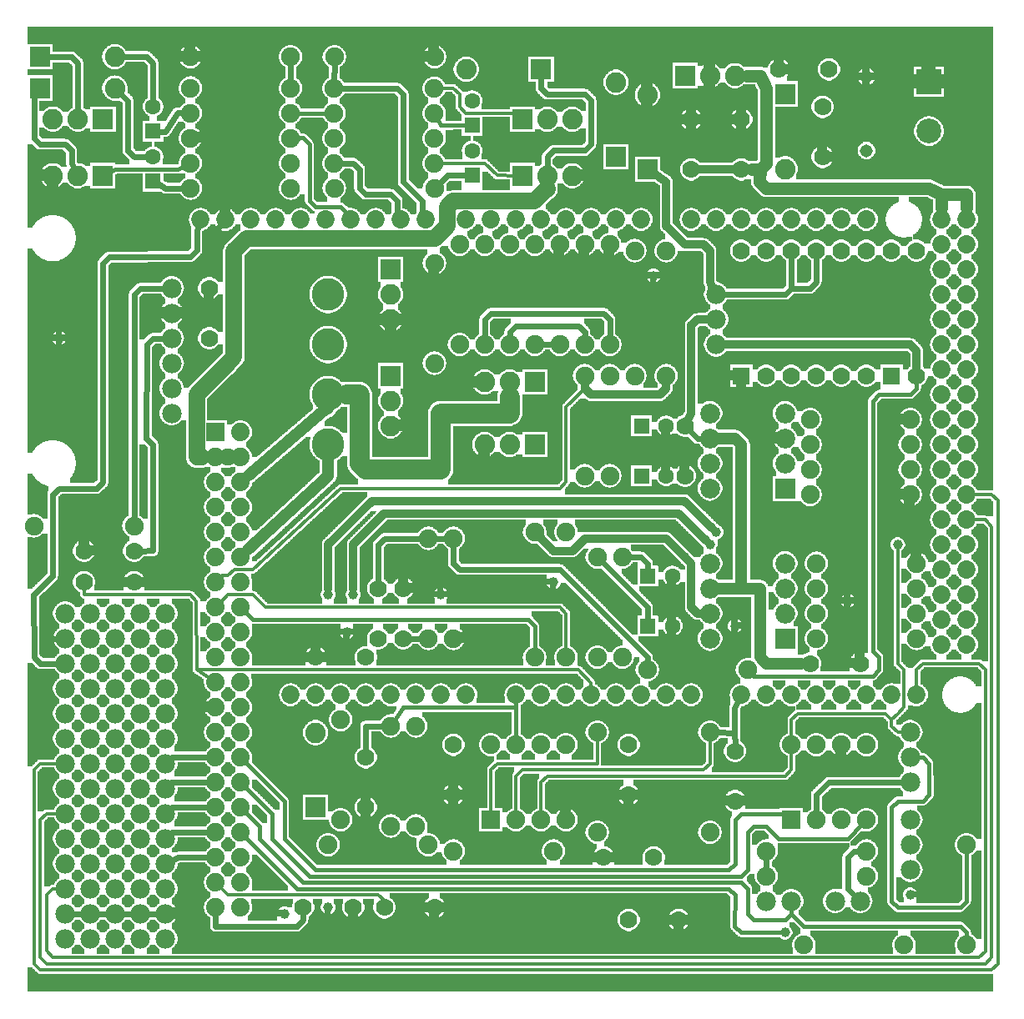
<source format=gbl>
G04 MADE WITH FRITZING*
G04 WWW.FRITZING.ORG*
G04 DOUBLE SIDED*
G04 HOLES PLATED*
G04 CONTOUR ON CENTER OF CONTOUR VECTOR*
%ASAXBY*%
%FSLAX23Y23*%
%MOIN*%
%OFA0B0*%
%SFA1.0B1.0*%
%ADD10C,0.075000*%
%ADD11C,0.078000*%
%ADD12C,0.130000*%
%ADD13C,0.039370*%
%ADD14C,0.070000*%
%ADD15C,0.074000*%
%ADD16C,0.072917*%
%ADD17C,0.082000*%
%ADD18C,0.051496*%
%ADD19C,0.079370*%
%ADD20C,0.062992*%
%ADD21C,0.099055*%
%ADD22R,0.075000X0.075000*%
%ADD23R,0.070000X0.070000*%
%ADD24R,0.074000X0.074000*%
%ADD25R,0.082000X0.082000*%
%ADD26R,0.079370X0.079370*%
%ADD27R,0.062992X0.062992*%
%ADD28R,0.099055X0.099055*%
%ADD29C,0.024000*%
%ADD30C,0.016000*%
%ADD31C,0.012000*%
%ADD32C,0.065000*%
%ADD33C,0.048000*%
%ADD34C,0.080000*%
%ADD35C,0.050000*%
%ADD36C,0.032000*%
%LNCOPPER0*%
G90*
G70*
G54D10*
X1362Y3554D03*
X1928Y3418D03*
X385Y2015D03*
X3261Y2880D03*
X3266Y2381D03*
X3505Y1911D03*
X1112Y2154D03*
X2169Y3824D03*
X1166Y1844D03*
X1859Y1866D03*
X1575Y1741D03*
X694Y1242D03*
X1292Y1397D03*
X1845Y1460D03*
X98Y1279D03*
X986Y1077D03*
X2625Y1333D03*
X2947Y1111D03*
X3088Y561D03*
X694Y484D03*
X3669Y1075D03*
X3791Y228D03*
X3791Y628D03*
X3141Y228D03*
X3541Y228D03*
G54D11*
X191Y1553D03*
X191Y1453D03*
X191Y1353D03*
X191Y1253D03*
X191Y1153D03*
X191Y1053D03*
X191Y953D03*
X191Y853D03*
X191Y753D03*
X191Y653D03*
X191Y553D03*
X191Y453D03*
X191Y353D03*
X191Y253D03*
X491Y1553D03*
X491Y1453D03*
X491Y1353D03*
X491Y1253D03*
X491Y1153D03*
X491Y1053D03*
X491Y953D03*
X491Y853D03*
X491Y753D03*
X491Y653D03*
X491Y553D03*
X491Y453D03*
X491Y353D03*
X491Y253D03*
X491Y1553D03*
X491Y1453D03*
X491Y1353D03*
X491Y1253D03*
X491Y1153D03*
X491Y1053D03*
X491Y953D03*
X491Y853D03*
X491Y753D03*
X491Y653D03*
X491Y553D03*
X491Y453D03*
X491Y353D03*
X491Y253D03*
X591Y253D03*
X591Y353D03*
X591Y453D03*
X591Y553D03*
X591Y653D03*
X591Y753D03*
X591Y853D03*
X591Y953D03*
X591Y1053D03*
X591Y1153D03*
X591Y1253D03*
X591Y1353D03*
X591Y1453D03*
X591Y1553D03*
X291Y1553D03*
X291Y1453D03*
X291Y1353D03*
X291Y1253D03*
X291Y1153D03*
X291Y1053D03*
X291Y953D03*
X291Y853D03*
X291Y753D03*
X291Y653D03*
X291Y553D03*
X291Y453D03*
X291Y353D03*
X291Y253D03*
X291Y1553D03*
X291Y1453D03*
X291Y1353D03*
X291Y1253D03*
X291Y1153D03*
X291Y1053D03*
X291Y953D03*
X291Y853D03*
X291Y753D03*
X291Y653D03*
X291Y553D03*
X291Y453D03*
X291Y353D03*
X291Y253D03*
X391Y253D03*
X391Y353D03*
X391Y453D03*
X391Y553D03*
X391Y653D03*
X391Y753D03*
X391Y853D03*
X391Y953D03*
X391Y1053D03*
X391Y1153D03*
X391Y1253D03*
X391Y1353D03*
X391Y1453D03*
X391Y1553D03*
G54D10*
X1891Y728D03*
X1891Y1028D03*
X1991Y728D03*
X1991Y1028D03*
X2091Y728D03*
X2091Y1028D03*
X2191Y728D03*
X2191Y1028D03*
G54D12*
X1241Y2628D03*
X1241Y2828D03*
X1241Y2428D03*
X1241Y2228D03*
G54D13*
X1316Y1478D03*
X3316Y1603D03*
X2866Y1503D03*
X2141Y1678D03*
X1691Y1628D03*
X1241Y378D03*
X1066Y353D03*
X166Y2653D03*
X3566Y428D03*
X2541Y2903D03*
X3066Y278D03*
X2791Y1878D03*
X2766Y1828D03*
X1241Y1628D03*
X1341Y1628D03*
G54D14*
X3591Y3003D03*
X3591Y2503D03*
X3491Y3003D03*
X3491Y2503D03*
X3391Y3003D03*
X3391Y2503D03*
X3291Y3003D03*
X3291Y2503D03*
X3191Y3003D03*
X3191Y2503D03*
X3091Y3003D03*
X3091Y2503D03*
X2991Y3003D03*
X2991Y2503D03*
X2891Y3003D03*
X2891Y2503D03*
G54D13*
X3516Y1828D03*
G54D10*
X3091Y728D03*
X3091Y1028D03*
X3191Y728D03*
X3191Y1028D03*
X3291Y728D03*
X3291Y1028D03*
X3391Y728D03*
X3391Y1028D03*
G54D15*
X891Y2278D03*
X891Y2178D03*
X891Y2078D03*
X891Y1978D03*
X891Y1878D03*
X891Y1778D03*
X891Y1678D03*
X891Y1578D03*
X891Y1478D03*
X891Y1378D03*
X891Y1278D03*
X891Y1178D03*
X891Y1078D03*
X891Y978D03*
X891Y878D03*
X891Y778D03*
X891Y678D03*
X891Y578D03*
X891Y478D03*
X891Y378D03*
X791Y2278D03*
X791Y2178D03*
X791Y2078D03*
X791Y1978D03*
X791Y1878D03*
X791Y1778D03*
X791Y1678D03*
X791Y1578D03*
X791Y1478D03*
X791Y1378D03*
X791Y1278D03*
X791Y1178D03*
X791Y1078D03*
X791Y978D03*
X791Y878D03*
X791Y778D03*
X791Y678D03*
X791Y578D03*
X791Y478D03*
X791Y378D03*
G54D16*
X2991Y1228D03*
X1391Y1228D03*
X3091Y1228D03*
X3191Y1228D03*
X3291Y1228D03*
X3391Y1228D03*
X3691Y2628D03*
X3491Y1228D03*
X3591Y1228D03*
X1431Y3128D03*
X1991Y1228D03*
X2091Y1228D03*
X2191Y1228D03*
X2291Y1228D03*
X3691Y1828D03*
X2391Y1228D03*
X2491Y1228D03*
X2591Y1228D03*
X2691Y1228D03*
X2191Y3128D03*
X3691Y3028D03*
X3691Y2228D03*
X3691Y1428D03*
X1031Y3128D03*
X1791Y1228D03*
X1791Y3128D03*
X3691Y2828D03*
X3691Y2428D03*
X3691Y2028D03*
X3391Y3128D03*
X3691Y1628D03*
X3291Y3128D03*
X3191Y3128D03*
X3091Y3128D03*
X2991Y3128D03*
X2891Y3128D03*
X2791Y3128D03*
X2691Y3128D03*
X831Y3128D03*
X1231Y3128D03*
X1631Y3128D03*
X1191Y1228D03*
X1591Y1228D03*
X2391Y3128D03*
X1991Y3128D03*
X3691Y3128D03*
X3691Y2928D03*
X3691Y2728D03*
X3691Y2528D03*
X3691Y2328D03*
X3691Y2128D03*
X3691Y1928D03*
X3691Y1728D03*
X3691Y1528D03*
X731Y3128D03*
X931Y3128D03*
X1131Y3128D03*
X1331Y3128D03*
X1531Y3128D03*
X1091Y1228D03*
X1291Y1228D03*
X1491Y1228D03*
X1691Y1228D03*
X2491Y3128D03*
X2291Y3128D03*
X2091Y3128D03*
X1891Y3128D03*
X3791Y3128D03*
X3791Y3028D03*
X3791Y2928D03*
X3791Y2828D03*
X3791Y2728D03*
X3791Y2628D03*
X3791Y2528D03*
X3791Y2428D03*
X3791Y2328D03*
X3791Y2228D03*
X3791Y2128D03*
X3791Y2028D03*
X3791Y1928D03*
X3791Y1828D03*
X3791Y1728D03*
X3791Y1628D03*
X3791Y1528D03*
X3791Y1428D03*
X2891Y1228D03*
G54D17*
X1491Y2503D03*
X1491Y2403D03*
X1491Y2303D03*
X2066Y2478D03*
X1966Y2478D03*
X1866Y2478D03*
X1491Y2928D03*
X1491Y2828D03*
X1491Y2728D03*
X2066Y2228D03*
X1966Y2228D03*
X1866Y2228D03*
G54D14*
X1191Y1378D03*
X1391Y1378D03*
G54D10*
X1291Y728D03*
X1291Y1128D03*
G54D17*
X2516Y3328D03*
X2516Y3626D03*
G54D10*
X466Y1903D03*
X66Y1903D03*
G54D11*
X616Y2853D03*
X616Y2753D03*
X616Y2653D03*
X616Y2553D03*
X616Y2453D03*
X616Y2353D03*
X3566Y528D03*
X3566Y628D03*
X3566Y728D03*
X3566Y1078D03*
X3566Y978D03*
X3566Y878D03*
X2791Y2828D03*
X2791Y2728D03*
X2791Y2628D03*
G54D10*
X2991Y603D03*
X3391Y603D03*
X2991Y503D03*
X3391Y503D03*
G54D11*
X2991Y403D03*
X3091Y403D03*
X3266Y403D03*
X3366Y403D03*
G54D10*
X3591Y1453D03*
X3191Y1453D03*
X2366Y3028D03*
X2366Y2628D03*
X2266Y3028D03*
X2266Y2628D03*
X3566Y2028D03*
X3166Y2028D03*
X3591Y1753D03*
X3191Y1753D03*
X2166Y3028D03*
X2166Y2628D03*
X1666Y2953D03*
X1666Y2553D03*
X3566Y2328D03*
X3166Y2328D03*
G54D17*
X2666Y3703D03*
X2766Y3703D03*
X2866Y3703D03*
G54D14*
X3041Y3728D03*
X3241Y3728D03*
X2891Y3528D03*
X2891Y3328D03*
X3216Y3378D03*
X3216Y3578D03*
X2691Y3528D03*
X2691Y3328D03*
G54D17*
X3066Y3628D03*
X3066Y3330D03*
G54D18*
X3391Y3403D03*
X3391Y3698D03*
G54D19*
X3066Y1453D03*
X2766Y1453D03*
X3066Y1553D03*
X2766Y1553D03*
X3066Y1653D03*
X2766Y1653D03*
X3066Y1753D03*
X2766Y1753D03*
X3066Y2053D03*
X2766Y2053D03*
X3066Y2153D03*
X2766Y2153D03*
X3066Y2253D03*
X2766Y2253D03*
X3066Y2353D03*
X2766Y2353D03*
G54D10*
X3591Y1553D03*
X3191Y1553D03*
X1866Y3028D03*
X1866Y2628D03*
X1966Y3028D03*
X1966Y2628D03*
X3566Y2128D03*
X3166Y2128D03*
X3591Y1653D03*
X3191Y1653D03*
X2066Y3028D03*
X2066Y2628D03*
X1766Y3028D03*
X1766Y2628D03*
X3566Y2228D03*
X3166Y2228D03*
G54D14*
X3366Y1353D03*
X3166Y1353D03*
G54D10*
X2066Y1378D03*
X2066Y1878D03*
G54D14*
X2666Y2103D03*
X2666Y2303D03*
G54D10*
X2591Y2503D03*
X2591Y3003D03*
X2191Y1878D03*
X2191Y1378D03*
X2466Y3003D03*
X2466Y2503D03*
X2416Y1778D03*
X2416Y1378D03*
X2266Y2103D03*
X2266Y2503D03*
X2316Y1778D03*
X2316Y1378D03*
X2366Y2103D03*
X2366Y2503D03*
G54D20*
X2518Y1703D03*
X2616Y1703D03*
X2493Y2303D03*
X2591Y2303D03*
X2518Y1503D03*
X2616Y1503D03*
X2493Y2103D03*
X2591Y2103D03*
G54D10*
X1741Y1853D03*
X1741Y1453D03*
X2141Y603D03*
X1741Y603D03*
X1641Y628D03*
X1241Y628D03*
G54D14*
X1741Y828D03*
X1741Y1028D03*
X1666Y378D03*
X1466Y378D03*
X1391Y778D03*
X1391Y978D03*
X1341Y378D03*
X1141Y378D03*
G54D10*
X1591Y703D03*
X1591Y1103D03*
X1491Y703D03*
X1491Y1103D03*
G54D17*
X1191Y778D03*
X1191Y1076D03*
G54D14*
X2866Y803D03*
X2866Y1003D03*
X266Y1678D03*
X466Y1678D03*
X2441Y828D03*
X2441Y1028D03*
X766Y2853D03*
X766Y2653D03*
X266Y1803D03*
X466Y1803D03*
X2341Y578D03*
X2541Y578D03*
X2641Y328D03*
X2441Y328D03*
G54D10*
X2766Y678D03*
X2766Y1078D03*
X2316Y678D03*
X2316Y1078D03*
X2916Y1328D03*
X2516Y1328D03*
G54D14*
X1441Y1453D03*
X1441Y1653D03*
X1541Y1653D03*
X1541Y1453D03*
G54D10*
X1641Y1853D03*
X1641Y1453D03*
X1091Y3253D03*
X691Y3253D03*
X1266Y3253D03*
X1666Y3253D03*
X1091Y3553D03*
X691Y3553D03*
X1265Y3552D03*
X1665Y3552D03*
G54D20*
X542Y3281D03*
X542Y3379D03*
X1816Y3305D03*
X1816Y3403D03*
X542Y3481D03*
X542Y3579D03*
X1816Y3505D03*
X1816Y3603D03*
G54D17*
X91Y3653D03*
X389Y3653D03*
X2091Y3728D03*
X1793Y3728D03*
X91Y3778D03*
X389Y3778D03*
X2391Y3378D03*
X2391Y3676D03*
X341Y3303D03*
X241Y3303D03*
X141Y3303D03*
X2016Y3303D03*
X2116Y3303D03*
X2216Y3303D03*
X342Y3529D03*
X242Y3529D03*
X142Y3529D03*
X2016Y3528D03*
X2116Y3528D03*
X2216Y3528D03*
G54D10*
X1091Y3353D03*
X691Y3353D03*
X1265Y3352D03*
X1665Y3352D03*
X1091Y3653D03*
X691Y3653D03*
X1265Y3652D03*
X1665Y3652D03*
X1091Y3453D03*
X691Y3453D03*
X1265Y3452D03*
X1665Y3452D03*
X1091Y3778D03*
X691Y3778D03*
X1266Y3778D03*
X1666Y3778D03*
G54D21*
X3641Y3678D03*
X3641Y3481D03*
G54D22*
X1891Y728D03*
G54D23*
X2891Y2503D03*
X3491Y2503D03*
G54D22*
X3091Y728D03*
G54D24*
X791Y2278D03*
G54D25*
X1491Y2503D03*
X2066Y2478D03*
X1491Y2928D03*
X2066Y2228D03*
X2516Y3327D03*
X2666Y3703D03*
X3066Y3629D03*
G54D26*
X3066Y1453D03*
X3066Y2053D03*
G54D27*
X2518Y1703D03*
X2493Y2303D03*
X2518Y1503D03*
X2493Y2103D03*
G54D25*
X1191Y777D03*
G54D27*
X542Y3281D03*
X1816Y3305D03*
X542Y3481D03*
X1816Y3505D03*
G54D25*
X90Y3653D03*
X2092Y3728D03*
X90Y3778D03*
X2391Y3377D03*
X341Y3303D03*
X2016Y3303D03*
X342Y3529D03*
X2016Y3528D03*
G54D28*
X3641Y3678D03*
G54D29*
X521Y353D02*
X561Y353D01*
D02*
X421Y353D02*
X461Y353D01*
D02*
X321Y353D02*
X361Y353D01*
D02*
X221Y353D02*
X261Y353D01*
G54D30*
D02*
X1991Y1177D02*
X1991Y1051D01*
G54D29*
D02*
X1391Y1103D02*
X1463Y1103D01*
D02*
X1391Y1004D02*
X1391Y1103D01*
G54D31*
D02*
X1917Y953D02*
X2317Y953D01*
D02*
X2317Y953D02*
X2316Y1055D01*
D02*
X1891Y928D02*
X1917Y953D01*
D02*
X1891Y751D02*
X1891Y928D01*
D02*
X2742Y928D02*
X2767Y952D01*
D02*
X2767Y952D02*
X2766Y1055D01*
D02*
X2016Y928D02*
X2742Y928D01*
D02*
X1991Y903D02*
X2016Y928D01*
D02*
X1991Y751D02*
X1991Y903D01*
D02*
X3091Y928D02*
X3066Y903D01*
D02*
X2116Y903D02*
X2091Y878D01*
D02*
X3091Y1005D02*
X3091Y928D01*
D02*
X3066Y903D02*
X2116Y903D01*
D02*
X2091Y878D02*
X2091Y751D01*
G54D32*
D02*
X845Y2178D02*
X838Y2178D01*
G54D33*
D02*
X1242Y2103D02*
X1241Y2171D01*
D02*
X922Y1807D02*
X1242Y2103D01*
D02*
X1242Y2377D02*
X1242Y2371D01*
D02*
X923Y2105D02*
X1242Y2377D01*
G54D29*
D02*
X760Y978D02*
X617Y978D01*
D02*
X617Y978D02*
X613Y974D01*
D02*
X760Y878D02*
X615Y878D01*
D02*
X615Y878D02*
X612Y875D01*
D02*
X760Y778D02*
X617Y778D01*
D02*
X617Y778D02*
X613Y774D01*
D02*
X760Y678D02*
X617Y678D01*
D02*
X617Y678D02*
X613Y674D01*
D02*
X618Y566D02*
X641Y578D01*
D02*
X641Y578D02*
X760Y578D01*
G54D31*
D02*
X941Y1728D02*
X1291Y2052D01*
D02*
X867Y1728D02*
X941Y1728D01*
D02*
X2167Y2052D02*
X2191Y2078D01*
D02*
X1291Y2052D02*
X2167Y2052D01*
D02*
X842Y1704D02*
X867Y1728D01*
D02*
X816Y1704D02*
X842Y1704D01*
D02*
X809Y1696D02*
X816Y1704D01*
D02*
X2191Y2078D02*
X2191Y2377D01*
D02*
X2191Y2377D02*
X2266Y2453D01*
D02*
X2266Y2453D02*
X2266Y2480D01*
G54D34*
D02*
X1366Y2153D02*
X1391Y2128D01*
D02*
X1366Y2428D02*
X1366Y2153D01*
D02*
X1391Y2128D02*
X1691Y2128D01*
D02*
X1691Y2128D02*
X1691Y2353D01*
D02*
X1691Y2353D02*
X1966Y2353D01*
D02*
X1966Y2353D02*
X1966Y2418D01*
D02*
X1315Y2428D02*
X1366Y2428D01*
G54D30*
D02*
X1540Y1177D02*
X1504Y1122D01*
D02*
X1991Y1177D02*
X1540Y1177D01*
D02*
X1991Y1203D02*
X1991Y1177D01*
G54D35*
D02*
X3641Y3252D02*
X3691Y3228D01*
D02*
X2991Y3252D02*
X3641Y3252D01*
D02*
X2965Y3278D02*
X2991Y3252D01*
D02*
X3691Y3228D02*
X3691Y3175D01*
D02*
X2967Y3328D02*
X2965Y3278D01*
D02*
X3791Y3228D02*
X3791Y3175D01*
D02*
X3691Y3228D02*
X3791Y3228D01*
G54D31*
D02*
X716Y1328D02*
X770Y1292D01*
G54D29*
D02*
X3091Y2852D02*
X3167Y2852D01*
D02*
X3167Y2852D02*
X3191Y2879D01*
D02*
X3091Y2852D02*
X3091Y2977D01*
D02*
X3191Y2879D02*
X3191Y2977D01*
D02*
X3067Y2828D02*
X3091Y2852D01*
D02*
X2821Y2828D02*
X3067Y2828D01*
G54D36*
D02*
X3591Y2603D02*
X3591Y2535D01*
D02*
X3567Y2628D02*
X3591Y2603D01*
D02*
X2827Y2628D02*
X3567Y2628D01*
G54D30*
D02*
X3417Y1303D02*
X3440Y1328D01*
D02*
X3440Y1328D02*
X3440Y1377D01*
D02*
X2942Y1303D02*
X3417Y1303D01*
D02*
X3440Y1377D02*
X3417Y1403D01*
D02*
X2933Y1312D02*
X2942Y1303D01*
D02*
X3417Y1403D02*
X3417Y2403D01*
D02*
X3417Y2403D02*
X3442Y2428D01*
D02*
X3442Y2428D02*
X3566Y2428D01*
D02*
X3566Y2428D02*
X3591Y2453D01*
D02*
X3591Y2453D02*
X3591Y2482D01*
D02*
X2891Y479D02*
X2917Y453D01*
D02*
X2917Y453D02*
X2916Y353D01*
D02*
X2916Y353D02*
X2941Y328D01*
D02*
X2941Y328D02*
X3066Y328D01*
D02*
X1142Y479D02*
X2891Y479D01*
D02*
X3066Y328D02*
X3091Y353D01*
D02*
X3091Y353D02*
X3091Y378D01*
D02*
X966Y653D02*
X1142Y479D01*
D02*
X966Y703D02*
X966Y653D01*
D02*
X909Y760D02*
X966Y703D01*
D02*
X2841Y453D02*
X1117Y453D01*
D02*
X2866Y428D02*
X2841Y453D01*
D02*
X2865Y302D02*
X2866Y428D01*
D02*
X1117Y453D02*
X909Y660D01*
D02*
X2891Y277D02*
X2865Y302D01*
D02*
X3053Y278D02*
X2891Y277D01*
G54D29*
D02*
X791Y303D02*
X791Y347D01*
D02*
X1116Y303D02*
X791Y303D01*
D02*
X1141Y328D02*
X1116Y303D01*
D02*
X1141Y352D02*
X1141Y328D01*
G54D31*
D02*
X1440Y428D02*
X840Y428D01*
D02*
X840Y428D02*
X809Y460D01*
D02*
X1467Y404D02*
X1440Y428D01*
D02*
X1467Y399D02*
X1467Y404D01*
D02*
X116Y428D02*
X116Y204D01*
D02*
X116Y204D02*
X142Y177D01*
D02*
X142Y452D02*
X116Y428D01*
D02*
X142Y177D02*
X3840Y177D01*
D02*
X167Y453D02*
X142Y452D01*
D02*
X3840Y177D02*
X3866Y203D01*
D02*
X3866Y203D02*
X3867Y1328D01*
D02*
X3616Y1352D02*
X3591Y1328D01*
D02*
X3842Y1352D02*
X3616Y1352D01*
D02*
X3591Y1328D02*
X3591Y1253D01*
D02*
X3867Y1328D02*
X3842Y1352D01*
D02*
X91Y728D02*
X91Y179D01*
D02*
X116Y752D02*
X91Y728D01*
D02*
X91Y179D02*
X116Y152D01*
D02*
X167Y753D02*
X116Y752D01*
D02*
X3866Y153D02*
X3891Y177D01*
D02*
X3867Y1928D02*
X3816Y1928D01*
D02*
X116Y152D02*
X3866Y153D01*
D02*
X3891Y177D02*
X3891Y1900D01*
D02*
X3891Y1900D02*
X3867Y1928D01*
D02*
X91Y952D02*
X67Y928D01*
D02*
X67Y928D02*
X67Y152D01*
D02*
X67Y152D02*
X91Y128D01*
D02*
X167Y953D02*
X91Y952D01*
D02*
X3917Y153D02*
X3916Y2004D01*
D02*
X3916Y2004D02*
X3891Y2028D01*
D02*
X91Y128D02*
X3891Y128D01*
D02*
X3891Y128D02*
X3917Y153D01*
D02*
X3891Y2028D02*
X3816Y2028D01*
D02*
X3517Y1079D02*
X3542Y1078D01*
D02*
X3491Y1103D02*
X3517Y1079D01*
D02*
X3491Y1128D02*
X3491Y1103D01*
G54D30*
D02*
X2891Y753D02*
X3066Y753D01*
D02*
X2866Y728D02*
X2891Y753D01*
D02*
X2866Y553D02*
X2866Y728D01*
D02*
X2842Y528D02*
X2866Y553D01*
D02*
X1191Y528D02*
X2842Y528D01*
D02*
X1067Y653D02*
X1191Y528D01*
D02*
X1066Y803D02*
X1067Y653D01*
D02*
X3066Y753D02*
X3075Y744D01*
D02*
X909Y960D02*
X1066Y803D01*
D02*
X1017Y753D02*
X1017Y653D01*
D02*
X2891Y503D02*
X2917Y528D01*
D02*
X1166Y503D02*
X2891Y503D01*
D02*
X1017Y653D02*
X1166Y503D01*
D02*
X2917Y528D02*
X2917Y677D01*
D02*
X2940Y703D02*
X2991Y703D01*
D02*
X2917Y677D02*
X2940Y703D01*
D02*
X2991Y703D02*
X3042Y653D01*
D02*
X3042Y653D02*
X3317Y653D01*
D02*
X3317Y653D02*
X3375Y712D01*
D02*
X909Y860D02*
X1017Y753D01*
G54D29*
D02*
X2716Y2253D02*
X2685Y2284D01*
D02*
X2735Y2253D02*
X2716Y2253D01*
G54D31*
D02*
X991Y1577D02*
X2166Y1577D01*
D02*
X2166Y1577D02*
X2191Y1553D01*
D02*
X942Y1628D02*
X991Y1577D01*
D02*
X2191Y1553D02*
X2191Y1401D01*
D02*
X840Y1628D02*
X942Y1628D01*
D02*
X809Y1596D02*
X840Y1628D01*
G54D30*
D02*
X909Y1560D02*
X942Y1528D01*
D02*
X942Y1528D02*
X2042Y1528D01*
D02*
X2042Y1528D02*
X2066Y1503D01*
D02*
X2066Y1503D02*
X2066Y1401D01*
G54D36*
D02*
X1241Y1828D02*
X1417Y2002D01*
D02*
X1417Y2002D02*
X2665Y2002D01*
D02*
X2665Y2002D02*
X2774Y1895D01*
D02*
X1241Y1653D02*
X1241Y1828D01*
D02*
X1342Y1652D02*
X1342Y1653D01*
D02*
X1341Y1828D02*
X1342Y1652D01*
D02*
X1465Y1952D02*
X1341Y1828D01*
D02*
X2641Y1953D02*
X1465Y1952D01*
D02*
X2749Y1845D02*
X2641Y1953D01*
G54D29*
D02*
X1467Y1852D02*
X1613Y1853D01*
D02*
X1442Y1828D02*
X1467Y1852D01*
D02*
X1441Y1679D02*
X1442Y1828D01*
D02*
X342Y2077D02*
X317Y2053D01*
D02*
X317Y2053D02*
X167Y2052D01*
D02*
X91Y1352D02*
X161Y1353D01*
D02*
X67Y1379D02*
X91Y1352D01*
D02*
X65Y1628D02*
X67Y1379D01*
D02*
X141Y1702D02*
X65Y1628D01*
D02*
X141Y2028D02*
X141Y1702D01*
D02*
X167Y2052D02*
X141Y2028D01*
D02*
X342Y2952D02*
X342Y2077D01*
D02*
X691Y2979D02*
X367Y2977D01*
D02*
X716Y3079D02*
X716Y3004D01*
D02*
X716Y3004D02*
X691Y2979D01*
D02*
X367Y2977D02*
X342Y2952D01*
D02*
X722Y3099D02*
X716Y3079D01*
D02*
X391Y2028D02*
X366Y2003D01*
D02*
X791Y2952D02*
X767Y2928D01*
D02*
X791Y3078D02*
X791Y2952D01*
D02*
X767Y2928D02*
X416Y2928D01*
D02*
X416Y2928D02*
X391Y2904D01*
D02*
X391Y2904D02*
X391Y2028D01*
D02*
X366Y2003D02*
X217Y2002D01*
D02*
X116Y1477D02*
X142Y1452D01*
D02*
X142Y1452D02*
X161Y1453D01*
D02*
X115Y1602D02*
X116Y1477D01*
D02*
X191Y1978D02*
X191Y1678D01*
D02*
X191Y1678D02*
X115Y1602D01*
D02*
X217Y2002D02*
X191Y1978D01*
D02*
X812Y3104D02*
X791Y3078D01*
D02*
X1742Y1753D02*
X1767Y1728D01*
D02*
X2167Y1728D02*
X2516Y1377D01*
D02*
X1767Y1728D02*
X2167Y1728D01*
D02*
X2516Y1377D02*
X2516Y1357D01*
D02*
X1741Y1824D02*
X1742Y1753D01*
D02*
X515Y2252D02*
X541Y2228D01*
D02*
X542Y1804D02*
X492Y1803D01*
D02*
X541Y2228D02*
X542Y1804D01*
D02*
X516Y2628D02*
X515Y2252D01*
D02*
X542Y2652D02*
X516Y2628D01*
D02*
X586Y2653D02*
X542Y2652D01*
G54D36*
D02*
X2266Y1853D02*
X2216Y1803D01*
D02*
X2216Y1803D02*
X2141Y1803D01*
D02*
X2141Y1803D02*
X2090Y1854D01*
D02*
X2591Y1853D02*
X2266Y1853D01*
D02*
X2667Y1777D02*
X2591Y1853D01*
D02*
X2666Y1777D02*
X2667Y1777D01*
D02*
X2691Y1753D02*
X2666Y1777D01*
D02*
X2691Y1578D02*
X2691Y1753D01*
D02*
X2716Y1553D02*
X2691Y1578D01*
D02*
X2730Y1553D02*
X2716Y1553D01*
G54D33*
D02*
X2808Y2253D02*
X2867Y2252D01*
G54D36*
D02*
X2691Y2704D02*
X2716Y2728D01*
D02*
X2691Y2353D02*
X2691Y2704D01*
D02*
X2680Y2331D02*
X2691Y2353D01*
D02*
X2716Y2728D02*
X2756Y2728D01*
G54D33*
D02*
X2967Y1652D02*
X2966Y1378D01*
D02*
X2891Y1652D02*
X2967Y1652D01*
D02*
X2991Y1353D02*
X3129Y1353D01*
D02*
X2966Y1378D02*
X2991Y1353D01*
D02*
X2808Y1653D02*
X2891Y1652D01*
D02*
X2891Y2228D02*
X2867Y2252D01*
D02*
X2891Y1652D02*
X2891Y2228D01*
G54D36*
D02*
X2567Y2428D02*
X2591Y2453D01*
D02*
X2591Y2453D02*
X2591Y2469D01*
D02*
X2291Y2428D02*
X2567Y2428D01*
D02*
X2267Y2453D02*
X2291Y2428D01*
D02*
X2266Y2469D02*
X2267Y2453D01*
G54D29*
D02*
X1265Y3681D02*
X1266Y3749D01*
D02*
X1091Y3749D02*
X1091Y3682D01*
G54D30*
D02*
X1114Y3553D02*
X1242Y3552D01*
G54D29*
D02*
X2866Y1029D02*
X2865Y1076D01*
D02*
X1891Y2753D02*
X2342Y2753D01*
D02*
X2342Y2753D02*
X2367Y2728D01*
D02*
X2367Y2728D02*
X2366Y2657D01*
D02*
X1867Y2728D02*
X1891Y2753D01*
D02*
X1866Y2657D02*
X1867Y2728D01*
D02*
X2095Y2628D02*
X2138Y2628D01*
D02*
X2241Y2703D02*
X2266Y2677D01*
D02*
X1991Y2703D02*
X2241Y2703D01*
D02*
X1967Y2677D02*
X1991Y2703D01*
D02*
X2266Y2677D02*
X2266Y2657D01*
D02*
X1966Y2657D02*
X1967Y2677D01*
G54D36*
D02*
X2591Y3278D02*
X2591Y3102D01*
D02*
X2766Y3003D02*
X2766Y2879D01*
D02*
X2766Y2879D02*
X2775Y2860D01*
D02*
X2740Y3028D02*
X2766Y3003D01*
D02*
X2666Y3028D02*
X2740Y3028D01*
D02*
X2591Y3102D02*
X2666Y3028D01*
D02*
X2548Y3307D02*
X2591Y3278D01*
G54D29*
D02*
X1670Y1853D02*
X1713Y1853D01*
G54D31*
D02*
X691Y1628D02*
X267Y1628D01*
D02*
X267Y1628D02*
X267Y1657D01*
D02*
X715Y1602D02*
X691Y1628D01*
D02*
X716Y1328D02*
X715Y1602D01*
D02*
X1043Y1328D02*
X716Y1328D01*
D02*
X2291Y1276D02*
X2241Y1328D01*
D02*
X2291Y1253D02*
X2291Y1276D01*
G54D29*
D02*
X467Y2828D02*
X466Y1932D01*
D02*
X491Y2852D02*
X467Y2828D01*
D02*
X586Y2853D02*
X491Y2852D01*
D02*
X3317Y577D02*
X3317Y453D01*
D02*
X3340Y603D02*
X3317Y577D01*
D02*
X3363Y603D02*
X3340Y603D01*
D02*
X2991Y574D02*
X2991Y532D01*
G54D30*
D02*
X3766Y303D02*
X3142Y303D01*
D02*
X3791Y277D02*
X3766Y303D01*
D02*
X3142Y303D02*
X3091Y353D01*
D02*
X3791Y251D02*
X3791Y277D01*
D02*
X3091Y353D02*
X3091Y378D01*
D02*
X3766Y377D02*
X3791Y403D01*
D02*
X3791Y403D02*
X3791Y605D01*
D02*
X3517Y377D02*
X3766Y377D01*
D02*
X3491Y403D02*
X3517Y377D01*
D02*
X3491Y777D02*
X3491Y403D01*
D02*
X3617Y803D02*
X3517Y803D01*
D02*
X3517Y803D02*
X3491Y777D01*
D02*
X3642Y828D02*
X3617Y803D01*
D02*
X3617Y977D02*
X3640Y953D01*
D02*
X3640Y953D02*
X3642Y828D01*
D02*
X3591Y978D02*
X3617Y977D01*
G54D29*
D02*
X3242Y877D02*
X3536Y878D01*
D02*
X3191Y828D02*
X3242Y877D01*
D02*
X3191Y757D02*
X3191Y828D01*
D02*
X2491Y1778D02*
X2445Y1778D01*
D02*
X2516Y1753D02*
X2491Y1778D01*
D02*
X2517Y1730D02*
X2516Y1753D01*
D02*
X2516Y1579D02*
X2336Y1758D01*
D02*
X2517Y1530D02*
X2516Y1579D01*
G54D35*
D02*
X2967Y3702D02*
X2991Y3652D01*
D02*
X2967Y3328D02*
X2934Y3328D01*
D02*
X2991Y3352D02*
X2967Y3328D01*
D02*
X2991Y3652D02*
X2991Y3352D01*
D02*
X2915Y3703D02*
X2967Y3702D01*
G54D36*
D02*
X2860Y3328D02*
X2723Y3328D01*
G54D30*
D02*
X641Y3328D02*
X671Y3343D01*
D02*
X391Y3328D02*
X641Y3328D01*
D02*
X365Y3315D02*
X391Y3328D01*
G54D29*
D02*
X1491Y3228D02*
X1391Y3228D01*
D02*
X1366Y3253D02*
X1367Y3328D01*
D02*
X1367Y3328D02*
X1341Y3352D01*
D02*
X1391Y3228D02*
X1366Y3253D01*
D02*
X1517Y3203D02*
X1491Y3228D01*
D02*
X1517Y3153D02*
X1517Y3203D01*
D02*
X1516Y3154D02*
X1517Y3153D01*
D02*
X1341Y3352D02*
X1294Y3352D01*
D02*
X1615Y3154D02*
X1616Y3152D01*
D02*
X1616Y3203D02*
X1541Y3278D01*
D02*
X1616Y3152D02*
X1616Y3203D01*
G54D30*
D02*
X1141Y3454D02*
X1114Y3453D01*
D02*
X1167Y3202D02*
X1166Y3428D01*
D02*
X1166Y3428D02*
X1141Y3454D01*
D02*
X1191Y3178D02*
X1167Y3202D01*
D02*
X1317Y3153D02*
X1291Y3178D01*
D02*
X1291Y3178D02*
X1191Y3178D01*
D02*
X1319Y3149D02*
X1317Y3153D01*
G54D29*
D02*
X1613Y1453D02*
X1567Y1453D01*
G54D30*
D02*
X1691Y3504D02*
X1795Y3504D01*
D02*
X1676Y3532D02*
X1691Y3504D01*
G54D31*
D02*
X1991Y3552D02*
X1791Y3552D01*
D02*
X1767Y3578D02*
X1767Y3628D01*
D02*
X1741Y3652D02*
X1691Y3652D01*
D02*
X1767Y3628D02*
X1741Y3652D01*
D02*
X1691Y3652D02*
X1688Y3652D01*
D02*
X1791Y3552D02*
X1767Y3578D01*
D02*
X1997Y3547D02*
X1991Y3552D01*
G54D29*
D02*
X2291Y3604D02*
X2291Y3428D01*
D02*
X2091Y3652D02*
X2116Y3628D01*
D02*
X2116Y3628D02*
X2267Y3628D01*
D02*
X2291Y3428D02*
X2267Y3404D01*
D02*
X2142Y3404D02*
X2116Y3377D01*
D02*
X2267Y3628D02*
X2291Y3604D01*
D02*
X2116Y3377D02*
X2116Y3335D01*
D02*
X2267Y3404D02*
X2142Y3404D01*
D02*
X2091Y3696D02*
X2091Y3652D01*
D02*
X216Y3777D02*
X123Y3778D01*
D02*
X242Y3752D02*
X216Y3777D01*
D02*
X242Y3561D02*
X242Y3752D01*
D02*
X191Y3428D02*
X91Y3428D01*
D02*
X216Y3404D02*
X191Y3428D01*
D02*
X216Y3352D02*
X216Y3404D01*
D02*
X67Y3628D02*
X69Y3630D01*
D02*
X67Y3452D02*
X67Y3628D01*
D02*
X91Y3428D02*
X67Y3452D01*
D02*
X226Y3332D02*
X216Y3352D01*
D02*
X542Y3752D02*
X516Y3779D01*
D02*
X516Y3779D02*
X421Y3778D01*
D02*
X542Y3606D02*
X542Y3752D01*
D02*
X442Y3403D02*
X442Y3603D01*
D02*
X466Y3379D02*
X442Y3403D01*
D02*
X442Y3603D02*
X412Y3631D01*
D02*
X515Y3379D02*
X466Y3379D01*
D02*
X663Y3554D02*
X639Y3554D01*
D02*
X591Y3479D02*
X569Y3480D01*
D02*
X639Y3554D02*
X591Y3479D01*
D02*
X591Y3253D02*
X566Y3268D01*
D02*
X663Y3253D02*
X591Y3253D01*
D02*
X1717Y3304D02*
X1789Y3304D01*
D02*
X1686Y3273D02*
X1717Y3304D01*
G54D31*
D02*
X1916Y3304D02*
X1990Y3303D01*
D02*
X1867Y3352D02*
X1916Y3304D01*
D02*
X1688Y3352D02*
X1867Y3352D01*
D02*
X2241Y1328D02*
X1043Y1328D01*
G54D29*
D02*
X3317Y453D02*
X3345Y424D01*
G54D32*
D02*
X2116Y3253D02*
X2116Y3249D01*
D02*
X2065Y3202D02*
X2116Y3253D01*
D02*
X1741Y3202D02*
X2065Y3202D01*
D02*
X1717Y3178D02*
X1741Y3202D01*
D02*
X1717Y3102D02*
X1717Y3178D01*
D02*
X1667Y3052D02*
X1717Y3102D01*
D02*
X917Y3052D02*
X1667Y3052D01*
D02*
X865Y3002D02*
X917Y3052D01*
D02*
X841Y2552D02*
X865Y2578D01*
D02*
X865Y2578D02*
X865Y3002D01*
D02*
X716Y2177D02*
X716Y2428D01*
D02*
X716Y2428D02*
X841Y2552D01*
D02*
X738Y2177D02*
X716Y2177D01*
G54D29*
D02*
X1541Y3278D02*
X1541Y3628D01*
D02*
X1517Y3652D02*
X1294Y3652D01*
D02*
X1541Y3628D02*
X1517Y3652D01*
G54D31*
D02*
X3517Y1153D02*
X3491Y1128D01*
D02*
X3117Y1153D02*
X3091Y1128D01*
D02*
X3466Y1153D02*
X3117Y1153D01*
D02*
X3491Y1128D02*
X3466Y1153D01*
D02*
X3542Y1179D02*
X3517Y1153D01*
D02*
X3091Y1128D02*
X3091Y1051D01*
D02*
X3542Y1328D02*
X3542Y1179D01*
D02*
X3516Y1352D02*
X3542Y1328D01*
D02*
X3516Y1815D02*
X3516Y1352D01*
G54D29*
D02*
X2865Y1176D02*
X2878Y1201D01*
D02*
X2865Y1076D02*
X2865Y1176D01*
D02*
X2865Y1076D02*
X2795Y1077D01*
G36*
X142Y3755D02*
X142Y3727D01*
X40Y3727D01*
X40Y3705D01*
X140Y3705D01*
X140Y3703D01*
X142Y3703D01*
X142Y3603D01*
X88Y3603D01*
X88Y3579D01*
X154Y3579D01*
X154Y3577D01*
X160Y3577D01*
X160Y3575D01*
X164Y3575D01*
X164Y3573D01*
X166Y3573D01*
X166Y3571D01*
X170Y3571D01*
X170Y3569D01*
X172Y3569D01*
X172Y3567D01*
X174Y3567D01*
X174Y3565D01*
X178Y3565D01*
X178Y3561D01*
X180Y3561D01*
X180Y3559D01*
X182Y3559D01*
X182Y3557D01*
X202Y3557D01*
X202Y3559D01*
X204Y3559D01*
X204Y3561D01*
X206Y3561D01*
X206Y3563D01*
X208Y3563D01*
X208Y3565D01*
X210Y3565D01*
X210Y3567D01*
X212Y3567D01*
X212Y3569D01*
X214Y3569D01*
X214Y3571D01*
X218Y3571D01*
X218Y3573D01*
X220Y3573D01*
X220Y3743D01*
X218Y3743D01*
X218Y3745D01*
X216Y3745D01*
X216Y3747D01*
X214Y3747D01*
X214Y3749D01*
X212Y3749D01*
X212Y3751D01*
X210Y3751D01*
X210Y3753D01*
X208Y3753D01*
X208Y3755D01*
X142Y3755D01*
G37*
D02*
G36*
X88Y3579D02*
X88Y3563D01*
X108Y3563D01*
X108Y3565D01*
X110Y3565D01*
X110Y3567D01*
X112Y3567D01*
X112Y3569D01*
X114Y3569D01*
X114Y3571D01*
X118Y3571D01*
X118Y3573D01*
X120Y3573D01*
X120Y3575D01*
X124Y3575D01*
X124Y3577D01*
X130Y3577D01*
X130Y3579D01*
X88Y3579D01*
G37*
D02*
G36*
X1710Y3637D02*
X1710Y3635D01*
X1708Y3635D01*
X1708Y3633D01*
X1706Y3633D01*
X1706Y3629D01*
X1704Y3629D01*
X1704Y3625D01*
X1702Y3625D01*
X1702Y3623D01*
X1700Y3623D01*
X1700Y3621D01*
X1698Y3621D01*
X1698Y3619D01*
X1696Y3619D01*
X1696Y3617D01*
X1694Y3617D01*
X1694Y3615D01*
X1692Y3615D01*
X1692Y3613D01*
X1688Y3613D01*
X1688Y3591D01*
X1692Y3591D01*
X1692Y3589D01*
X1694Y3589D01*
X1694Y3587D01*
X1696Y3587D01*
X1696Y3585D01*
X1698Y3585D01*
X1698Y3583D01*
X1700Y3583D01*
X1700Y3581D01*
X1702Y3581D01*
X1702Y3579D01*
X1704Y3579D01*
X1704Y3575D01*
X1706Y3575D01*
X1706Y3573D01*
X1708Y3573D01*
X1708Y3569D01*
X1710Y3569D01*
X1710Y3563D01*
X1712Y3563D01*
X1712Y3541D01*
X1710Y3541D01*
X1710Y3521D01*
X1740Y3521D01*
X1740Y3523D01*
X1774Y3523D01*
X1774Y3549D01*
X1772Y3549D01*
X1772Y3551D01*
X1770Y3551D01*
X1770Y3553D01*
X1768Y3553D01*
X1768Y3555D01*
X1766Y3555D01*
X1766Y3557D01*
X1764Y3557D01*
X1764Y3559D01*
X1762Y3559D01*
X1762Y3561D01*
X1760Y3561D01*
X1760Y3563D01*
X1758Y3563D01*
X1758Y3565D01*
X1756Y3565D01*
X1756Y3567D01*
X1754Y3567D01*
X1754Y3569D01*
X1752Y3569D01*
X1752Y3575D01*
X1750Y3575D01*
X1750Y3623D01*
X1748Y3623D01*
X1748Y3625D01*
X1746Y3625D01*
X1746Y3627D01*
X1744Y3627D01*
X1744Y3629D01*
X1742Y3629D01*
X1742Y3631D01*
X1740Y3631D01*
X1740Y3633D01*
X1738Y3633D01*
X1738Y3635D01*
X1736Y3635D01*
X1736Y3637D01*
X1710Y3637D01*
G37*
D02*
G36*
X1306Y3631D02*
X1306Y3629D01*
X1304Y3629D01*
X1304Y3625D01*
X1302Y3625D01*
X1302Y3623D01*
X1300Y3623D01*
X1300Y3621D01*
X1298Y3621D01*
X1298Y3619D01*
X1296Y3619D01*
X1296Y3617D01*
X1294Y3617D01*
X1294Y3615D01*
X1292Y3615D01*
X1292Y3613D01*
X1288Y3613D01*
X1288Y3591D01*
X1292Y3591D01*
X1292Y3589D01*
X1294Y3589D01*
X1294Y3587D01*
X1296Y3587D01*
X1296Y3585D01*
X1298Y3585D01*
X1298Y3583D01*
X1300Y3583D01*
X1300Y3581D01*
X1302Y3581D01*
X1302Y3579D01*
X1304Y3579D01*
X1304Y3575D01*
X1306Y3575D01*
X1306Y3573D01*
X1308Y3573D01*
X1308Y3569D01*
X1310Y3569D01*
X1310Y3563D01*
X1312Y3563D01*
X1312Y3541D01*
X1310Y3541D01*
X1310Y3535D01*
X1308Y3535D01*
X1308Y3533D01*
X1306Y3533D01*
X1306Y3529D01*
X1304Y3529D01*
X1304Y3525D01*
X1302Y3525D01*
X1302Y3523D01*
X1300Y3523D01*
X1300Y3521D01*
X1298Y3521D01*
X1298Y3519D01*
X1296Y3519D01*
X1296Y3517D01*
X1294Y3517D01*
X1294Y3515D01*
X1292Y3515D01*
X1292Y3513D01*
X1288Y3513D01*
X1288Y3491D01*
X1292Y3491D01*
X1292Y3489D01*
X1294Y3489D01*
X1294Y3487D01*
X1296Y3487D01*
X1296Y3485D01*
X1298Y3485D01*
X1298Y3483D01*
X1300Y3483D01*
X1300Y3481D01*
X1302Y3481D01*
X1302Y3479D01*
X1304Y3479D01*
X1304Y3475D01*
X1306Y3475D01*
X1306Y3473D01*
X1308Y3473D01*
X1308Y3469D01*
X1310Y3469D01*
X1310Y3463D01*
X1312Y3463D01*
X1312Y3441D01*
X1310Y3441D01*
X1310Y3435D01*
X1308Y3435D01*
X1308Y3433D01*
X1306Y3433D01*
X1306Y3429D01*
X1304Y3429D01*
X1304Y3425D01*
X1302Y3425D01*
X1302Y3423D01*
X1300Y3423D01*
X1300Y3421D01*
X1298Y3421D01*
X1298Y3419D01*
X1296Y3419D01*
X1296Y3417D01*
X1294Y3417D01*
X1294Y3415D01*
X1292Y3415D01*
X1292Y3413D01*
X1288Y3413D01*
X1288Y3391D01*
X1292Y3391D01*
X1292Y3389D01*
X1294Y3389D01*
X1294Y3387D01*
X1296Y3387D01*
X1296Y3385D01*
X1298Y3385D01*
X1298Y3383D01*
X1300Y3383D01*
X1300Y3381D01*
X1302Y3381D01*
X1302Y3379D01*
X1304Y3379D01*
X1304Y3375D01*
X1346Y3375D01*
X1346Y3373D01*
X1352Y3373D01*
X1352Y3371D01*
X1354Y3371D01*
X1354Y3369D01*
X1356Y3369D01*
X1356Y3367D01*
X1358Y3367D01*
X1358Y3365D01*
X1360Y3365D01*
X1360Y3363D01*
X1364Y3363D01*
X1364Y3361D01*
X1366Y3361D01*
X1366Y3359D01*
X1368Y3359D01*
X1368Y3357D01*
X1370Y3357D01*
X1370Y3355D01*
X1372Y3355D01*
X1372Y3353D01*
X1374Y3353D01*
X1374Y3351D01*
X1376Y3351D01*
X1376Y3349D01*
X1378Y3349D01*
X1378Y3347D01*
X1380Y3347D01*
X1380Y3345D01*
X1382Y3345D01*
X1382Y3343D01*
X1384Y3343D01*
X1384Y3341D01*
X1386Y3341D01*
X1386Y3337D01*
X1388Y3337D01*
X1388Y3261D01*
X1390Y3261D01*
X1390Y3259D01*
X1392Y3259D01*
X1392Y3257D01*
X1394Y3257D01*
X1394Y3255D01*
X1396Y3255D01*
X1396Y3253D01*
X1398Y3253D01*
X1398Y3251D01*
X1492Y3251D01*
X1492Y3249D01*
X1500Y3249D01*
X1500Y3247D01*
X1504Y3247D01*
X1504Y3245D01*
X1506Y3245D01*
X1506Y3243D01*
X1508Y3243D01*
X1508Y3241D01*
X1510Y3241D01*
X1510Y3239D01*
X1512Y3239D01*
X1512Y3237D01*
X1514Y3237D01*
X1514Y3235D01*
X1516Y3235D01*
X1516Y3233D01*
X1518Y3233D01*
X1518Y3231D01*
X1520Y3231D01*
X1520Y3229D01*
X1522Y3229D01*
X1522Y3227D01*
X1524Y3227D01*
X1524Y3225D01*
X1526Y3225D01*
X1526Y3223D01*
X1528Y3223D01*
X1528Y3221D01*
X1530Y3221D01*
X1530Y3219D01*
X1532Y3219D01*
X1532Y3217D01*
X1534Y3217D01*
X1534Y3215D01*
X1536Y3215D01*
X1536Y3211D01*
X1538Y3211D01*
X1538Y3173D01*
X1544Y3173D01*
X1544Y3171D01*
X1548Y3171D01*
X1548Y3169D01*
X1552Y3169D01*
X1552Y3167D01*
X1556Y3167D01*
X1556Y3165D01*
X1558Y3165D01*
X1558Y3163D01*
X1560Y3163D01*
X1560Y3161D01*
X1562Y3161D01*
X1562Y3159D01*
X1564Y3159D01*
X1564Y3157D01*
X1566Y3157D01*
X1566Y3155D01*
X1568Y3155D01*
X1568Y3153D01*
X1570Y3153D01*
X1570Y3149D01*
X1592Y3149D01*
X1592Y3153D01*
X1594Y3153D01*
X1594Y3195D01*
X1592Y3195D01*
X1592Y3197D01*
X1590Y3197D01*
X1590Y3199D01*
X1588Y3199D01*
X1588Y3201D01*
X1586Y3201D01*
X1586Y3203D01*
X1584Y3203D01*
X1584Y3205D01*
X1582Y3205D01*
X1582Y3207D01*
X1580Y3207D01*
X1580Y3209D01*
X1578Y3209D01*
X1578Y3211D01*
X1576Y3211D01*
X1576Y3213D01*
X1574Y3213D01*
X1574Y3215D01*
X1572Y3215D01*
X1572Y3217D01*
X1570Y3217D01*
X1570Y3219D01*
X1568Y3219D01*
X1568Y3221D01*
X1566Y3221D01*
X1566Y3223D01*
X1564Y3223D01*
X1564Y3225D01*
X1562Y3225D01*
X1562Y3227D01*
X1560Y3227D01*
X1560Y3229D01*
X1558Y3229D01*
X1558Y3231D01*
X1556Y3231D01*
X1556Y3233D01*
X1554Y3233D01*
X1554Y3235D01*
X1552Y3235D01*
X1552Y3237D01*
X1550Y3237D01*
X1550Y3239D01*
X1548Y3239D01*
X1548Y3241D01*
X1546Y3241D01*
X1546Y3243D01*
X1544Y3243D01*
X1544Y3245D01*
X1542Y3245D01*
X1542Y3247D01*
X1540Y3247D01*
X1540Y3249D01*
X1538Y3249D01*
X1538Y3251D01*
X1536Y3251D01*
X1536Y3253D01*
X1534Y3253D01*
X1534Y3255D01*
X1532Y3255D01*
X1532Y3257D01*
X1530Y3257D01*
X1530Y3259D01*
X1528Y3259D01*
X1528Y3261D01*
X1526Y3261D01*
X1526Y3263D01*
X1524Y3263D01*
X1524Y3265D01*
X1522Y3265D01*
X1522Y3269D01*
X1520Y3269D01*
X1520Y3619D01*
X1518Y3619D01*
X1518Y3621D01*
X1516Y3621D01*
X1516Y3623D01*
X1514Y3623D01*
X1514Y3625D01*
X1512Y3625D01*
X1512Y3627D01*
X1510Y3627D01*
X1510Y3629D01*
X1508Y3629D01*
X1508Y3631D01*
X1306Y3631D01*
G37*
D02*
G36*
X1858Y3537D02*
X1858Y3477D01*
X1966Y3477D01*
X1966Y3537D01*
X1858Y3537D01*
G37*
D02*
G36*
X2156Y3499D02*
X2156Y3497D01*
X2154Y3497D01*
X2154Y3495D01*
X2152Y3495D01*
X2152Y3493D01*
X2150Y3493D01*
X2150Y3491D01*
X2148Y3491D01*
X2148Y3489D01*
X2146Y3489D01*
X2146Y3487D01*
X2142Y3487D01*
X2142Y3485D01*
X2140Y3485D01*
X2140Y3483D01*
X2136Y3483D01*
X2136Y3481D01*
X2132Y3481D01*
X2132Y3479D01*
X2124Y3479D01*
X2124Y3477D01*
X2208Y3477D01*
X2208Y3479D01*
X2200Y3479D01*
X2200Y3481D01*
X2196Y3481D01*
X2196Y3483D01*
X2194Y3483D01*
X2194Y3485D01*
X2190Y3485D01*
X2190Y3487D01*
X2188Y3487D01*
X2188Y3489D01*
X2184Y3489D01*
X2184Y3491D01*
X2182Y3491D01*
X2182Y3493D01*
X2180Y3493D01*
X2180Y3495D01*
X2178Y3495D01*
X2178Y3497D01*
X2176Y3497D01*
X2176Y3499D01*
X2156Y3499D01*
G37*
D02*
G36*
X2250Y3493D02*
X2250Y3491D01*
X2248Y3491D01*
X2248Y3489D01*
X2246Y3489D01*
X2246Y3487D01*
X2242Y3487D01*
X2242Y3485D01*
X2240Y3485D01*
X2240Y3483D01*
X2236Y3483D01*
X2236Y3481D01*
X2232Y3481D01*
X2232Y3479D01*
X2224Y3479D01*
X2224Y3477D01*
X2270Y3477D01*
X2270Y3493D01*
X2250Y3493D01*
G37*
D02*
G36*
X2068Y3489D02*
X2068Y3477D01*
X2108Y3477D01*
X2108Y3479D01*
X2100Y3479D01*
X2100Y3481D01*
X2096Y3481D01*
X2096Y3483D01*
X2094Y3483D01*
X2094Y3485D01*
X2090Y3485D01*
X2090Y3487D01*
X2088Y3487D01*
X2088Y3489D01*
X2068Y3489D01*
G37*
D02*
G36*
X1858Y3477D02*
X1858Y3475D01*
X2270Y3475D01*
X2270Y3477D01*
X1858Y3477D01*
G37*
D02*
G36*
X1858Y3477D02*
X1858Y3475D01*
X2270Y3475D01*
X2270Y3477D01*
X1858Y3477D01*
G37*
D02*
G36*
X1858Y3477D02*
X1858Y3475D01*
X2270Y3475D01*
X2270Y3477D01*
X1858Y3477D01*
G37*
D02*
G36*
X1858Y3477D02*
X1858Y3475D01*
X2270Y3475D01*
X2270Y3477D01*
X1858Y3477D01*
G37*
D02*
G36*
X1858Y3475D02*
X1858Y3463D01*
X1822Y3463D01*
X1822Y3443D01*
X1828Y3443D01*
X1828Y3441D01*
X1832Y3441D01*
X1832Y3439D01*
X1836Y3439D01*
X1836Y3437D01*
X1840Y3437D01*
X1840Y3435D01*
X1842Y3435D01*
X1842Y3433D01*
X1844Y3433D01*
X1844Y3431D01*
X1846Y3431D01*
X1846Y3429D01*
X1848Y3429D01*
X1848Y3427D01*
X1850Y3427D01*
X1850Y3423D01*
X1852Y3423D01*
X1852Y3419D01*
X1854Y3419D01*
X1854Y3415D01*
X1856Y3415D01*
X1856Y3409D01*
X1858Y3409D01*
X1858Y3397D01*
X1856Y3397D01*
X1856Y3391D01*
X1854Y3391D01*
X1854Y3369D01*
X1870Y3369D01*
X1870Y3367D01*
X1876Y3367D01*
X1876Y3365D01*
X1878Y3365D01*
X1878Y3363D01*
X1880Y3363D01*
X1880Y3361D01*
X1882Y3361D01*
X1882Y3359D01*
X1884Y3359D01*
X1884Y3357D01*
X1886Y3357D01*
X1886Y3355D01*
X2066Y3355D01*
X2066Y3353D01*
X2068Y3353D01*
X2068Y3343D01*
X2088Y3343D01*
X2088Y3345D01*
X2092Y3345D01*
X2092Y3347D01*
X2094Y3347D01*
X2094Y3385D01*
X2096Y3385D01*
X2096Y3389D01*
X2098Y3389D01*
X2098Y3391D01*
X2100Y3391D01*
X2100Y3393D01*
X2102Y3393D01*
X2102Y3395D01*
X2104Y3395D01*
X2104Y3397D01*
X2106Y3397D01*
X2106Y3399D01*
X2108Y3399D01*
X2108Y3401D01*
X2110Y3401D01*
X2110Y3403D01*
X2112Y3403D01*
X2112Y3405D01*
X2114Y3405D01*
X2114Y3407D01*
X2116Y3407D01*
X2116Y3409D01*
X2118Y3409D01*
X2118Y3411D01*
X2120Y3411D01*
X2120Y3413D01*
X2122Y3413D01*
X2122Y3415D01*
X2124Y3415D01*
X2124Y3417D01*
X2126Y3417D01*
X2126Y3419D01*
X2128Y3419D01*
X2128Y3421D01*
X2130Y3421D01*
X2130Y3423D01*
X2134Y3423D01*
X2134Y3425D01*
X2258Y3425D01*
X2258Y3427D01*
X2260Y3427D01*
X2260Y3429D01*
X2262Y3429D01*
X2262Y3431D01*
X2264Y3431D01*
X2264Y3433D01*
X2266Y3433D01*
X2266Y3435D01*
X2268Y3435D01*
X2268Y3437D01*
X2270Y3437D01*
X2270Y3475D01*
X1858Y3475D01*
G37*
D02*
G36*
X1888Y3355D02*
X1888Y3353D01*
X1890Y3353D01*
X1890Y3351D01*
X1892Y3351D01*
X1892Y3349D01*
X1894Y3349D01*
X1894Y3347D01*
X1896Y3347D01*
X1896Y3345D01*
X1898Y3345D01*
X1898Y3343D01*
X1900Y3343D01*
X1900Y3341D01*
X1902Y3341D01*
X1902Y3339D01*
X1904Y3339D01*
X1904Y3337D01*
X1906Y3337D01*
X1906Y3335D01*
X1908Y3335D01*
X1908Y3333D01*
X1910Y3333D01*
X1910Y3331D01*
X1912Y3331D01*
X1912Y3329D01*
X1914Y3329D01*
X1914Y3327D01*
X1916Y3327D01*
X1916Y3325D01*
X1918Y3325D01*
X1918Y3323D01*
X1920Y3323D01*
X1920Y3321D01*
X1922Y3321D01*
X1922Y3319D01*
X1966Y3319D01*
X1966Y3355D01*
X1888Y3355D01*
G37*
D02*
G36*
X1134Y3535D02*
X1134Y3533D01*
X1132Y3533D01*
X1132Y3529D01*
X1130Y3529D01*
X1130Y3527D01*
X1128Y3527D01*
X1128Y3525D01*
X1126Y3525D01*
X1126Y3523D01*
X1124Y3523D01*
X1124Y3519D01*
X1120Y3519D01*
X1120Y3517D01*
X1118Y3517D01*
X1118Y3515D01*
X1116Y3515D01*
X1116Y3513D01*
X1112Y3513D01*
X1112Y3493D01*
X1116Y3493D01*
X1116Y3491D01*
X1118Y3491D01*
X1118Y3489D01*
X1120Y3489D01*
X1120Y3487D01*
X1124Y3487D01*
X1124Y3485D01*
X1126Y3485D01*
X1126Y3481D01*
X1128Y3481D01*
X1128Y3479D01*
X1130Y3479D01*
X1130Y3477D01*
X1132Y3477D01*
X1132Y3473D01*
X1134Y3473D01*
X1134Y3471D01*
X1148Y3471D01*
X1148Y3469D01*
X1152Y3469D01*
X1152Y3467D01*
X1154Y3467D01*
X1154Y3465D01*
X1156Y3465D01*
X1156Y3463D01*
X1158Y3463D01*
X1158Y3461D01*
X1160Y3461D01*
X1160Y3459D01*
X1162Y3459D01*
X1162Y3457D01*
X1164Y3457D01*
X1164Y3455D01*
X1166Y3455D01*
X1166Y3453D01*
X1168Y3453D01*
X1168Y3451D01*
X1170Y3451D01*
X1170Y3449D01*
X1172Y3449D01*
X1172Y3447D01*
X1174Y3447D01*
X1174Y3445D01*
X1176Y3445D01*
X1176Y3443D01*
X1178Y3443D01*
X1178Y3439D01*
X1180Y3439D01*
X1180Y3437D01*
X1182Y3437D01*
X1182Y3433D01*
X1184Y3433D01*
X1184Y3209D01*
X1186Y3209D01*
X1186Y3207D01*
X1188Y3207D01*
X1188Y3205D01*
X1190Y3205D01*
X1190Y3203D01*
X1192Y3203D01*
X1192Y3201D01*
X1194Y3201D01*
X1194Y3199D01*
X1196Y3199D01*
X1196Y3197D01*
X1238Y3197D01*
X1238Y3217D01*
X1236Y3217D01*
X1236Y3219D01*
X1234Y3219D01*
X1234Y3221D01*
X1232Y3221D01*
X1232Y3223D01*
X1230Y3223D01*
X1230Y3225D01*
X1228Y3225D01*
X1228Y3229D01*
X1226Y3229D01*
X1226Y3231D01*
X1224Y3231D01*
X1224Y3235D01*
X1222Y3235D01*
X1222Y3241D01*
X1220Y3241D01*
X1220Y3249D01*
X1218Y3249D01*
X1218Y3257D01*
X1220Y3257D01*
X1220Y3265D01*
X1222Y3265D01*
X1222Y3271D01*
X1224Y3271D01*
X1224Y3275D01*
X1226Y3275D01*
X1226Y3277D01*
X1228Y3277D01*
X1228Y3281D01*
X1230Y3281D01*
X1230Y3283D01*
X1232Y3283D01*
X1232Y3285D01*
X1234Y3285D01*
X1234Y3287D01*
X1236Y3287D01*
X1236Y3289D01*
X1238Y3289D01*
X1238Y3291D01*
X1242Y3291D01*
X1242Y3313D01*
X1240Y3313D01*
X1240Y3315D01*
X1236Y3315D01*
X1236Y3317D01*
X1234Y3317D01*
X1234Y3319D01*
X1232Y3319D01*
X1232Y3321D01*
X1230Y3321D01*
X1230Y3323D01*
X1228Y3323D01*
X1228Y3327D01*
X1226Y3327D01*
X1226Y3329D01*
X1224Y3329D01*
X1224Y3333D01*
X1222Y3333D01*
X1222Y3337D01*
X1220Y3337D01*
X1220Y3343D01*
X1218Y3343D01*
X1218Y3361D01*
X1220Y3361D01*
X1220Y3367D01*
X1222Y3367D01*
X1222Y3371D01*
X1224Y3371D01*
X1224Y3375D01*
X1226Y3375D01*
X1226Y3377D01*
X1228Y3377D01*
X1228Y3381D01*
X1230Y3381D01*
X1230Y3383D01*
X1232Y3383D01*
X1232Y3385D01*
X1234Y3385D01*
X1234Y3387D01*
X1236Y3387D01*
X1236Y3389D01*
X1238Y3389D01*
X1238Y3391D01*
X1242Y3391D01*
X1242Y3413D01*
X1240Y3413D01*
X1240Y3415D01*
X1236Y3415D01*
X1236Y3417D01*
X1234Y3417D01*
X1234Y3419D01*
X1232Y3419D01*
X1232Y3421D01*
X1230Y3421D01*
X1230Y3423D01*
X1228Y3423D01*
X1228Y3427D01*
X1226Y3427D01*
X1226Y3429D01*
X1224Y3429D01*
X1224Y3433D01*
X1222Y3433D01*
X1222Y3437D01*
X1220Y3437D01*
X1220Y3443D01*
X1218Y3443D01*
X1218Y3461D01*
X1220Y3461D01*
X1220Y3467D01*
X1222Y3467D01*
X1222Y3471D01*
X1224Y3471D01*
X1224Y3475D01*
X1226Y3475D01*
X1226Y3477D01*
X1228Y3477D01*
X1228Y3481D01*
X1230Y3481D01*
X1230Y3483D01*
X1232Y3483D01*
X1232Y3485D01*
X1234Y3485D01*
X1234Y3487D01*
X1236Y3487D01*
X1236Y3489D01*
X1238Y3489D01*
X1238Y3491D01*
X1242Y3491D01*
X1242Y3513D01*
X1240Y3513D01*
X1240Y3515D01*
X1236Y3515D01*
X1236Y3517D01*
X1234Y3517D01*
X1234Y3519D01*
X1232Y3519D01*
X1232Y3521D01*
X1230Y3521D01*
X1230Y3523D01*
X1228Y3523D01*
X1228Y3527D01*
X1226Y3527D01*
X1226Y3529D01*
X1224Y3529D01*
X1224Y3533D01*
X1222Y3533D01*
X1222Y3535D01*
X1134Y3535D01*
G37*
D02*
G36*
X642Y3519D02*
X642Y3515D01*
X640Y3515D01*
X640Y3513D01*
X638Y3513D01*
X638Y3509D01*
X636Y3509D01*
X636Y3507D01*
X634Y3507D01*
X634Y3503D01*
X632Y3503D01*
X632Y3501D01*
X630Y3501D01*
X630Y3497D01*
X628Y3497D01*
X628Y3493D01*
X626Y3493D01*
X626Y3491D01*
X624Y3491D01*
X624Y3487D01*
X622Y3487D01*
X622Y3485D01*
X620Y3485D01*
X620Y3481D01*
X618Y3481D01*
X618Y3479D01*
X616Y3479D01*
X616Y3475D01*
X614Y3475D01*
X614Y3473D01*
X612Y3473D01*
X612Y3469D01*
X610Y3469D01*
X610Y3467D01*
X608Y3467D01*
X608Y3463D01*
X606Y3463D01*
X606Y3461D01*
X602Y3461D01*
X602Y3459D01*
X598Y3459D01*
X598Y3457D01*
X584Y3457D01*
X584Y3439D01*
X548Y3439D01*
X548Y3419D01*
X554Y3419D01*
X554Y3417D01*
X558Y3417D01*
X558Y3415D01*
X562Y3415D01*
X562Y3413D01*
X566Y3413D01*
X566Y3411D01*
X568Y3411D01*
X568Y3409D01*
X570Y3409D01*
X570Y3407D01*
X572Y3407D01*
X572Y3405D01*
X574Y3405D01*
X574Y3403D01*
X576Y3403D01*
X576Y3399D01*
X578Y3399D01*
X578Y3395D01*
X580Y3395D01*
X580Y3391D01*
X582Y3391D01*
X582Y3385D01*
X584Y3385D01*
X584Y3373D01*
X582Y3373D01*
X582Y3367D01*
X580Y3367D01*
X580Y3347D01*
X640Y3347D01*
X640Y3349D01*
X644Y3349D01*
X644Y3363D01*
X646Y3363D01*
X646Y3369D01*
X648Y3369D01*
X648Y3373D01*
X650Y3373D01*
X650Y3375D01*
X652Y3375D01*
X652Y3379D01*
X654Y3379D01*
X654Y3381D01*
X656Y3381D01*
X656Y3383D01*
X658Y3383D01*
X658Y3385D01*
X660Y3385D01*
X660Y3387D01*
X662Y3387D01*
X662Y3389D01*
X664Y3389D01*
X664Y3391D01*
X666Y3391D01*
X666Y3393D01*
X670Y3393D01*
X670Y3413D01*
X666Y3413D01*
X666Y3415D01*
X664Y3415D01*
X664Y3417D01*
X662Y3417D01*
X662Y3419D01*
X660Y3419D01*
X660Y3421D01*
X658Y3421D01*
X658Y3423D01*
X656Y3423D01*
X656Y3425D01*
X654Y3425D01*
X654Y3427D01*
X652Y3427D01*
X652Y3431D01*
X650Y3431D01*
X650Y3433D01*
X648Y3433D01*
X648Y3437D01*
X646Y3437D01*
X646Y3443D01*
X644Y3443D01*
X644Y3463D01*
X646Y3463D01*
X646Y3469D01*
X648Y3469D01*
X648Y3473D01*
X650Y3473D01*
X650Y3475D01*
X652Y3475D01*
X652Y3479D01*
X654Y3479D01*
X654Y3481D01*
X656Y3481D01*
X656Y3483D01*
X658Y3483D01*
X658Y3485D01*
X660Y3485D01*
X660Y3487D01*
X662Y3487D01*
X662Y3489D01*
X664Y3489D01*
X664Y3491D01*
X666Y3491D01*
X666Y3493D01*
X670Y3493D01*
X670Y3513D01*
X666Y3513D01*
X666Y3515D01*
X664Y3515D01*
X664Y3517D01*
X662Y3517D01*
X662Y3519D01*
X642Y3519D01*
G37*
D02*
G36*
X1742Y3487D02*
X1742Y3485D01*
X1710Y3485D01*
X1710Y3463D01*
X1712Y3463D01*
X1712Y3441D01*
X1710Y3441D01*
X1710Y3435D01*
X1708Y3435D01*
X1708Y3433D01*
X1706Y3433D01*
X1706Y3429D01*
X1704Y3429D01*
X1704Y3425D01*
X1702Y3425D01*
X1702Y3423D01*
X1700Y3423D01*
X1700Y3421D01*
X1698Y3421D01*
X1698Y3419D01*
X1696Y3419D01*
X1696Y3417D01*
X1694Y3417D01*
X1694Y3415D01*
X1692Y3415D01*
X1692Y3413D01*
X1688Y3413D01*
X1688Y3391D01*
X1692Y3391D01*
X1692Y3389D01*
X1694Y3389D01*
X1694Y3387D01*
X1696Y3387D01*
X1696Y3385D01*
X1698Y3385D01*
X1698Y3383D01*
X1700Y3383D01*
X1700Y3381D01*
X1702Y3381D01*
X1702Y3379D01*
X1704Y3379D01*
X1704Y3375D01*
X1706Y3375D01*
X1706Y3373D01*
X1708Y3373D01*
X1708Y3369D01*
X1778Y3369D01*
X1778Y3391D01*
X1776Y3391D01*
X1776Y3399D01*
X1774Y3399D01*
X1774Y3407D01*
X1776Y3407D01*
X1776Y3415D01*
X1778Y3415D01*
X1778Y3419D01*
X1780Y3419D01*
X1780Y3423D01*
X1782Y3423D01*
X1782Y3425D01*
X1784Y3425D01*
X1784Y3429D01*
X1786Y3429D01*
X1786Y3431D01*
X1788Y3431D01*
X1788Y3433D01*
X1790Y3433D01*
X1790Y3435D01*
X1794Y3435D01*
X1794Y3437D01*
X1796Y3437D01*
X1796Y3439D01*
X1800Y3439D01*
X1800Y3441D01*
X1804Y3441D01*
X1804Y3443D01*
X1810Y3443D01*
X1810Y3463D01*
X1774Y3463D01*
X1774Y3487D01*
X1742Y3487D01*
G37*
D02*
G36*
X1306Y3331D02*
X1306Y3329D01*
X1304Y3329D01*
X1304Y3325D01*
X1302Y3325D01*
X1302Y3323D01*
X1300Y3323D01*
X1300Y3321D01*
X1298Y3321D01*
X1298Y3319D01*
X1296Y3319D01*
X1296Y3317D01*
X1294Y3317D01*
X1294Y3315D01*
X1292Y3315D01*
X1292Y3313D01*
X1288Y3313D01*
X1288Y3293D01*
X1290Y3293D01*
X1290Y3291D01*
X1294Y3291D01*
X1294Y3289D01*
X1296Y3289D01*
X1296Y3287D01*
X1298Y3287D01*
X1298Y3285D01*
X1300Y3285D01*
X1300Y3283D01*
X1302Y3283D01*
X1302Y3281D01*
X1304Y3281D01*
X1304Y3279D01*
X1306Y3279D01*
X1306Y3275D01*
X1308Y3275D01*
X1308Y3271D01*
X1310Y3271D01*
X1310Y3267D01*
X1312Y3267D01*
X1312Y3259D01*
X1314Y3259D01*
X1314Y3247D01*
X1312Y3247D01*
X1312Y3239D01*
X1310Y3239D01*
X1310Y3235D01*
X1308Y3235D01*
X1308Y3231D01*
X1306Y3231D01*
X1306Y3227D01*
X1304Y3227D01*
X1304Y3225D01*
X1302Y3225D01*
X1302Y3223D01*
X1300Y3223D01*
X1300Y3221D01*
X1298Y3221D01*
X1298Y3219D01*
X1296Y3219D01*
X1296Y3217D01*
X1294Y3217D01*
X1294Y3215D01*
X1292Y3215D01*
X1292Y3195D01*
X1300Y3195D01*
X1300Y3193D01*
X1302Y3193D01*
X1302Y3191D01*
X1304Y3191D01*
X1304Y3189D01*
X1306Y3189D01*
X1306Y3187D01*
X1308Y3187D01*
X1308Y3185D01*
X1310Y3185D01*
X1310Y3183D01*
X1312Y3183D01*
X1312Y3181D01*
X1316Y3181D01*
X1316Y3179D01*
X1318Y3179D01*
X1318Y3177D01*
X1320Y3177D01*
X1320Y3175D01*
X1436Y3175D01*
X1436Y3173D01*
X1444Y3173D01*
X1444Y3171D01*
X1448Y3171D01*
X1448Y3169D01*
X1452Y3169D01*
X1452Y3167D01*
X1456Y3167D01*
X1456Y3165D01*
X1458Y3165D01*
X1458Y3163D01*
X1460Y3163D01*
X1460Y3161D01*
X1462Y3161D01*
X1462Y3159D01*
X1464Y3159D01*
X1464Y3157D01*
X1466Y3157D01*
X1466Y3155D01*
X1468Y3155D01*
X1468Y3153D01*
X1470Y3153D01*
X1470Y3149D01*
X1492Y3149D01*
X1492Y3153D01*
X1494Y3153D01*
X1494Y3195D01*
X1492Y3195D01*
X1492Y3197D01*
X1490Y3197D01*
X1490Y3199D01*
X1488Y3199D01*
X1488Y3201D01*
X1486Y3201D01*
X1486Y3203D01*
X1484Y3203D01*
X1484Y3205D01*
X1482Y3205D01*
X1482Y3207D01*
X1382Y3207D01*
X1382Y3209D01*
X1378Y3209D01*
X1378Y3211D01*
X1376Y3211D01*
X1376Y3213D01*
X1374Y3213D01*
X1374Y3215D01*
X1372Y3215D01*
X1372Y3217D01*
X1370Y3217D01*
X1370Y3219D01*
X1368Y3219D01*
X1368Y3221D01*
X1366Y3221D01*
X1366Y3223D01*
X1364Y3223D01*
X1364Y3225D01*
X1362Y3225D01*
X1362Y3227D01*
X1360Y3227D01*
X1360Y3229D01*
X1358Y3229D01*
X1358Y3231D01*
X1356Y3231D01*
X1356Y3233D01*
X1354Y3233D01*
X1354Y3235D01*
X1352Y3235D01*
X1352Y3237D01*
X1350Y3237D01*
X1350Y3239D01*
X1348Y3239D01*
X1348Y3243D01*
X1346Y3243D01*
X1346Y3247D01*
X1344Y3247D01*
X1344Y3321D01*
X1342Y3321D01*
X1342Y3323D01*
X1340Y3323D01*
X1340Y3325D01*
X1338Y3325D01*
X1338Y3327D01*
X1334Y3327D01*
X1334Y3329D01*
X1332Y3329D01*
X1332Y3331D01*
X1306Y3331D01*
G37*
D02*
G36*
X1336Y3175D02*
X1336Y3173D01*
X1344Y3173D01*
X1344Y3171D01*
X1348Y3171D01*
X1348Y3169D01*
X1352Y3169D01*
X1352Y3167D01*
X1356Y3167D01*
X1356Y3165D01*
X1358Y3165D01*
X1358Y3163D01*
X1360Y3163D01*
X1360Y3161D01*
X1362Y3161D01*
X1362Y3159D01*
X1364Y3159D01*
X1364Y3157D01*
X1366Y3157D01*
X1366Y3155D01*
X1368Y3155D01*
X1368Y3153D01*
X1370Y3153D01*
X1370Y3149D01*
X1392Y3149D01*
X1392Y3153D01*
X1394Y3153D01*
X1394Y3155D01*
X1396Y3155D01*
X1396Y3157D01*
X1398Y3157D01*
X1398Y3159D01*
X1400Y3159D01*
X1400Y3161D01*
X1402Y3161D01*
X1402Y3163D01*
X1404Y3163D01*
X1404Y3165D01*
X1406Y3165D01*
X1406Y3167D01*
X1410Y3167D01*
X1410Y3169D01*
X1414Y3169D01*
X1414Y3171D01*
X1418Y3171D01*
X1418Y3173D01*
X1426Y3173D01*
X1426Y3175D01*
X1336Y3175D01*
G37*
D02*
G36*
X1858Y3319D02*
X1858Y3245D01*
X1966Y3245D01*
X1966Y3287D01*
X1912Y3287D01*
X1912Y3289D01*
X1908Y3289D01*
X1908Y3291D01*
X1904Y3291D01*
X1904Y3293D01*
X1902Y3293D01*
X1902Y3295D01*
X1900Y3295D01*
X1900Y3297D01*
X1898Y3297D01*
X1898Y3299D01*
X1896Y3299D01*
X1896Y3301D01*
X1894Y3301D01*
X1894Y3303D01*
X1892Y3303D01*
X1892Y3305D01*
X1890Y3305D01*
X1890Y3307D01*
X1888Y3307D01*
X1888Y3309D01*
X1886Y3309D01*
X1886Y3311D01*
X1884Y3311D01*
X1884Y3313D01*
X1882Y3313D01*
X1882Y3315D01*
X1880Y3315D01*
X1880Y3317D01*
X1878Y3317D01*
X1878Y3319D01*
X1858Y3319D01*
G37*
D02*
G36*
X650Y3313D02*
X650Y3311D01*
X584Y3311D01*
X584Y3281D01*
X588Y3281D01*
X588Y3279D01*
X592Y3279D01*
X592Y3277D01*
X596Y3277D01*
X596Y3275D01*
X652Y3275D01*
X652Y3279D01*
X654Y3279D01*
X654Y3281D01*
X656Y3281D01*
X656Y3283D01*
X658Y3283D01*
X658Y3285D01*
X660Y3285D01*
X660Y3287D01*
X662Y3287D01*
X662Y3289D01*
X664Y3289D01*
X664Y3291D01*
X666Y3291D01*
X666Y3293D01*
X670Y3293D01*
X670Y3313D01*
X650Y3313D01*
G37*
D02*
G36*
X1724Y3281D02*
X1724Y3279D01*
X1722Y3279D01*
X1722Y3277D01*
X1720Y3277D01*
X1720Y3275D01*
X1718Y3275D01*
X1718Y3273D01*
X1716Y3273D01*
X1716Y3271D01*
X1714Y3271D01*
X1714Y3243D01*
X1734Y3243D01*
X1734Y3245D01*
X1774Y3245D01*
X1774Y3281D01*
X1724Y3281D01*
G37*
D02*
G36*
X3562Y3217D02*
X3562Y3197D01*
X3566Y3197D01*
X3566Y3195D01*
X3572Y3195D01*
X3572Y3193D01*
X3576Y3193D01*
X3576Y3191D01*
X3578Y3191D01*
X3578Y3189D01*
X3582Y3189D01*
X3582Y3187D01*
X3584Y3187D01*
X3584Y3185D01*
X3586Y3185D01*
X3586Y3183D01*
X3590Y3183D01*
X3590Y3181D01*
X3592Y3181D01*
X3592Y3179D01*
X3594Y3179D01*
X3594Y3177D01*
X3596Y3177D01*
X3596Y3173D01*
X3598Y3173D01*
X3598Y3171D01*
X3600Y3171D01*
X3600Y3169D01*
X3602Y3169D01*
X3602Y3165D01*
X3604Y3165D01*
X3604Y3163D01*
X3606Y3163D01*
X3606Y3159D01*
X3608Y3159D01*
X3608Y3153D01*
X3610Y3153D01*
X3610Y3149D01*
X3612Y3149D01*
X3612Y3141D01*
X3614Y3141D01*
X3614Y3117D01*
X3612Y3117D01*
X3612Y3107D01*
X3610Y3107D01*
X3610Y3103D01*
X3608Y3103D01*
X3608Y3097D01*
X3606Y3097D01*
X3606Y3093D01*
X3604Y3093D01*
X3604Y3091D01*
X3602Y3091D01*
X3602Y3087D01*
X3600Y3087D01*
X3600Y3085D01*
X3598Y3085D01*
X3598Y3083D01*
X3596Y3083D01*
X3596Y3079D01*
X3594Y3079D01*
X3594Y3077D01*
X3592Y3077D01*
X3592Y3075D01*
X3590Y3075D01*
X3590Y3073D01*
X3586Y3073D01*
X3586Y3071D01*
X3584Y3071D01*
X3584Y3069D01*
X3582Y3069D01*
X3582Y3067D01*
X3578Y3067D01*
X3578Y3065D01*
X3576Y3065D01*
X3576Y3049D01*
X3592Y3049D01*
X3592Y3047D01*
X3602Y3047D01*
X3602Y3045D01*
X3608Y3045D01*
X3608Y3043D01*
X3612Y3043D01*
X3612Y3041D01*
X3614Y3041D01*
X3614Y3039D01*
X3618Y3039D01*
X3618Y3037D01*
X3620Y3037D01*
X3620Y3035D01*
X3622Y3035D01*
X3622Y3033D01*
X3624Y3033D01*
X3624Y3031D01*
X3644Y3031D01*
X3644Y3033D01*
X3646Y3033D01*
X3646Y3041D01*
X3648Y3041D01*
X3648Y3045D01*
X3650Y3045D01*
X3650Y3049D01*
X3652Y3049D01*
X3652Y3053D01*
X3654Y3053D01*
X3654Y3055D01*
X3656Y3055D01*
X3656Y3057D01*
X3658Y3057D01*
X3658Y3059D01*
X3660Y3059D01*
X3660Y3061D01*
X3662Y3061D01*
X3662Y3063D01*
X3664Y3063D01*
X3664Y3065D01*
X3666Y3065D01*
X3666Y3067D01*
X3670Y3067D01*
X3670Y3089D01*
X3666Y3089D01*
X3666Y3091D01*
X3664Y3091D01*
X3664Y3093D01*
X3662Y3093D01*
X3662Y3095D01*
X3660Y3095D01*
X3660Y3097D01*
X3658Y3097D01*
X3658Y3099D01*
X3656Y3099D01*
X3656Y3101D01*
X3654Y3101D01*
X3654Y3103D01*
X3652Y3103D01*
X3652Y3107D01*
X3650Y3107D01*
X3650Y3111D01*
X3648Y3111D01*
X3648Y3115D01*
X3646Y3115D01*
X3646Y3123D01*
X3644Y3123D01*
X3644Y3133D01*
X3646Y3133D01*
X3646Y3141D01*
X3648Y3141D01*
X3648Y3145D01*
X3650Y3145D01*
X3650Y3149D01*
X3652Y3149D01*
X3652Y3153D01*
X3654Y3153D01*
X3654Y3155D01*
X3656Y3155D01*
X3656Y3207D01*
X3652Y3207D01*
X3652Y3209D01*
X3648Y3209D01*
X3648Y3211D01*
X3644Y3211D01*
X3644Y3213D01*
X3640Y3213D01*
X3640Y3215D01*
X3636Y3215D01*
X3636Y3217D01*
X3562Y3217D01*
G37*
D02*
G36*
X770Y3107D02*
X770Y3103D01*
X768Y3103D01*
X768Y3101D01*
X766Y3101D01*
X766Y3099D01*
X764Y3099D01*
X764Y3097D01*
X762Y3097D01*
X762Y3095D01*
X760Y3095D01*
X760Y3093D01*
X758Y3093D01*
X758Y3091D01*
X756Y3091D01*
X756Y3089D01*
X752Y3089D01*
X752Y3087D01*
X748Y3087D01*
X748Y3085D01*
X744Y3085D01*
X744Y3083D01*
X740Y3083D01*
X740Y3081D01*
X826Y3081D01*
X826Y3083D01*
X818Y3083D01*
X818Y3085D01*
X814Y3085D01*
X814Y3087D01*
X810Y3087D01*
X810Y3089D01*
X806Y3089D01*
X806Y3091D01*
X804Y3091D01*
X804Y3093D01*
X802Y3093D01*
X802Y3095D01*
X800Y3095D01*
X800Y3097D01*
X798Y3097D01*
X798Y3099D01*
X796Y3099D01*
X796Y3101D01*
X794Y3101D01*
X794Y3103D01*
X792Y3103D01*
X792Y3107D01*
X770Y3107D01*
G37*
D02*
G36*
X870Y3107D02*
X870Y3103D01*
X868Y3103D01*
X868Y3101D01*
X866Y3101D01*
X866Y3099D01*
X864Y3099D01*
X864Y3097D01*
X862Y3097D01*
X862Y3095D01*
X860Y3095D01*
X860Y3093D01*
X858Y3093D01*
X858Y3091D01*
X856Y3091D01*
X856Y3089D01*
X852Y3089D01*
X852Y3087D01*
X848Y3087D01*
X848Y3085D01*
X844Y3085D01*
X844Y3083D01*
X836Y3083D01*
X836Y3081D01*
X886Y3081D01*
X886Y3083D01*
X890Y3083D01*
X890Y3085D01*
X892Y3085D01*
X892Y3107D01*
X870Y3107D01*
G37*
D02*
G36*
X738Y3081D02*
X738Y3079D01*
X884Y3079D01*
X884Y3081D01*
X738Y3081D01*
G37*
D02*
G36*
X738Y3081D02*
X738Y3079D01*
X884Y3079D01*
X884Y3081D01*
X738Y3081D01*
G37*
D02*
G36*
X738Y3079D02*
X738Y2999D01*
X736Y2999D01*
X736Y2993D01*
X734Y2993D01*
X734Y2991D01*
X732Y2991D01*
X732Y2987D01*
X730Y2987D01*
X730Y2985D01*
X728Y2985D01*
X728Y2983D01*
X726Y2983D01*
X726Y2981D01*
X724Y2981D01*
X724Y2979D01*
X722Y2979D01*
X722Y2977D01*
X720Y2977D01*
X720Y2975D01*
X718Y2975D01*
X718Y2973D01*
X716Y2973D01*
X716Y2971D01*
X714Y2971D01*
X714Y2969D01*
X712Y2969D01*
X712Y2967D01*
X710Y2967D01*
X710Y2965D01*
X708Y2965D01*
X708Y2963D01*
X704Y2963D01*
X704Y2961D01*
X702Y2961D01*
X702Y2959D01*
X696Y2959D01*
X696Y2957D01*
X522Y2957D01*
X522Y2955D01*
X374Y2955D01*
X374Y2953D01*
X372Y2953D01*
X372Y2951D01*
X370Y2951D01*
X370Y2949D01*
X368Y2949D01*
X368Y2947D01*
X366Y2947D01*
X366Y2945D01*
X364Y2945D01*
X364Y2901D01*
X628Y2901D01*
X628Y2899D01*
X634Y2899D01*
X634Y2897D01*
X778Y2897D01*
X778Y2895D01*
X782Y2895D01*
X782Y2893D01*
X786Y2893D01*
X786Y2891D01*
X790Y2891D01*
X790Y2889D01*
X792Y2889D01*
X792Y2887D01*
X794Y2887D01*
X794Y2885D01*
X796Y2885D01*
X796Y2883D01*
X798Y2883D01*
X798Y2881D01*
X800Y2881D01*
X800Y2879D01*
X802Y2879D01*
X802Y2877D01*
X822Y2877D01*
X822Y3007D01*
X824Y3007D01*
X824Y3015D01*
X826Y3015D01*
X826Y3021D01*
X828Y3021D01*
X828Y3025D01*
X830Y3025D01*
X830Y3027D01*
X832Y3027D01*
X832Y3029D01*
X834Y3029D01*
X834Y3031D01*
X836Y3031D01*
X836Y3033D01*
X838Y3033D01*
X838Y3035D01*
X840Y3035D01*
X840Y3037D01*
X842Y3037D01*
X842Y3039D01*
X844Y3039D01*
X844Y3041D01*
X846Y3041D01*
X846Y3043D01*
X848Y3043D01*
X848Y3045D01*
X850Y3045D01*
X850Y3047D01*
X852Y3047D01*
X852Y3049D01*
X854Y3049D01*
X854Y3051D01*
X856Y3051D01*
X856Y3053D01*
X858Y3053D01*
X858Y3055D01*
X860Y3055D01*
X860Y3057D01*
X862Y3057D01*
X862Y3059D01*
X864Y3059D01*
X864Y3061D01*
X866Y3061D01*
X866Y3063D01*
X868Y3063D01*
X868Y3065D01*
X870Y3065D01*
X870Y3067D01*
X872Y3067D01*
X872Y3069D01*
X874Y3069D01*
X874Y3071D01*
X876Y3071D01*
X876Y3073D01*
X878Y3073D01*
X878Y3075D01*
X880Y3075D01*
X880Y3077D01*
X882Y3077D01*
X882Y3079D01*
X738Y3079D01*
G37*
D02*
G36*
X364Y2901D02*
X364Y2071D01*
X362Y2071D01*
X362Y2067D01*
X360Y2067D01*
X360Y2063D01*
X358Y2063D01*
X358Y2061D01*
X356Y2061D01*
X356Y2059D01*
X354Y2059D01*
X354Y2057D01*
X352Y2057D01*
X352Y2055D01*
X350Y2055D01*
X350Y2053D01*
X348Y2053D01*
X348Y2051D01*
X346Y2051D01*
X346Y2049D01*
X342Y2049D01*
X342Y2047D01*
X340Y2047D01*
X340Y2045D01*
X338Y2045D01*
X338Y2043D01*
X336Y2043D01*
X336Y2041D01*
X334Y2041D01*
X334Y2039D01*
X332Y2039D01*
X332Y2037D01*
X330Y2037D01*
X330Y2035D01*
X326Y2035D01*
X326Y2033D01*
X322Y2033D01*
X322Y2031D01*
X176Y2031D01*
X176Y2029D01*
X174Y2029D01*
X174Y2027D01*
X172Y2027D01*
X172Y2025D01*
X170Y2025D01*
X170Y2023D01*
X168Y2023D01*
X168Y2021D01*
X164Y2021D01*
X164Y1847D01*
X278Y1847D01*
X278Y1845D01*
X282Y1845D01*
X282Y1843D01*
X286Y1843D01*
X286Y1841D01*
X290Y1841D01*
X290Y1839D01*
X292Y1839D01*
X292Y1837D01*
X294Y1837D01*
X294Y1835D01*
X296Y1835D01*
X296Y1833D01*
X298Y1833D01*
X298Y1831D01*
X300Y1831D01*
X300Y1829D01*
X302Y1829D01*
X302Y1827D01*
X304Y1827D01*
X304Y1823D01*
X306Y1823D01*
X306Y1819D01*
X308Y1819D01*
X308Y1815D01*
X310Y1815D01*
X310Y1805D01*
X312Y1805D01*
X312Y1801D01*
X310Y1801D01*
X310Y1791D01*
X308Y1791D01*
X308Y1787D01*
X306Y1787D01*
X306Y1783D01*
X304Y1783D01*
X304Y1779D01*
X302Y1779D01*
X302Y1777D01*
X300Y1777D01*
X300Y1775D01*
X298Y1775D01*
X298Y1773D01*
X296Y1773D01*
X296Y1771D01*
X294Y1771D01*
X294Y1769D01*
X292Y1769D01*
X292Y1767D01*
X290Y1767D01*
X290Y1765D01*
X286Y1765D01*
X286Y1763D01*
X282Y1763D01*
X282Y1761D01*
X278Y1761D01*
X278Y1759D01*
X456Y1759D01*
X456Y1761D01*
X450Y1761D01*
X450Y1763D01*
X446Y1763D01*
X446Y1765D01*
X442Y1765D01*
X442Y1767D01*
X440Y1767D01*
X440Y1769D01*
X438Y1769D01*
X438Y1771D01*
X436Y1771D01*
X436Y1773D01*
X434Y1773D01*
X434Y1775D01*
X432Y1775D01*
X432Y1777D01*
X430Y1777D01*
X430Y1781D01*
X428Y1781D01*
X428Y1783D01*
X426Y1783D01*
X426Y1787D01*
X424Y1787D01*
X424Y1793D01*
X422Y1793D01*
X422Y1813D01*
X424Y1813D01*
X424Y1819D01*
X426Y1819D01*
X426Y1823D01*
X428Y1823D01*
X428Y1825D01*
X430Y1825D01*
X430Y1829D01*
X432Y1829D01*
X432Y1831D01*
X434Y1831D01*
X434Y1833D01*
X436Y1833D01*
X436Y1835D01*
X438Y1835D01*
X438Y1837D01*
X440Y1837D01*
X440Y1839D01*
X442Y1839D01*
X442Y1841D01*
X446Y1841D01*
X446Y1861D01*
X444Y1861D01*
X444Y1863D01*
X442Y1863D01*
X442Y1865D01*
X438Y1865D01*
X438Y1867D01*
X436Y1867D01*
X436Y1869D01*
X434Y1869D01*
X434Y1871D01*
X432Y1871D01*
X432Y1873D01*
X430Y1873D01*
X430Y1875D01*
X428Y1875D01*
X428Y1879D01*
X426Y1879D01*
X426Y1881D01*
X424Y1881D01*
X424Y1885D01*
X422Y1885D01*
X422Y1891D01*
X420Y1891D01*
X420Y1899D01*
X418Y1899D01*
X418Y1907D01*
X420Y1907D01*
X420Y1915D01*
X422Y1915D01*
X422Y1921D01*
X424Y1921D01*
X424Y1925D01*
X426Y1925D01*
X426Y1927D01*
X428Y1927D01*
X428Y1931D01*
X430Y1931D01*
X430Y1933D01*
X432Y1933D01*
X432Y1935D01*
X434Y1935D01*
X434Y1937D01*
X436Y1937D01*
X436Y1939D01*
X438Y1939D01*
X438Y1941D01*
X442Y1941D01*
X442Y1943D01*
X444Y1943D01*
X444Y2831D01*
X446Y2831D01*
X446Y2837D01*
X448Y2837D01*
X448Y2841D01*
X450Y2841D01*
X450Y2843D01*
X452Y2843D01*
X452Y2845D01*
X454Y2845D01*
X454Y2847D01*
X456Y2847D01*
X456Y2849D01*
X458Y2849D01*
X458Y2851D01*
X460Y2851D01*
X460Y2853D01*
X462Y2853D01*
X462Y2855D01*
X464Y2855D01*
X464Y2857D01*
X466Y2857D01*
X466Y2859D01*
X468Y2859D01*
X468Y2861D01*
X470Y2861D01*
X470Y2863D01*
X472Y2863D01*
X472Y2865D01*
X474Y2865D01*
X474Y2867D01*
X476Y2867D01*
X476Y2869D01*
X478Y2869D01*
X478Y2871D01*
X482Y2871D01*
X482Y2873D01*
X486Y2873D01*
X486Y2875D01*
X574Y2875D01*
X574Y2877D01*
X576Y2877D01*
X576Y2881D01*
X578Y2881D01*
X578Y2883D01*
X580Y2883D01*
X580Y2885D01*
X582Y2885D01*
X582Y2887D01*
X584Y2887D01*
X584Y2889D01*
X586Y2889D01*
X586Y2891D01*
X588Y2891D01*
X588Y2893D01*
X592Y2893D01*
X592Y2895D01*
X596Y2895D01*
X596Y2897D01*
X598Y2897D01*
X598Y2899D01*
X604Y2899D01*
X604Y2901D01*
X364Y2901D01*
G37*
D02*
G36*
X638Y2897D02*
X638Y2895D01*
X640Y2895D01*
X640Y2893D01*
X644Y2893D01*
X644Y2891D01*
X646Y2891D01*
X646Y2889D01*
X648Y2889D01*
X648Y2887D01*
X650Y2887D01*
X650Y2885D01*
X652Y2885D01*
X652Y2883D01*
X654Y2883D01*
X654Y2881D01*
X656Y2881D01*
X656Y2877D01*
X658Y2877D01*
X658Y2875D01*
X660Y2875D01*
X660Y2871D01*
X662Y2871D01*
X662Y2865D01*
X664Y2865D01*
X664Y2855D01*
X666Y2855D01*
X666Y2851D01*
X664Y2851D01*
X664Y2841D01*
X662Y2841D01*
X662Y2835D01*
X660Y2835D01*
X660Y2831D01*
X658Y2831D01*
X658Y2829D01*
X656Y2829D01*
X656Y2825D01*
X654Y2825D01*
X654Y2823D01*
X652Y2823D01*
X652Y2821D01*
X650Y2821D01*
X650Y2819D01*
X648Y2819D01*
X648Y2817D01*
X646Y2817D01*
X646Y2815D01*
X644Y2815D01*
X644Y2813D01*
X640Y2813D01*
X640Y2809D01*
X756Y2809D01*
X756Y2811D01*
X750Y2811D01*
X750Y2813D01*
X746Y2813D01*
X746Y2815D01*
X742Y2815D01*
X742Y2817D01*
X740Y2817D01*
X740Y2819D01*
X738Y2819D01*
X738Y2821D01*
X736Y2821D01*
X736Y2823D01*
X734Y2823D01*
X734Y2825D01*
X732Y2825D01*
X732Y2827D01*
X730Y2827D01*
X730Y2831D01*
X728Y2831D01*
X728Y2833D01*
X726Y2833D01*
X726Y2837D01*
X724Y2837D01*
X724Y2843D01*
X722Y2843D01*
X722Y2863D01*
X724Y2863D01*
X724Y2869D01*
X726Y2869D01*
X726Y2873D01*
X728Y2873D01*
X728Y2875D01*
X730Y2875D01*
X730Y2879D01*
X732Y2879D01*
X732Y2881D01*
X734Y2881D01*
X734Y2883D01*
X736Y2883D01*
X736Y2885D01*
X738Y2885D01*
X738Y2887D01*
X740Y2887D01*
X740Y2889D01*
X742Y2889D01*
X742Y2891D01*
X746Y2891D01*
X746Y2893D01*
X750Y2893D01*
X750Y2895D01*
X756Y2895D01*
X756Y2897D01*
X638Y2897D01*
G37*
D02*
G36*
X802Y2829D02*
X802Y2827D01*
X800Y2827D01*
X800Y2825D01*
X798Y2825D01*
X798Y2823D01*
X796Y2823D01*
X796Y2821D01*
X794Y2821D01*
X794Y2819D01*
X792Y2819D01*
X792Y2817D01*
X790Y2817D01*
X790Y2815D01*
X786Y2815D01*
X786Y2813D01*
X782Y2813D01*
X782Y2811D01*
X778Y2811D01*
X778Y2809D01*
X822Y2809D01*
X822Y2829D01*
X802Y2829D01*
G37*
D02*
G36*
X640Y2809D02*
X640Y2807D01*
X822Y2807D01*
X822Y2809D01*
X640Y2809D01*
G37*
D02*
G36*
X640Y2809D02*
X640Y2807D01*
X822Y2807D01*
X822Y2809D01*
X640Y2809D01*
G37*
D02*
G36*
X640Y2807D02*
X640Y2793D01*
X644Y2793D01*
X644Y2791D01*
X646Y2791D01*
X646Y2789D01*
X648Y2789D01*
X648Y2787D01*
X650Y2787D01*
X650Y2785D01*
X652Y2785D01*
X652Y2783D01*
X654Y2783D01*
X654Y2781D01*
X656Y2781D01*
X656Y2777D01*
X658Y2777D01*
X658Y2775D01*
X660Y2775D01*
X660Y2771D01*
X662Y2771D01*
X662Y2765D01*
X664Y2765D01*
X664Y2755D01*
X666Y2755D01*
X666Y2751D01*
X664Y2751D01*
X664Y2741D01*
X662Y2741D01*
X662Y2735D01*
X660Y2735D01*
X660Y2731D01*
X658Y2731D01*
X658Y2729D01*
X656Y2729D01*
X656Y2725D01*
X654Y2725D01*
X654Y2723D01*
X652Y2723D01*
X652Y2721D01*
X650Y2721D01*
X650Y2719D01*
X648Y2719D01*
X648Y2717D01*
X646Y2717D01*
X646Y2715D01*
X644Y2715D01*
X644Y2713D01*
X640Y2713D01*
X640Y2697D01*
X778Y2697D01*
X778Y2695D01*
X782Y2695D01*
X782Y2693D01*
X786Y2693D01*
X786Y2691D01*
X790Y2691D01*
X790Y2689D01*
X792Y2689D01*
X792Y2687D01*
X794Y2687D01*
X794Y2685D01*
X796Y2685D01*
X796Y2683D01*
X798Y2683D01*
X798Y2681D01*
X800Y2681D01*
X800Y2679D01*
X802Y2679D01*
X802Y2677D01*
X822Y2677D01*
X822Y2807D01*
X640Y2807D01*
G37*
D02*
G36*
X640Y2697D02*
X640Y2693D01*
X644Y2693D01*
X644Y2691D01*
X646Y2691D01*
X646Y2689D01*
X648Y2689D01*
X648Y2687D01*
X650Y2687D01*
X650Y2685D01*
X652Y2685D01*
X652Y2683D01*
X654Y2683D01*
X654Y2681D01*
X656Y2681D01*
X656Y2677D01*
X658Y2677D01*
X658Y2675D01*
X660Y2675D01*
X660Y2671D01*
X662Y2671D01*
X662Y2665D01*
X664Y2665D01*
X664Y2655D01*
X666Y2655D01*
X666Y2651D01*
X664Y2651D01*
X664Y2641D01*
X662Y2641D01*
X662Y2635D01*
X660Y2635D01*
X660Y2631D01*
X658Y2631D01*
X658Y2629D01*
X656Y2629D01*
X656Y2625D01*
X654Y2625D01*
X654Y2623D01*
X652Y2623D01*
X652Y2621D01*
X650Y2621D01*
X650Y2619D01*
X648Y2619D01*
X648Y2617D01*
X646Y2617D01*
X646Y2615D01*
X644Y2615D01*
X644Y2613D01*
X640Y2613D01*
X640Y2609D01*
X756Y2609D01*
X756Y2611D01*
X750Y2611D01*
X750Y2613D01*
X746Y2613D01*
X746Y2615D01*
X742Y2615D01*
X742Y2617D01*
X740Y2617D01*
X740Y2619D01*
X738Y2619D01*
X738Y2621D01*
X736Y2621D01*
X736Y2623D01*
X734Y2623D01*
X734Y2625D01*
X732Y2625D01*
X732Y2627D01*
X730Y2627D01*
X730Y2631D01*
X728Y2631D01*
X728Y2633D01*
X726Y2633D01*
X726Y2637D01*
X724Y2637D01*
X724Y2643D01*
X722Y2643D01*
X722Y2663D01*
X724Y2663D01*
X724Y2669D01*
X726Y2669D01*
X726Y2673D01*
X728Y2673D01*
X728Y2675D01*
X730Y2675D01*
X730Y2679D01*
X732Y2679D01*
X732Y2681D01*
X734Y2681D01*
X734Y2683D01*
X736Y2683D01*
X736Y2685D01*
X738Y2685D01*
X738Y2687D01*
X740Y2687D01*
X740Y2689D01*
X742Y2689D01*
X742Y2691D01*
X746Y2691D01*
X746Y2693D01*
X750Y2693D01*
X750Y2695D01*
X756Y2695D01*
X756Y2697D01*
X640Y2697D01*
G37*
D02*
G36*
X550Y2631D02*
X550Y2629D01*
X548Y2629D01*
X548Y2627D01*
X546Y2627D01*
X546Y2625D01*
X544Y2625D01*
X544Y2623D01*
X542Y2623D01*
X542Y2621D01*
X540Y2621D01*
X540Y2619D01*
X538Y2619D01*
X538Y2305D01*
X604Y2305D01*
X604Y2307D01*
X600Y2307D01*
X600Y2309D01*
X596Y2309D01*
X596Y2311D01*
X592Y2311D01*
X592Y2313D01*
X588Y2313D01*
X588Y2315D01*
X586Y2315D01*
X586Y2317D01*
X584Y2317D01*
X584Y2319D01*
X582Y2319D01*
X582Y2321D01*
X580Y2321D01*
X580Y2323D01*
X578Y2323D01*
X578Y2325D01*
X576Y2325D01*
X576Y2329D01*
X574Y2329D01*
X574Y2333D01*
X572Y2333D01*
X572Y2337D01*
X570Y2337D01*
X570Y2341D01*
X568Y2341D01*
X568Y2365D01*
X570Y2365D01*
X570Y2369D01*
X572Y2369D01*
X572Y2373D01*
X574Y2373D01*
X574Y2377D01*
X576Y2377D01*
X576Y2381D01*
X578Y2381D01*
X578Y2383D01*
X580Y2383D01*
X580Y2385D01*
X582Y2385D01*
X582Y2387D01*
X584Y2387D01*
X584Y2389D01*
X586Y2389D01*
X586Y2391D01*
X588Y2391D01*
X588Y2393D01*
X592Y2393D01*
X592Y2413D01*
X588Y2413D01*
X588Y2415D01*
X586Y2415D01*
X586Y2417D01*
X584Y2417D01*
X584Y2419D01*
X582Y2419D01*
X582Y2421D01*
X580Y2421D01*
X580Y2423D01*
X578Y2423D01*
X578Y2425D01*
X576Y2425D01*
X576Y2429D01*
X574Y2429D01*
X574Y2433D01*
X572Y2433D01*
X572Y2437D01*
X570Y2437D01*
X570Y2441D01*
X568Y2441D01*
X568Y2465D01*
X570Y2465D01*
X570Y2469D01*
X572Y2469D01*
X572Y2473D01*
X574Y2473D01*
X574Y2477D01*
X576Y2477D01*
X576Y2481D01*
X578Y2481D01*
X578Y2483D01*
X580Y2483D01*
X580Y2485D01*
X582Y2485D01*
X582Y2487D01*
X584Y2487D01*
X584Y2489D01*
X586Y2489D01*
X586Y2491D01*
X588Y2491D01*
X588Y2493D01*
X592Y2493D01*
X592Y2513D01*
X588Y2513D01*
X588Y2515D01*
X586Y2515D01*
X586Y2517D01*
X584Y2517D01*
X584Y2519D01*
X582Y2519D01*
X582Y2521D01*
X580Y2521D01*
X580Y2523D01*
X578Y2523D01*
X578Y2525D01*
X576Y2525D01*
X576Y2529D01*
X574Y2529D01*
X574Y2533D01*
X572Y2533D01*
X572Y2537D01*
X570Y2537D01*
X570Y2541D01*
X568Y2541D01*
X568Y2565D01*
X570Y2565D01*
X570Y2569D01*
X572Y2569D01*
X572Y2573D01*
X574Y2573D01*
X574Y2577D01*
X576Y2577D01*
X576Y2581D01*
X578Y2581D01*
X578Y2583D01*
X580Y2583D01*
X580Y2585D01*
X582Y2585D01*
X582Y2587D01*
X584Y2587D01*
X584Y2589D01*
X586Y2589D01*
X586Y2591D01*
X588Y2591D01*
X588Y2593D01*
X592Y2593D01*
X592Y2613D01*
X588Y2613D01*
X588Y2615D01*
X586Y2615D01*
X586Y2617D01*
X584Y2617D01*
X584Y2619D01*
X582Y2619D01*
X582Y2621D01*
X580Y2621D01*
X580Y2623D01*
X578Y2623D01*
X578Y2625D01*
X576Y2625D01*
X576Y2629D01*
X574Y2629D01*
X574Y2631D01*
X550Y2631D01*
G37*
D02*
G36*
X802Y2629D02*
X802Y2627D01*
X800Y2627D01*
X800Y2625D01*
X798Y2625D01*
X798Y2623D01*
X796Y2623D01*
X796Y2621D01*
X794Y2621D01*
X794Y2619D01*
X792Y2619D01*
X792Y2617D01*
X790Y2617D01*
X790Y2615D01*
X786Y2615D01*
X786Y2613D01*
X782Y2613D01*
X782Y2611D01*
X778Y2611D01*
X778Y2609D01*
X822Y2609D01*
X822Y2629D01*
X802Y2629D01*
G37*
D02*
G36*
X640Y2609D02*
X640Y2607D01*
X822Y2607D01*
X822Y2609D01*
X640Y2609D01*
G37*
D02*
G36*
X640Y2609D02*
X640Y2607D01*
X822Y2607D01*
X822Y2609D01*
X640Y2609D01*
G37*
D02*
G36*
X640Y2607D02*
X640Y2593D01*
X644Y2593D01*
X644Y2591D01*
X646Y2591D01*
X646Y2589D01*
X648Y2589D01*
X648Y2587D01*
X650Y2587D01*
X650Y2585D01*
X652Y2585D01*
X652Y2583D01*
X654Y2583D01*
X654Y2581D01*
X656Y2581D01*
X656Y2577D01*
X658Y2577D01*
X658Y2575D01*
X660Y2575D01*
X660Y2571D01*
X662Y2571D01*
X662Y2565D01*
X664Y2565D01*
X664Y2555D01*
X666Y2555D01*
X666Y2551D01*
X664Y2551D01*
X664Y2541D01*
X662Y2541D01*
X662Y2535D01*
X660Y2535D01*
X660Y2531D01*
X658Y2531D01*
X658Y2529D01*
X656Y2529D01*
X656Y2525D01*
X654Y2525D01*
X654Y2523D01*
X652Y2523D01*
X652Y2521D01*
X650Y2521D01*
X650Y2519D01*
X648Y2519D01*
X648Y2517D01*
X646Y2517D01*
X646Y2515D01*
X644Y2515D01*
X644Y2513D01*
X640Y2513D01*
X640Y2493D01*
X644Y2493D01*
X644Y2491D01*
X646Y2491D01*
X646Y2489D01*
X648Y2489D01*
X648Y2487D01*
X650Y2487D01*
X650Y2485D01*
X652Y2485D01*
X652Y2483D01*
X654Y2483D01*
X654Y2481D01*
X656Y2481D01*
X656Y2477D01*
X658Y2477D01*
X658Y2475D01*
X660Y2475D01*
X660Y2471D01*
X662Y2471D01*
X662Y2465D01*
X664Y2465D01*
X664Y2455D01*
X684Y2455D01*
X684Y2457D01*
X686Y2457D01*
X686Y2459D01*
X688Y2459D01*
X688Y2461D01*
X690Y2461D01*
X690Y2463D01*
X692Y2463D01*
X692Y2465D01*
X694Y2465D01*
X694Y2467D01*
X696Y2467D01*
X696Y2469D01*
X698Y2469D01*
X698Y2471D01*
X700Y2471D01*
X700Y2473D01*
X702Y2473D01*
X702Y2475D01*
X704Y2475D01*
X704Y2477D01*
X706Y2477D01*
X706Y2479D01*
X708Y2479D01*
X708Y2481D01*
X710Y2481D01*
X710Y2483D01*
X712Y2483D01*
X712Y2485D01*
X714Y2485D01*
X714Y2487D01*
X716Y2487D01*
X716Y2489D01*
X718Y2489D01*
X718Y2491D01*
X720Y2491D01*
X720Y2493D01*
X722Y2493D01*
X722Y2495D01*
X724Y2495D01*
X724Y2497D01*
X726Y2497D01*
X726Y2499D01*
X728Y2499D01*
X728Y2501D01*
X730Y2501D01*
X730Y2503D01*
X732Y2503D01*
X732Y2505D01*
X734Y2505D01*
X734Y2507D01*
X736Y2507D01*
X736Y2509D01*
X738Y2509D01*
X738Y2511D01*
X740Y2511D01*
X740Y2513D01*
X742Y2513D01*
X742Y2515D01*
X744Y2515D01*
X744Y2517D01*
X746Y2517D01*
X746Y2519D01*
X748Y2519D01*
X748Y2521D01*
X750Y2521D01*
X750Y2523D01*
X752Y2523D01*
X752Y2525D01*
X754Y2525D01*
X754Y2527D01*
X756Y2527D01*
X756Y2529D01*
X758Y2529D01*
X758Y2531D01*
X760Y2531D01*
X760Y2533D01*
X762Y2533D01*
X762Y2535D01*
X764Y2535D01*
X764Y2537D01*
X766Y2537D01*
X766Y2539D01*
X768Y2539D01*
X768Y2541D01*
X770Y2541D01*
X770Y2543D01*
X772Y2543D01*
X772Y2545D01*
X774Y2545D01*
X774Y2547D01*
X776Y2547D01*
X776Y2549D01*
X778Y2549D01*
X778Y2551D01*
X780Y2551D01*
X780Y2553D01*
X782Y2553D01*
X782Y2555D01*
X784Y2555D01*
X784Y2557D01*
X786Y2557D01*
X786Y2559D01*
X788Y2559D01*
X788Y2561D01*
X790Y2561D01*
X790Y2563D01*
X792Y2563D01*
X792Y2565D01*
X794Y2565D01*
X794Y2567D01*
X796Y2567D01*
X796Y2569D01*
X798Y2569D01*
X798Y2571D01*
X800Y2571D01*
X800Y2573D01*
X802Y2573D01*
X802Y2575D01*
X804Y2575D01*
X804Y2577D01*
X806Y2577D01*
X806Y2579D01*
X808Y2579D01*
X808Y2581D01*
X810Y2581D01*
X810Y2583D01*
X812Y2583D01*
X812Y2585D01*
X814Y2585D01*
X814Y2587D01*
X816Y2587D01*
X816Y2589D01*
X818Y2589D01*
X818Y2591D01*
X820Y2591D01*
X820Y2593D01*
X822Y2593D01*
X822Y2607D01*
X640Y2607D01*
G37*
D02*
G36*
X654Y2325D02*
X654Y2323D01*
X652Y2323D01*
X652Y2321D01*
X650Y2321D01*
X650Y2319D01*
X648Y2319D01*
X648Y2317D01*
X646Y2317D01*
X646Y2315D01*
X644Y2315D01*
X644Y2313D01*
X640Y2313D01*
X640Y2311D01*
X638Y2311D01*
X638Y2309D01*
X634Y2309D01*
X634Y2307D01*
X628Y2307D01*
X628Y2305D01*
X674Y2305D01*
X674Y2325D01*
X654Y2325D01*
G37*
D02*
G36*
X538Y2305D02*
X538Y2303D01*
X674Y2303D01*
X674Y2305D01*
X538Y2305D01*
G37*
D02*
G36*
X538Y2305D02*
X538Y2303D01*
X674Y2303D01*
X674Y2305D01*
X538Y2305D01*
G37*
D02*
G36*
X538Y2303D02*
X538Y2261D01*
X540Y2261D01*
X540Y2259D01*
X542Y2259D01*
X542Y2257D01*
X544Y2257D01*
X544Y2255D01*
X546Y2255D01*
X546Y2253D01*
X548Y2253D01*
X548Y2251D01*
X550Y2251D01*
X550Y2249D01*
X552Y2249D01*
X552Y2247D01*
X554Y2247D01*
X554Y2245D01*
X556Y2245D01*
X556Y2243D01*
X558Y2243D01*
X558Y2241D01*
X560Y2241D01*
X560Y2237D01*
X562Y2237D01*
X562Y2231D01*
X564Y2231D01*
X564Y2135D01*
X704Y2135D01*
X704Y2137D01*
X698Y2137D01*
X698Y2139D01*
X694Y2139D01*
X694Y2141D01*
X692Y2141D01*
X692Y2143D01*
X690Y2143D01*
X690Y2145D01*
X686Y2145D01*
X686Y2147D01*
X684Y2147D01*
X684Y2149D01*
X682Y2149D01*
X682Y2153D01*
X680Y2153D01*
X680Y2155D01*
X678Y2155D01*
X678Y2159D01*
X676Y2159D01*
X676Y2165D01*
X674Y2165D01*
X674Y2303D01*
X538Y2303D01*
G37*
D02*
G36*
X748Y2137D02*
X748Y2135D01*
X770Y2135D01*
X770Y2137D01*
X748Y2137D01*
G37*
D02*
G36*
X564Y2135D02*
X564Y2133D01*
X770Y2133D01*
X770Y2135D01*
X564Y2135D01*
G37*
D02*
G36*
X564Y2135D02*
X564Y2133D01*
X770Y2133D01*
X770Y2135D01*
X564Y2135D01*
G37*
D02*
G36*
X564Y2133D02*
X564Y1797D01*
X562Y1797D01*
X562Y1793D01*
X560Y1793D01*
X560Y1789D01*
X558Y1789D01*
X558Y1787D01*
X556Y1787D01*
X556Y1785D01*
X552Y1785D01*
X552Y1783D01*
X546Y1783D01*
X546Y1781D01*
X504Y1781D01*
X504Y1779D01*
X502Y1779D01*
X502Y1777D01*
X500Y1777D01*
X500Y1775D01*
X498Y1775D01*
X498Y1773D01*
X496Y1773D01*
X496Y1771D01*
X494Y1771D01*
X494Y1769D01*
X492Y1769D01*
X492Y1767D01*
X490Y1767D01*
X490Y1765D01*
X486Y1765D01*
X486Y1763D01*
X482Y1763D01*
X482Y1761D01*
X478Y1761D01*
X478Y1759D01*
X748Y1759D01*
X748Y1765D01*
X746Y1765D01*
X746Y1771D01*
X744Y1771D01*
X744Y1785D01*
X746Y1785D01*
X746Y1791D01*
X748Y1791D01*
X748Y1797D01*
X750Y1797D01*
X750Y1801D01*
X752Y1801D01*
X752Y1803D01*
X754Y1803D01*
X754Y1805D01*
X756Y1805D01*
X756Y1809D01*
X758Y1809D01*
X758Y1811D01*
X760Y1811D01*
X760Y1813D01*
X764Y1813D01*
X764Y1815D01*
X766Y1815D01*
X766Y1817D01*
X768Y1817D01*
X768Y1819D01*
X770Y1819D01*
X770Y1839D01*
X766Y1839D01*
X766Y1841D01*
X764Y1841D01*
X764Y1843D01*
X760Y1843D01*
X760Y1845D01*
X758Y1845D01*
X758Y1847D01*
X756Y1847D01*
X756Y1851D01*
X754Y1851D01*
X754Y1853D01*
X752Y1853D01*
X752Y1857D01*
X750Y1857D01*
X750Y1859D01*
X748Y1859D01*
X748Y1865D01*
X746Y1865D01*
X746Y1871D01*
X744Y1871D01*
X744Y1885D01*
X746Y1885D01*
X746Y1891D01*
X748Y1891D01*
X748Y1897D01*
X750Y1897D01*
X750Y1901D01*
X752Y1901D01*
X752Y1903D01*
X754Y1903D01*
X754Y1905D01*
X756Y1905D01*
X756Y1909D01*
X758Y1909D01*
X758Y1911D01*
X760Y1911D01*
X760Y1913D01*
X764Y1913D01*
X764Y1915D01*
X766Y1915D01*
X766Y1917D01*
X768Y1917D01*
X768Y1919D01*
X770Y1919D01*
X770Y1939D01*
X766Y1939D01*
X766Y1941D01*
X764Y1941D01*
X764Y1943D01*
X760Y1943D01*
X760Y1945D01*
X758Y1945D01*
X758Y1947D01*
X756Y1947D01*
X756Y1951D01*
X754Y1951D01*
X754Y1953D01*
X752Y1953D01*
X752Y1957D01*
X750Y1957D01*
X750Y1959D01*
X748Y1959D01*
X748Y1965D01*
X746Y1965D01*
X746Y1971D01*
X744Y1971D01*
X744Y1985D01*
X746Y1985D01*
X746Y1991D01*
X748Y1991D01*
X748Y1997D01*
X750Y1997D01*
X750Y2001D01*
X752Y2001D01*
X752Y2003D01*
X754Y2003D01*
X754Y2005D01*
X756Y2005D01*
X756Y2009D01*
X758Y2009D01*
X758Y2011D01*
X760Y2011D01*
X760Y2013D01*
X764Y2013D01*
X764Y2015D01*
X766Y2015D01*
X766Y2017D01*
X768Y2017D01*
X768Y2019D01*
X770Y2019D01*
X770Y2039D01*
X766Y2039D01*
X766Y2041D01*
X764Y2041D01*
X764Y2043D01*
X760Y2043D01*
X760Y2045D01*
X758Y2045D01*
X758Y2047D01*
X756Y2047D01*
X756Y2051D01*
X754Y2051D01*
X754Y2053D01*
X752Y2053D01*
X752Y2057D01*
X750Y2057D01*
X750Y2059D01*
X748Y2059D01*
X748Y2065D01*
X746Y2065D01*
X746Y2071D01*
X744Y2071D01*
X744Y2085D01*
X746Y2085D01*
X746Y2091D01*
X748Y2091D01*
X748Y2097D01*
X750Y2097D01*
X750Y2101D01*
X752Y2101D01*
X752Y2103D01*
X754Y2103D01*
X754Y2105D01*
X756Y2105D01*
X756Y2109D01*
X758Y2109D01*
X758Y2111D01*
X760Y2111D01*
X760Y2113D01*
X764Y2113D01*
X764Y2115D01*
X766Y2115D01*
X766Y2117D01*
X768Y2117D01*
X768Y2119D01*
X770Y2119D01*
X770Y2133D01*
X564Y2133D01*
G37*
D02*
G36*
X164Y1847D02*
X164Y1759D01*
X256Y1759D01*
X256Y1761D01*
X250Y1761D01*
X250Y1763D01*
X246Y1763D01*
X246Y1765D01*
X242Y1765D01*
X242Y1767D01*
X240Y1767D01*
X240Y1769D01*
X238Y1769D01*
X238Y1771D01*
X236Y1771D01*
X236Y1773D01*
X234Y1773D01*
X234Y1775D01*
X232Y1775D01*
X232Y1777D01*
X230Y1777D01*
X230Y1781D01*
X228Y1781D01*
X228Y1783D01*
X226Y1783D01*
X226Y1787D01*
X224Y1787D01*
X224Y1793D01*
X222Y1793D01*
X222Y1813D01*
X224Y1813D01*
X224Y1819D01*
X226Y1819D01*
X226Y1823D01*
X228Y1823D01*
X228Y1825D01*
X230Y1825D01*
X230Y1829D01*
X232Y1829D01*
X232Y1831D01*
X234Y1831D01*
X234Y1833D01*
X236Y1833D01*
X236Y1835D01*
X238Y1835D01*
X238Y1837D01*
X240Y1837D01*
X240Y1839D01*
X242Y1839D01*
X242Y1841D01*
X246Y1841D01*
X246Y1843D01*
X250Y1843D01*
X250Y1845D01*
X256Y1845D01*
X256Y1847D01*
X164Y1847D01*
G37*
D02*
G36*
X164Y1759D02*
X164Y1757D01*
X750Y1757D01*
X750Y1759D01*
X164Y1759D01*
G37*
D02*
G36*
X164Y1759D02*
X164Y1757D01*
X750Y1757D01*
X750Y1759D01*
X164Y1759D01*
G37*
D02*
G36*
X164Y1759D02*
X164Y1757D01*
X750Y1757D01*
X750Y1759D01*
X164Y1759D01*
G37*
D02*
G36*
X164Y1757D02*
X164Y1723D01*
X474Y1723D01*
X474Y1721D01*
X480Y1721D01*
X480Y1719D01*
X484Y1719D01*
X484Y1717D01*
X488Y1717D01*
X488Y1715D01*
X490Y1715D01*
X490Y1713D01*
X494Y1713D01*
X494Y1711D01*
X496Y1711D01*
X496Y1709D01*
X498Y1709D01*
X498Y1707D01*
X500Y1707D01*
X500Y1705D01*
X502Y1705D01*
X502Y1701D01*
X504Y1701D01*
X504Y1699D01*
X506Y1699D01*
X506Y1695D01*
X508Y1695D01*
X508Y1689D01*
X510Y1689D01*
X510Y1681D01*
X512Y1681D01*
X512Y1675D01*
X510Y1675D01*
X510Y1667D01*
X508Y1667D01*
X508Y1645D01*
X692Y1645D01*
X692Y1643D01*
X698Y1643D01*
X698Y1641D01*
X702Y1641D01*
X702Y1639D01*
X704Y1639D01*
X704Y1637D01*
X706Y1637D01*
X706Y1635D01*
X708Y1635D01*
X708Y1633D01*
X710Y1633D01*
X710Y1631D01*
X712Y1631D01*
X712Y1629D01*
X714Y1629D01*
X714Y1625D01*
X716Y1625D01*
X716Y1623D01*
X718Y1623D01*
X718Y1621D01*
X720Y1621D01*
X720Y1619D01*
X722Y1619D01*
X722Y1617D01*
X724Y1617D01*
X724Y1615D01*
X726Y1615D01*
X726Y1613D01*
X728Y1613D01*
X728Y1611D01*
X730Y1611D01*
X730Y1605D01*
X732Y1605D01*
X732Y1601D01*
X752Y1601D01*
X752Y1603D01*
X754Y1603D01*
X754Y1605D01*
X756Y1605D01*
X756Y1609D01*
X758Y1609D01*
X758Y1611D01*
X760Y1611D01*
X760Y1613D01*
X764Y1613D01*
X764Y1615D01*
X766Y1615D01*
X766Y1617D01*
X768Y1617D01*
X768Y1619D01*
X770Y1619D01*
X770Y1639D01*
X766Y1639D01*
X766Y1641D01*
X764Y1641D01*
X764Y1643D01*
X760Y1643D01*
X760Y1645D01*
X758Y1645D01*
X758Y1647D01*
X756Y1647D01*
X756Y1651D01*
X754Y1651D01*
X754Y1653D01*
X752Y1653D01*
X752Y1657D01*
X750Y1657D01*
X750Y1659D01*
X748Y1659D01*
X748Y1665D01*
X746Y1665D01*
X746Y1671D01*
X744Y1671D01*
X744Y1685D01*
X746Y1685D01*
X746Y1691D01*
X748Y1691D01*
X748Y1697D01*
X750Y1697D01*
X750Y1701D01*
X752Y1701D01*
X752Y1703D01*
X754Y1703D01*
X754Y1705D01*
X756Y1705D01*
X756Y1709D01*
X758Y1709D01*
X758Y1711D01*
X760Y1711D01*
X760Y1713D01*
X764Y1713D01*
X764Y1715D01*
X766Y1715D01*
X766Y1717D01*
X768Y1717D01*
X768Y1719D01*
X770Y1719D01*
X770Y1739D01*
X766Y1739D01*
X766Y1741D01*
X764Y1741D01*
X764Y1743D01*
X760Y1743D01*
X760Y1745D01*
X758Y1745D01*
X758Y1747D01*
X756Y1747D01*
X756Y1751D01*
X754Y1751D01*
X754Y1753D01*
X752Y1753D01*
X752Y1757D01*
X164Y1757D01*
G37*
D02*
G36*
X164Y1723D02*
X164Y1701D01*
X162Y1701D01*
X162Y1693D01*
X160Y1693D01*
X160Y1689D01*
X158Y1689D01*
X158Y1687D01*
X156Y1687D01*
X156Y1685D01*
X154Y1685D01*
X154Y1683D01*
X152Y1683D01*
X152Y1681D01*
X150Y1681D01*
X150Y1679D01*
X148Y1679D01*
X148Y1677D01*
X146Y1677D01*
X146Y1675D01*
X144Y1675D01*
X144Y1673D01*
X142Y1673D01*
X142Y1671D01*
X140Y1671D01*
X140Y1669D01*
X138Y1669D01*
X138Y1667D01*
X136Y1667D01*
X136Y1665D01*
X134Y1665D01*
X134Y1663D01*
X132Y1663D01*
X132Y1661D01*
X130Y1661D01*
X130Y1659D01*
X128Y1659D01*
X128Y1657D01*
X126Y1657D01*
X126Y1655D01*
X124Y1655D01*
X124Y1653D01*
X122Y1653D01*
X122Y1651D01*
X120Y1651D01*
X120Y1649D01*
X118Y1649D01*
X118Y1647D01*
X116Y1647D01*
X116Y1645D01*
X114Y1645D01*
X114Y1643D01*
X112Y1643D01*
X112Y1641D01*
X110Y1641D01*
X110Y1639D01*
X106Y1639D01*
X106Y1637D01*
X104Y1637D01*
X104Y1635D01*
X102Y1635D01*
X102Y1633D01*
X100Y1633D01*
X100Y1631D01*
X98Y1631D01*
X98Y1629D01*
X96Y1629D01*
X96Y1627D01*
X94Y1627D01*
X94Y1625D01*
X92Y1625D01*
X92Y1623D01*
X90Y1623D01*
X90Y1621D01*
X88Y1621D01*
X88Y1603D01*
X192Y1603D01*
X192Y1601D01*
X202Y1601D01*
X202Y1599D01*
X208Y1599D01*
X208Y1597D01*
X212Y1597D01*
X212Y1595D01*
X216Y1595D01*
X216Y1593D01*
X218Y1593D01*
X218Y1591D01*
X220Y1591D01*
X220Y1589D01*
X224Y1589D01*
X224Y1587D01*
X226Y1587D01*
X226Y1585D01*
X228Y1585D01*
X228Y1581D01*
X230Y1581D01*
X230Y1579D01*
X252Y1579D01*
X252Y1581D01*
X254Y1581D01*
X254Y1583D01*
X256Y1583D01*
X256Y1585D01*
X258Y1585D01*
X258Y1587D01*
X260Y1587D01*
X260Y1589D01*
X262Y1589D01*
X262Y1591D01*
X264Y1591D01*
X264Y1593D01*
X266Y1593D01*
X266Y1613D01*
X260Y1613D01*
X260Y1615D01*
X256Y1615D01*
X256Y1617D01*
X254Y1617D01*
X254Y1621D01*
X252Y1621D01*
X252Y1633D01*
X250Y1633D01*
X250Y1637D01*
X248Y1637D01*
X248Y1639D01*
X244Y1639D01*
X244Y1641D01*
X242Y1641D01*
X242Y1643D01*
X240Y1643D01*
X240Y1645D01*
X236Y1645D01*
X236Y1647D01*
X234Y1647D01*
X234Y1651D01*
X232Y1651D01*
X232Y1653D01*
X230Y1653D01*
X230Y1655D01*
X228Y1655D01*
X228Y1659D01*
X226Y1659D01*
X226Y1661D01*
X224Y1661D01*
X224Y1667D01*
X222Y1667D01*
X222Y1689D01*
X224Y1689D01*
X224Y1695D01*
X226Y1695D01*
X226Y1697D01*
X228Y1697D01*
X228Y1701D01*
X230Y1701D01*
X230Y1703D01*
X232Y1703D01*
X232Y1707D01*
X234Y1707D01*
X234Y1709D01*
X236Y1709D01*
X236Y1711D01*
X240Y1711D01*
X240Y1713D01*
X242Y1713D01*
X242Y1715D01*
X244Y1715D01*
X244Y1717D01*
X248Y1717D01*
X248Y1719D01*
X252Y1719D01*
X252Y1721D01*
X258Y1721D01*
X258Y1723D01*
X164Y1723D01*
G37*
D02*
G36*
X274Y1723D02*
X274Y1721D01*
X280Y1721D01*
X280Y1719D01*
X284Y1719D01*
X284Y1717D01*
X288Y1717D01*
X288Y1715D01*
X290Y1715D01*
X290Y1713D01*
X294Y1713D01*
X294Y1711D01*
X296Y1711D01*
X296Y1709D01*
X298Y1709D01*
X298Y1707D01*
X300Y1707D01*
X300Y1705D01*
X302Y1705D01*
X302Y1701D01*
X304Y1701D01*
X304Y1699D01*
X306Y1699D01*
X306Y1695D01*
X308Y1695D01*
X308Y1689D01*
X310Y1689D01*
X310Y1681D01*
X312Y1681D01*
X312Y1675D01*
X310Y1675D01*
X310Y1667D01*
X308Y1667D01*
X308Y1645D01*
X424Y1645D01*
X424Y1667D01*
X422Y1667D01*
X422Y1689D01*
X424Y1689D01*
X424Y1695D01*
X426Y1695D01*
X426Y1697D01*
X428Y1697D01*
X428Y1701D01*
X430Y1701D01*
X430Y1703D01*
X432Y1703D01*
X432Y1707D01*
X434Y1707D01*
X434Y1709D01*
X436Y1709D01*
X436Y1711D01*
X440Y1711D01*
X440Y1713D01*
X442Y1713D01*
X442Y1715D01*
X444Y1715D01*
X444Y1717D01*
X448Y1717D01*
X448Y1719D01*
X452Y1719D01*
X452Y1721D01*
X458Y1721D01*
X458Y1723D01*
X274Y1723D01*
G37*
D02*
G36*
X88Y1603D02*
X88Y1387D01*
X90Y1387D01*
X90Y1385D01*
X92Y1385D01*
X92Y1383D01*
X94Y1383D01*
X94Y1381D01*
X96Y1381D01*
X96Y1379D01*
X98Y1379D01*
X98Y1377D01*
X100Y1377D01*
X100Y1375D01*
X150Y1375D01*
X150Y1379D01*
X152Y1379D01*
X152Y1381D01*
X154Y1381D01*
X154Y1383D01*
X156Y1383D01*
X156Y1385D01*
X158Y1385D01*
X158Y1387D01*
X160Y1387D01*
X160Y1389D01*
X162Y1389D01*
X162Y1391D01*
X164Y1391D01*
X164Y1393D01*
X166Y1393D01*
X166Y1413D01*
X164Y1413D01*
X164Y1415D01*
X162Y1415D01*
X162Y1417D01*
X160Y1417D01*
X160Y1419D01*
X158Y1419D01*
X158Y1421D01*
X156Y1421D01*
X156Y1423D01*
X154Y1423D01*
X154Y1425D01*
X152Y1425D01*
X152Y1427D01*
X150Y1427D01*
X150Y1431D01*
X148Y1431D01*
X148Y1435D01*
X146Y1435D01*
X146Y1439D01*
X144Y1439D01*
X144Y1445D01*
X142Y1445D01*
X142Y1461D01*
X144Y1461D01*
X144Y1467D01*
X146Y1467D01*
X146Y1471D01*
X148Y1471D01*
X148Y1475D01*
X150Y1475D01*
X150Y1479D01*
X152Y1479D01*
X152Y1481D01*
X154Y1481D01*
X154Y1483D01*
X156Y1483D01*
X156Y1485D01*
X158Y1485D01*
X158Y1487D01*
X160Y1487D01*
X160Y1489D01*
X162Y1489D01*
X162Y1491D01*
X164Y1491D01*
X164Y1493D01*
X166Y1493D01*
X166Y1513D01*
X164Y1513D01*
X164Y1515D01*
X162Y1515D01*
X162Y1517D01*
X160Y1517D01*
X160Y1519D01*
X158Y1519D01*
X158Y1521D01*
X156Y1521D01*
X156Y1523D01*
X154Y1523D01*
X154Y1525D01*
X152Y1525D01*
X152Y1527D01*
X150Y1527D01*
X150Y1531D01*
X148Y1531D01*
X148Y1535D01*
X146Y1535D01*
X146Y1539D01*
X144Y1539D01*
X144Y1545D01*
X142Y1545D01*
X142Y1561D01*
X144Y1561D01*
X144Y1567D01*
X146Y1567D01*
X146Y1571D01*
X148Y1571D01*
X148Y1575D01*
X150Y1575D01*
X150Y1579D01*
X152Y1579D01*
X152Y1581D01*
X154Y1581D01*
X154Y1583D01*
X156Y1583D01*
X156Y1585D01*
X158Y1585D01*
X158Y1587D01*
X160Y1587D01*
X160Y1589D01*
X162Y1589D01*
X162Y1591D01*
X164Y1591D01*
X164Y1593D01*
X166Y1593D01*
X166Y1595D01*
X170Y1595D01*
X170Y1597D01*
X174Y1597D01*
X174Y1599D01*
X180Y1599D01*
X180Y1601D01*
X190Y1601D01*
X190Y1603D01*
X88Y1603D01*
G37*
D02*
G36*
X1830Y3107D02*
X1830Y3103D01*
X1828Y3103D01*
X1828Y3101D01*
X1826Y3101D01*
X1826Y3099D01*
X1824Y3099D01*
X1824Y3097D01*
X1822Y3097D01*
X1822Y3095D01*
X1820Y3095D01*
X1820Y3093D01*
X1818Y3093D01*
X1818Y3091D01*
X1816Y3091D01*
X1816Y3089D01*
X1812Y3089D01*
X1812Y3087D01*
X1808Y3087D01*
X1808Y3085D01*
X1804Y3085D01*
X1804Y3083D01*
X1796Y3083D01*
X1796Y3063D01*
X1798Y3063D01*
X1798Y3061D01*
X1800Y3061D01*
X1800Y3057D01*
X1802Y3057D01*
X1802Y3055D01*
X1804Y3055D01*
X1804Y3053D01*
X1806Y3053D01*
X1806Y3049D01*
X1826Y3049D01*
X1826Y3053D01*
X1828Y3053D01*
X1828Y3055D01*
X1830Y3055D01*
X1830Y3057D01*
X1832Y3057D01*
X1832Y3059D01*
X1834Y3059D01*
X1834Y3061D01*
X1836Y3061D01*
X1836Y3063D01*
X1838Y3063D01*
X1838Y3065D01*
X1840Y3065D01*
X1840Y3067D01*
X1844Y3067D01*
X1844Y3069D01*
X1846Y3069D01*
X1846Y3071D01*
X1850Y3071D01*
X1850Y3073D01*
X1856Y3073D01*
X1856Y3075D01*
X1862Y3075D01*
X1862Y3095D01*
X1860Y3095D01*
X1860Y3097D01*
X1858Y3097D01*
X1858Y3099D01*
X1856Y3099D01*
X1856Y3101D01*
X1854Y3101D01*
X1854Y3103D01*
X1852Y3103D01*
X1852Y3107D01*
X1830Y3107D01*
G37*
D02*
G36*
X1930Y3107D02*
X1930Y3103D01*
X1928Y3103D01*
X1928Y3101D01*
X1926Y3101D01*
X1926Y3099D01*
X1924Y3099D01*
X1924Y3097D01*
X1922Y3097D01*
X1922Y3095D01*
X1920Y3095D01*
X1920Y3093D01*
X1918Y3093D01*
X1918Y3091D01*
X1916Y3091D01*
X1916Y3089D01*
X1912Y3089D01*
X1912Y3087D01*
X1908Y3087D01*
X1908Y3085D01*
X1904Y3085D01*
X1904Y3083D01*
X1896Y3083D01*
X1896Y3063D01*
X1898Y3063D01*
X1898Y3061D01*
X1900Y3061D01*
X1900Y3057D01*
X1902Y3057D01*
X1902Y3055D01*
X1904Y3055D01*
X1904Y3053D01*
X1906Y3053D01*
X1906Y3049D01*
X1926Y3049D01*
X1926Y3053D01*
X1928Y3053D01*
X1928Y3055D01*
X1930Y3055D01*
X1930Y3057D01*
X1932Y3057D01*
X1932Y3059D01*
X1934Y3059D01*
X1934Y3061D01*
X1936Y3061D01*
X1936Y3063D01*
X1938Y3063D01*
X1938Y3065D01*
X1940Y3065D01*
X1940Y3067D01*
X1944Y3067D01*
X1944Y3069D01*
X1946Y3069D01*
X1946Y3071D01*
X1950Y3071D01*
X1950Y3073D01*
X1956Y3073D01*
X1956Y3075D01*
X1962Y3075D01*
X1962Y3095D01*
X1960Y3095D01*
X1960Y3097D01*
X1958Y3097D01*
X1958Y3099D01*
X1956Y3099D01*
X1956Y3101D01*
X1954Y3101D01*
X1954Y3103D01*
X1952Y3103D01*
X1952Y3107D01*
X1930Y3107D01*
G37*
D02*
G36*
X2030Y3107D02*
X2030Y3103D01*
X2028Y3103D01*
X2028Y3101D01*
X2026Y3101D01*
X2026Y3099D01*
X2024Y3099D01*
X2024Y3097D01*
X2022Y3097D01*
X2022Y3095D01*
X2020Y3095D01*
X2020Y3093D01*
X2018Y3093D01*
X2018Y3091D01*
X2016Y3091D01*
X2016Y3089D01*
X2012Y3089D01*
X2012Y3087D01*
X2008Y3087D01*
X2008Y3085D01*
X2004Y3085D01*
X2004Y3083D01*
X1996Y3083D01*
X1996Y3063D01*
X1998Y3063D01*
X1998Y3061D01*
X2000Y3061D01*
X2000Y3057D01*
X2002Y3057D01*
X2002Y3055D01*
X2004Y3055D01*
X2004Y3053D01*
X2006Y3053D01*
X2006Y3049D01*
X2026Y3049D01*
X2026Y3053D01*
X2028Y3053D01*
X2028Y3055D01*
X2030Y3055D01*
X2030Y3057D01*
X2032Y3057D01*
X2032Y3059D01*
X2034Y3059D01*
X2034Y3061D01*
X2036Y3061D01*
X2036Y3063D01*
X2038Y3063D01*
X2038Y3065D01*
X2040Y3065D01*
X2040Y3067D01*
X2044Y3067D01*
X2044Y3069D01*
X2046Y3069D01*
X2046Y3071D01*
X2050Y3071D01*
X2050Y3073D01*
X2056Y3073D01*
X2056Y3075D01*
X2062Y3075D01*
X2062Y3095D01*
X2060Y3095D01*
X2060Y3097D01*
X2058Y3097D01*
X2058Y3099D01*
X2056Y3099D01*
X2056Y3101D01*
X2054Y3101D01*
X2054Y3103D01*
X2052Y3103D01*
X2052Y3107D01*
X2030Y3107D01*
G37*
D02*
G36*
X2130Y3107D02*
X2130Y3103D01*
X2128Y3103D01*
X2128Y3101D01*
X2126Y3101D01*
X2126Y3099D01*
X2124Y3099D01*
X2124Y3097D01*
X2122Y3097D01*
X2122Y3095D01*
X2120Y3095D01*
X2120Y3093D01*
X2118Y3093D01*
X2118Y3091D01*
X2116Y3091D01*
X2116Y3089D01*
X2112Y3089D01*
X2112Y3087D01*
X2108Y3087D01*
X2108Y3085D01*
X2104Y3085D01*
X2104Y3083D01*
X2096Y3083D01*
X2096Y3063D01*
X2098Y3063D01*
X2098Y3061D01*
X2100Y3061D01*
X2100Y3057D01*
X2102Y3057D01*
X2102Y3055D01*
X2104Y3055D01*
X2104Y3053D01*
X2106Y3053D01*
X2106Y3049D01*
X2126Y3049D01*
X2126Y3053D01*
X2128Y3053D01*
X2128Y3055D01*
X2130Y3055D01*
X2130Y3057D01*
X2132Y3057D01*
X2132Y3059D01*
X2134Y3059D01*
X2134Y3061D01*
X2136Y3061D01*
X2136Y3063D01*
X2138Y3063D01*
X2138Y3065D01*
X2140Y3065D01*
X2140Y3067D01*
X2144Y3067D01*
X2144Y3069D01*
X2146Y3069D01*
X2146Y3071D01*
X2150Y3071D01*
X2150Y3073D01*
X2156Y3073D01*
X2156Y3075D01*
X2162Y3075D01*
X2162Y3095D01*
X2160Y3095D01*
X2160Y3097D01*
X2158Y3097D01*
X2158Y3099D01*
X2156Y3099D01*
X2156Y3101D01*
X2154Y3101D01*
X2154Y3103D01*
X2152Y3103D01*
X2152Y3107D01*
X2130Y3107D01*
G37*
D02*
G36*
X2230Y3107D02*
X2230Y3103D01*
X2228Y3103D01*
X2228Y3101D01*
X2226Y3101D01*
X2226Y3099D01*
X2224Y3099D01*
X2224Y3097D01*
X2222Y3097D01*
X2222Y3095D01*
X2220Y3095D01*
X2220Y3093D01*
X2218Y3093D01*
X2218Y3091D01*
X2216Y3091D01*
X2216Y3089D01*
X2212Y3089D01*
X2212Y3087D01*
X2208Y3087D01*
X2208Y3085D01*
X2204Y3085D01*
X2204Y3083D01*
X2196Y3083D01*
X2196Y3063D01*
X2198Y3063D01*
X2198Y3061D01*
X2200Y3061D01*
X2200Y3057D01*
X2202Y3057D01*
X2202Y3055D01*
X2204Y3055D01*
X2204Y3053D01*
X2206Y3053D01*
X2206Y3049D01*
X2226Y3049D01*
X2226Y3053D01*
X2228Y3053D01*
X2228Y3055D01*
X2230Y3055D01*
X2230Y3057D01*
X2232Y3057D01*
X2232Y3059D01*
X2234Y3059D01*
X2234Y3061D01*
X2236Y3061D01*
X2236Y3063D01*
X2238Y3063D01*
X2238Y3065D01*
X2240Y3065D01*
X2240Y3067D01*
X2244Y3067D01*
X2244Y3069D01*
X2246Y3069D01*
X2246Y3071D01*
X2250Y3071D01*
X2250Y3073D01*
X2256Y3073D01*
X2256Y3075D01*
X2262Y3075D01*
X2262Y3095D01*
X2260Y3095D01*
X2260Y3097D01*
X2258Y3097D01*
X2258Y3099D01*
X2256Y3099D01*
X2256Y3101D01*
X2254Y3101D01*
X2254Y3103D01*
X2252Y3103D01*
X2252Y3107D01*
X2230Y3107D01*
G37*
D02*
G36*
X2330Y3107D02*
X2330Y3103D01*
X2328Y3103D01*
X2328Y3101D01*
X2326Y3101D01*
X2326Y3099D01*
X2324Y3099D01*
X2324Y3097D01*
X2322Y3097D01*
X2322Y3095D01*
X2320Y3095D01*
X2320Y3093D01*
X2318Y3093D01*
X2318Y3091D01*
X2316Y3091D01*
X2316Y3089D01*
X2312Y3089D01*
X2312Y3087D01*
X2308Y3087D01*
X2308Y3085D01*
X2304Y3085D01*
X2304Y3083D01*
X2296Y3083D01*
X2296Y3063D01*
X2298Y3063D01*
X2298Y3061D01*
X2300Y3061D01*
X2300Y3057D01*
X2302Y3057D01*
X2302Y3055D01*
X2304Y3055D01*
X2304Y3053D01*
X2306Y3053D01*
X2306Y3049D01*
X2326Y3049D01*
X2326Y3053D01*
X2328Y3053D01*
X2328Y3055D01*
X2330Y3055D01*
X2330Y3057D01*
X2332Y3057D01*
X2332Y3059D01*
X2334Y3059D01*
X2334Y3061D01*
X2336Y3061D01*
X2336Y3063D01*
X2338Y3063D01*
X2338Y3065D01*
X2340Y3065D01*
X2340Y3067D01*
X2344Y3067D01*
X2344Y3069D01*
X2346Y3069D01*
X2346Y3071D01*
X2350Y3071D01*
X2350Y3073D01*
X2356Y3073D01*
X2356Y3075D01*
X2362Y3075D01*
X2362Y3095D01*
X2360Y3095D01*
X2360Y3097D01*
X2358Y3097D01*
X2358Y3099D01*
X2356Y3099D01*
X2356Y3101D01*
X2354Y3101D01*
X2354Y3103D01*
X2352Y3103D01*
X2352Y3107D01*
X2330Y3107D01*
G37*
D02*
G36*
X3730Y3107D02*
X3730Y3103D01*
X3728Y3103D01*
X3728Y3101D01*
X3726Y3101D01*
X3726Y3099D01*
X3724Y3099D01*
X3724Y3097D01*
X3722Y3097D01*
X3722Y3095D01*
X3720Y3095D01*
X3720Y3093D01*
X3718Y3093D01*
X3718Y3091D01*
X3716Y3091D01*
X3716Y3089D01*
X3712Y3089D01*
X3712Y3067D01*
X3716Y3067D01*
X3716Y3065D01*
X3718Y3065D01*
X3718Y3063D01*
X3720Y3063D01*
X3720Y3061D01*
X3722Y3061D01*
X3722Y3059D01*
X3724Y3059D01*
X3724Y3057D01*
X3726Y3057D01*
X3726Y3055D01*
X3728Y3055D01*
X3728Y3053D01*
X3730Y3053D01*
X3730Y3049D01*
X3752Y3049D01*
X3752Y3053D01*
X3754Y3053D01*
X3754Y3055D01*
X3756Y3055D01*
X3756Y3057D01*
X3758Y3057D01*
X3758Y3059D01*
X3760Y3059D01*
X3760Y3061D01*
X3762Y3061D01*
X3762Y3063D01*
X3764Y3063D01*
X3764Y3065D01*
X3766Y3065D01*
X3766Y3067D01*
X3770Y3067D01*
X3770Y3089D01*
X3766Y3089D01*
X3766Y3091D01*
X3764Y3091D01*
X3764Y3093D01*
X3762Y3093D01*
X3762Y3095D01*
X3760Y3095D01*
X3760Y3097D01*
X3758Y3097D01*
X3758Y3099D01*
X3756Y3099D01*
X3756Y3101D01*
X3754Y3101D01*
X3754Y3103D01*
X3752Y3103D01*
X3752Y3107D01*
X3730Y3107D01*
G37*
D02*
G36*
X3730Y3007D02*
X3730Y3003D01*
X3728Y3003D01*
X3728Y3001D01*
X3726Y3001D01*
X3726Y2999D01*
X3724Y2999D01*
X3724Y2997D01*
X3722Y2997D01*
X3722Y2995D01*
X3720Y2995D01*
X3720Y2993D01*
X3718Y2993D01*
X3718Y2991D01*
X3716Y2991D01*
X3716Y2989D01*
X3712Y2989D01*
X3712Y2967D01*
X3716Y2967D01*
X3716Y2965D01*
X3718Y2965D01*
X3718Y2963D01*
X3720Y2963D01*
X3720Y2961D01*
X3722Y2961D01*
X3722Y2959D01*
X3724Y2959D01*
X3724Y2957D01*
X3726Y2957D01*
X3726Y2955D01*
X3728Y2955D01*
X3728Y2953D01*
X3730Y2953D01*
X3730Y2949D01*
X3752Y2949D01*
X3752Y2953D01*
X3754Y2953D01*
X3754Y2955D01*
X3756Y2955D01*
X3756Y2957D01*
X3758Y2957D01*
X3758Y2959D01*
X3760Y2959D01*
X3760Y2961D01*
X3762Y2961D01*
X3762Y2963D01*
X3764Y2963D01*
X3764Y2965D01*
X3766Y2965D01*
X3766Y2967D01*
X3770Y2967D01*
X3770Y2989D01*
X3766Y2989D01*
X3766Y2991D01*
X3764Y2991D01*
X3764Y2993D01*
X3762Y2993D01*
X3762Y2995D01*
X3760Y2995D01*
X3760Y2997D01*
X3758Y2997D01*
X3758Y2999D01*
X3756Y2999D01*
X3756Y3001D01*
X3754Y3001D01*
X3754Y3003D01*
X3752Y3003D01*
X3752Y3007D01*
X3730Y3007D01*
G37*
D02*
G36*
X3130Y2985D02*
X3130Y2981D01*
X3128Y2981D01*
X3128Y2979D01*
X3126Y2979D01*
X3126Y2975D01*
X3124Y2975D01*
X3124Y2973D01*
X3122Y2973D01*
X3122Y2971D01*
X3120Y2971D01*
X3120Y2969D01*
X3116Y2969D01*
X3116Y2967D01*
X3114Y2967D01*
X3114Y2875D01*
X3158Y2875D01*
X3158Y2877D01*
X3160Y2877D01*
X3160Y2879D01*
X3162Y2879D01*
X3162Y2881D01*
X3164Y2881D01*
X3164Y2883D01*
X3166Y2883D01*
X3166Y2885D01*
X3168Y2885D01*
X3168Y2887D01*
X3170Y2887D01*
X3170Y2965D01*
X3168Y2965D01*
X3168Y2967D01*
X3166Y2967D01*
X3166Y2969D01*
X3164Y2969D01*
X3164Y2971D01*
X3160Y2971D01*
X3160Y2973D01*
X3158Y2973D01*
X3158Y2977D01*
X3156Y2977D01*
X3156Y2979D01*
X3154Y2979D01*
X3154Y2981D01*
X3152Y2981D01*
X3152Y2985D01*
X3130Y2985D01*
G37*
D02*
G36*
X3636Y3001D02*
X3636Y2995D01*
X3634Y2995D01*
X3634Y2989D01*
X3632Y2989D01*
X3632Y2985D01*
X3630Y2985D01*
X3630Y2981D01*
X3628Y2981D01*
X3628Y2979D01*
X3626Y2979D01*
X3626Y2975D01*
X3624Y2975D01*
X3624Y2973D01*
X3622Y2973D01*
X3622Y2971D01*
X3620Y2971D01*
X3620Y2969D01*
X3616Y2969D01*
X3616Y2967D01*
X3614Y2967D01*
X3614Y2965D01*
X3610Y2965D01*
X3610Y2963D01*
X3608Y2963D01*
X3608Y2961D01*
X3602Y2961D01*
X3602Y2959D01*
X3660Y2959D01*
X3660Y2961D01*
X3662Y2961D01*
X3662Y2963D01*
X3664Y2963D01*
X3664Y2965D01*
X3666Y2965D01*
X3666Y2967D01*
X3670Y2967D01*
X3670Y2989D01*
X3666Y2989D01*
X3666Y2991D01*
X3664Y2991D01*
X3664Y2993D01*
X3662Y2993D01*
X3662Y2995D01*
X3660Y2995D01*
X3660Y2997D01*
X3658Y2997D01*
X3658Y2999D01*
X3656Y2999D01*
X3656Y3001D01*
X3636Y3001D01*
G37*
D02*
G36*
X3230Y2985D02*
X3230Y2981D01*
X3228Y2981D01*
X3228Y2979D01*
X3226Y2979D01*
X3226Y2975D01*
X3224Y2975D01*
X3224Y2973D01*
X3222Y2973D01*
X3222Y2971D01*
X3220Y2971D01*
X3220Y2969D01*
X3216Y2969D01*
X3216Y2967D01*
X3214Y2967D01*
X3214Y2959D01*
X3280Y2959D01*
X3280Y2961D01*
X3274Y2961D01*
X3274Y2963D01*
X3272Y2963D01*
X3272Y2965D01*
X3268Y2965D01*
X3268Y2967D01*
X3266Y2967D01*
X3266Y2969D01*
X3264Y2969D01*
X3264Y2971D01*
X3260Y2971D01*
X3260Y2973D01*
X3258Y2973D01*
X3258Y2977D01*
X3256Y2977D01*
X3256Y2979D01*
X3254Y2979D01*
X3254Y2981D01*
X3252Y2981D01*
X3252Y2985D01*
X3230Y2985D01*
G37*
D02*
G36*
X3330Y2985D02*
X3330Y2981D01*
X3328Y2981D01*
X3328Y2979D01*
X3326Y2979D01*
X3326Y2975D01*
X3324Y2975D01*
X3324Y2973D01*
X3322Y2973D01*
X3322Y2971D01*
X3320Y2971D01*
X3320Y2969D01*
X3316Y2969D01*
X3316Y2967D01*
X3314Y2967D01*
X3314Y2965D01*
X3310Y2965D01*
X3310Y2963D01*
X3308Y2963D01*
X3308Y2961D01*
X3302Y2961D01*
X3302Y2959D01*
X3380Y2959D01*
X3380Y2961D01*
X3374Y2961D01*
X3374Y2963D01*
X3372Y2963D01*
X3372Y2965D01*
X3368Y2965D01*
X3368Y2967D01*
X3366Y2967D01*
X3366Y2969D01*
X3364Y2969D01*
X3364Y2971D01*
X3360Y2971D01*
X3360Y2973D01*
X3358Y2973D01*
X3358Y2977D01*
X3356Y2977D01*
X3356Y2979D01*
X3354Y2979D01*
X3354Y2981D01*
X3352Y2981D01*
X3352Y2985D01*
X3330Y2985D01*
G37*
D02*
G36*
X3430Y2985D02*
X3430Y2981D01*
X3428Y2981D01*
X3428Y2979D01*
X3426Y2979D01*
X3426Y2975D01*
X3424Y2975D01*
X3424Y2973D01*
X3422Y2973D01*
X3422Y2971D01*
X3420Y2971D01*
X3420Y2969D01*
X3416Y2969D01*
X3416Y2967D01*
X3414Y2967D01*
X3414Y2965D01*
X3410Y2965D01*
X3410Y2963D01*
X3408Y2963D01*
X3408Y2961D01*
X3402Y2961D01*
X3402Y2959D01*
X3480Y2959D01*
X3480Y2961D01*
X3474Y2961D01*
X3474Y2963D01*
X3472Y2963D01*
X3472Y2965D01*
X3468Y2965D01*
X3468Y2967D01*
X3466Y2967D01*
X3466Y2969D01*
X3464Y2969D01*
X3464Y2971D01*
X3460Y2971D01*
X3460Y2973D01*
X3458Y2973D01*
X3458Y2977D01*
X3456Y2977D01*
X3456Y2979D01*
X3454Y2979D01*
X3454Y2981D01*
X3452Y2981D01*
X3452Y2985D01*
X3430Y2985D01*
G37*
D02*
G36*
X3530Y2985D02*
X3530Y2981D01*
X3528Y2981D01*
X3528Y2979D01*
X3526Y2979D01*
X3526Y2975D01*
X3524Y2975D01*
X3524Y2973D01*
X3522Y2973D01*
X3522Y2971D01*
X3520Y2971D01*
X3520Y2969D01*
X3516Y2969D01*
X3516Y2967D01*
X3514Y2967D01*
X3514Y2965D01*
X3510Y2965D01*
X3510Y2963D01*
X3508Y2963D01*
X3508Y2961D01*
X3502Y2961D01*
X3502Y2959D01*
X3580Y2959D01*
X3580Y2961D01*
X3574Y2961D01*
X3574Y2963D01*
X3572Y2963D01*
X3572Y2965D01*
X3568Y2965D01*
X3568Y2967D01*
X3566Y2967D01*
X3566Y2969D01*
X3564Y2969D01*
X3564Y2971D01*
X3560Y2971D01*
X3560Y2973D01*
X3558Y2973D01*
X3558Y2977D01*
X3556Y2977D01*
X3556Y2979D01*
X3554Y2979D01*
X3554Y2981D01*
X3552Y2981D01*
X3552Y2985D01*
X3530Y2985D01*
G37*
D02*
G36*
X3214Y2959D02*
X3214Y2957D01*
X3658Y2957D01*
X3658Y2959D01*
X3214Y2959D01*
G37*
D02*
G36*
X3214Y2959D02*
X3214Y2957D01*
X3658Y2957D01*
X3658Y2959D01*
X3214Y2959D01*
G37*
D02*
G36*
X3214Y2959D02*
X3214Y2957D01*
X3658Y2957D01*
X3658Y2959D01*
X3214Y2959D01*
G37*
D02*
G36*
X3214Y2959D02*
X3214Y2957D01*
X3658Y2957D01*
X3658Y2959D01*
X3214Y2959D01*
G37*
D02*
G36*
X3214Y2959D02*
X3214Y2957D01*
X3658Y2957D01*
X3658Y2959D01*
X3214Y2959D01*
G37*
D02*
G36*
X3214Y2957D02*
X3214Y2877D01*
X3212Y2877D01*
X3212Y2869D01*
X3210Y2869D01*
X3210Y2867D01*
X3208Y2867D01*
X3208Y2863D01*
X3206Y2863D01*
X3206Y2861D01*
X3204Y2861D01*
X3204Y2859D01*
X3202Y2859D01*
X3202Y2857D01*
X3200Y2857D01*
X3200Y2855D01*
X3198Y2855D01*
X3198Y2853D01*
X3196Y2853D01*
X3196Y2851D01*
X3194Y2851D01*
X3194Y2849D01*
X3192Y2849D01*
X3192Y2847D01*
X3190Y2847D01*
X3190Y2845D01*
X3188Y2845D01*
X3188Y2843D01*
X3186Y2843D01*
X3186Y2839D01*
X3184Y2839D01*
X3184Y2837D01*
X3182Y2837D01*
X3182Y2835D01*
X3178Y2835D01*
X3178Y2833D01*
X3174Y2833D01*
X3174Y2831D01*
X3100Y2831D01*
X3100Y2829D01*
X3098Y2829D01*
X3098Y2827D01*
X3096Y2827D01*
X3096Y2825D01*
X3094Y2825D01*
X3094Y2823D01*
X3092Y2823D01*
X3092Y2821D01*
X3090Y2821D01*
X3090Y2819D01*
X3088Y2819D01*
X3088Y2817D01*
X3086Y2817D01*
X3086Y2815D01*
X3084Y2815D01*
X3084Y2813D01*
X3082Y2813D01*
X3082Y2811D01*
X3080Y2811D01*
X3080Y2809D01*
X3076Y2809D01*
X3076Y2807D01*
X2834Y2807D01*
X2834Y2805D01*
X2832Y2805D01*
X2832Y2801D01*
X2830Y2801D01*
X2830Y2799D01*
X2828Y2799D01*
X2828Y2797D01*
X2826Y2797D01*
X2826Y2795D01*
X2824Y2795D01*
X2824Y2793D01*
X2822Y2793D01*
X2822Y2791D01*
X2820Y2791D01*
X2820Y2789D01*
X2818Y2789D01*
X2818Y2767D01*
X2820Y2767D01*
X2820Y2765D01*
X2822Y2765D01*
X2822Y2763D01*
X2824Y2763D01*
X2824Y2761D01*
X2826Y2761D01*
X2826Y2759D01*
X2828Y2759D01*
X2828Y2757D01*
X2830Y2757D01*
X2830Y2755D01*
X2832Y2755D01*
X2832Y2751D01*
X2834Y2751D01*
X2834Y2747D01*
X2836Y2747D01*
X2836Y2743D01*
X2838Y2743D01*
X2838Y2737D01*
X2840Y2737D01*
X2840Y2719D01*
X2838Y2719D01*
X2838Y2713D01*
X2836Y2713D01*
X2836Y2709D01*
X2834Y2709D01*
X2834Y2705D01*
X2832Y2705D01*
X2832Y2701D01*
X2830Y2701D01*
X2830Y2699D01*
X2828Y2699D01*
X2828Y2697D01*
X2826Y2697D01*
X2826Y2695D01*
X2824Y2695D01*
X2824Y2693D01*
X2822Y2693D01*
X2822Y2691D01*
X2820Y2691D01*
X2820Y2689D01*
X2818Y2689D01*
X2818Y2667D01*
X2820Y2667D01*
X2820Y2665D01*
X2822Y2665D01*
X2822Y2663D01*
X2824Y2663D01*
X2824Y2661D01*
X2826Y2661D01*
X2826Y2659D01*
X2828Y2659D01*
X2828Y2657D01*
X2830Y2657D01*
X2830Y2655D01*
X3566Y2655D01*
X3566Y2653D01*
X3576Y2653D01*
X3576Y2651D01*
X3580Y2651D01*
X3580Y2649D01*
X3582Y2649D01*
X3582Y2647D01*
X3586Y2647D01*
X3586Y2645D01*
X3588Y2645D01*
X3588Y2643D01*
X3590Y2643D01*
X3590Y2641D01*
X3592Y2641D01*
X3592Y2639D01*
X3594Y2639D01*
X3594Y2637D01*
X3596Y2637D01*
X3596Y2635D01*
X3598Y2635D01*
X3598Y2633D01*
X3600Y2633D01*
X3600Y2631D01*
X3602Y2631D01*
X3602Y2629D01*
X3604Y2629D01*
X3604Y2627D01*
X3606Y2627D01*
X3606Y2625D01*
X3608Y2625D01*
X3608Y2623D01*
X3610Y2623D01*
X3610Y2619D01*
X3612Y2619D01*
X3612Y2617D01*
X3614Y2617D01*
X3614Y2613D01*
X3616Y2613D01*
X3616Y2605D01*
X3618Y2605D01*
X3618Y2537D01*
X3620Y2537D01*
X3620Y2535D01*
X3622Y2535D01*
X3622Y2533D01*
X3624Y2533D01*
X3624Y2531D01*
X3644Y2531D01*
X3644Y2533D01*
X3646Y2533D01*
X3646Y2541D01*
X3648Y2541D01*
X3648Y2545D01*
X3650Y2545D01*
X3650Y2549D01*
X3652Y2549D01*
X3652Y2553D01*
X3654Y2553D01*
X3654Y2555D01*
X3656Y2555D01*
X3656Y2557D01*
X3658Y2557D01*
X3658Y2559D01*
X3660Y2559D01*
X3660Y2561D01*
X3662Y2561D01*
X3662Y2563D01*
X3664Y2563D01*
X3664Y2565D01*
X3666Y2565D01*
X3666Y2567D01*
X3670Y2567D01*
X3670Y2589D01*
X3666Y2589D01*
X3666Y2591D01*
X3664Y2591D01*
X3664Y2593D01*
X3662Y2593D01*
X3662Y2595D01*
X3660Y2595D01*
X3660Y2597D01*
X3658Y2597D01*
X3658Y2599D01*
X3656Y2599D01*
X3656Y2601D01*
X3654Y2601D01*
X3654Y2603D01*
X3652Y2603D01*
X3652Y2607D01*
X3650Y2607D01*
X3650Y2611D01*
X3648Y2611D01*
X3648Y2615D01*
X3646Y2615D01*
X3646Y2623D01*
X3644Y2623D01*
X3644Y2633D01*
X3646Y2633D01*
X3646Y2641D01*
X3648Y2641D01*
X3648Y2645D01*
X3650Y2645D01*
X3650Y2649D01*
X3652Y2649D01*
X3652Y2653D01*
X3654Y2653D01*
X3654Y2655D01*
X3656Y2655D01*
X3656Y2657D01*
X3658Y2657D01*
X3658Y2659D01*
X3660Y2659D01*
X3660Y2661D01*
X3662Y2661D01*
X3662Y2663D01*
X3664Y2663D01*
X3664Y2665D01*
X3666Y2665D01*
X3666Y2667D01*
X3670Y2667D01*
X3670Y2689D01*
X3666Y2689D01*
X3666Y2691D01*
X3664Y2691D01*
X3664Y2693D01*
X3662Y2693D01*
X3662Y2695D01*
X3660Y2695D01*
X3660Y2697D01*
X3658Y2697D01*
X3658Y2699D01*
X3656Y2699D01*
X3656Y2701D01*
X3654Y2701D01*
X3654Y2703D01*
X3652Y2703D01*
X3652Y2707D01*
X3650Y2707D01*
X3650Y2711D01*
X3648Y2711D01*
X3648Y2715D01*
X3646Y2715D01*
X3646Y2723D01*
X3644Y2723D01*
X3644Y2733D01*
X3646Y2733D01*
X3646Y2741D01*
X3648Y2741D01*
X3648Y2745D01*
X3650Y2745D01*
X3650Y2749D01*
X3652Y2749D01*
X3652Y2753D01*
X3654Y2753D01*
X3654Y2755D01*
X3656Y2755D01*
X3656Y2757D01*
X3658Y2757D01*
X3658Y2759D01*
X3660Y2759D01*
X3660Y2761D01*
X3662Y2761D01*
X3662Y2763D01*
X3664Y2763D01*
X3664Y2765D01*
X3666Y2765D01*
X3666Y2767D01*
X3670Y2767D01*
X3670Y2789D01*
X3666Y2789D01*
X3666Y2791D01*
X3664Y2791D01*
X3664Y2793D01*
X3662Y2793D01*
X3662Y2795D01*
X3660Y2795D01*
X3660Y2797D01*
X3658Y2797D01*
X3658Y2799D01*
X3656Y2799D01*
X3656Y2801D01*
X3654Y2801D01*
X3654Y2803D01*
X3652Y2803D01*
X3652Y2807D01*
X3650Y2807D01*
X3650Y2811D01*
X3648Y2811D01*
X3648Y2815D01*
X3646Y2815D01*
X3646Y2823D01*
X3644Y2823D01*
X3644Y2833D01*
X3646Y2833D01*
X3646Y2841D01*
X3648Y2841D01*
X3648Y2845D01*
X3650Y2845D01*
X3650Y2849D01*
X3652Y2849D01*
X3652Y2853D01*
X3654Y2853D01*
X3654Y2855D01*
X3656Y2855D01*
X3656Y2857D01*
X3658Y2857D01*
X3658Y2859D01*
X3660Y2859D01*
X3660Y2861D01*
X3662Y2861D01*
X3662Y2863D01*
X3664Y2863D01*
X3664Y2865D01*
X3666Y2865D01*
X3666Y2867D01*
X3670Y2867D01*
X3670Y2889D01*
X3666Y2889D01*
X3666Y2891D01*
X3664Y2891D01*
X3664Y2893D01*
X3662Y2893D01*
X3662Y2895D01*
X3660Y2895D01*
X3660Y2897D01*
X3658Y2897D01*
X3658Y2899D01*
X3656Y2899D01*
X3656Y2901D01*
X3654Y2901D01*
X3654Y2903D01*
X3652Y2903D01*
X3652Y2907D01*
X3650Y2907D01*
X3650Y2911D01*
X3648Y2911D01*
X3648Y2915D01*
X3646Y2915D01*
X3646Y2923D01*
X3644Y2923D01*
X3644Y2933D01*
X3646Y2933D01*
X3646Y2941D01*
X3648Y2941D01*
X3648Y2945D01*
X3650Y2945D01*
X3650Y2949D01*
X3652Y2949D01*
X3652Y2953D01*
X3654Y2953D01*
X3654Y2955D01*
X3656Y2955D01*
X3656Y2957D01*
X3214Y2957D01*
G37*
D02*
G36*
X3730Y2907D02*
X3730Y2903D01*
X3728Y2903D01*
X3728Y2901D01*
X3726Y2901D01*
X3726Y2899D01*
X3724Y2899D01*
X3724Y2897D01*
X3722Y2897D01*
X3722Y2895D01*
X3720Y2895D01*
X3720Y2893D01*
X3718Y2893D01*
X3718Y2891D01*
X3716Y2891D01*
X3716Y2889D01*
X3712Y2889D01*
X3712Y2867D01*
X3716Y2867D01*
X3716Y2865D01*
X3718Y2865D01*
X3718Y2863D01*
X3720Y2863D01*
X3720Y2861D01*
X3722Y2861D01*
X3722Y2859D01*
X3724Y2859D01*
X3724Y2857D01*
X3726Y2857D01*
X3726Y2855D01*
X3728Y2855D01*
X3728Y2853D01*
X3730Y2853D01*
X3730Y2849D01*
X3752Y2849D01*
X3752Y2853D01*
X3754Y2853D01*
X3754Y2855D01*
X3756Y2855D01*
X3756Y2857D01*
X3758Y2857D01*
X3758Y2859D01*
X3760Y2859D01*
X3760Y2861D01*
X3762Y2861D01*
X3762Y2863D01*
X3764Y2863D01*
X3764Y2865D01*
X3766Y2865D01*
X3766Y2867D01*
X3770Y2867D01*
X3770Y2889D01*
X3766Y2889D01*
X3766Y2891D01*
X3764Y2891D01*
X3764Y2893D01*
X3762Y2893D01*
X3762Y2895D01*
X3760Y2895D01*
X3760Y2897D01*
X3758Y2897D01*
X3758Y2899D01*
X3756Y2899D01*
X3756Y2901D01*
X3754Y2901D01*
X3754Y2903D01*
X3752Y2903D01*
X3752Y2907D01*
X3730Y2907D01*
G37*
D02*
G36*
X500Y2831D02*
X500Y2829D01*
X498Y2829D01*
X498Y2827D01*
X496Y2827D01*
X496Y2825D01*
X494Y2825D01*
X494Y2823D01*
X492Y2823D01*
X492Y2821D01*
X490Y2821D01*
X490Y2819D01*
X488Y2819D01*
X488Y2649D01*
X508Y2649D01*
X508Y2651D01*
X510Y2651D01*
X510Y2653D01*
X512Y2653D01*
X512Y2655D01*
X514Y2655D01*
X514Y2657D01*
X516Y2657D01*
X516Y2659D01*
X518Y2659D01*
X518Y2661D01*
X520Y2661D01*
X520Y2663D01*
X522Y2663D01*
X522Y2665D01*
X524Y2665D01*
X524Y2667D01*
X526Y2667D01*
X526Y2669D01*
X530Y2669D01*
X530Y2671D01*
X532Y2671D01*
X532Y2673D01*
X538Y2673D01*
X538Y2675D01*
X574Y2675D01*
X574Y2677D01*
X576Y2677D01*
X576Y2681D01*
X578Y2681D01*
X578Y2683D01*
X580Y2683D01*
X580Y2685D01*
X582Y2685D01*
X582Y2687D01*
X584Y2687D01*
X584Y2689D01*
X586Y2689D01*
X586Y2691D01*
X588Y2691D01*
X588Y2693D01*
X592Y2693D01*
X592Y2713D01*
X588Y2713D01*
X588Y2715D01*
X586Y2715D01*
X586Y2717D01*
X584Y2717D01*
X584Y2719D01*
X582Y2719D01*
X582Y2721D01*
X580Y2721D01*
X580Y2723D01*
X578Y2723D01*
X578Y2725D01*
X576Y2725D01*
X576Y2729D01*
X574Y2729D01*
X574Y2733D01*
X572Y2733D01*
X572Y2737D01*
X570Y2737D01*
X570Y2741D01*
X568Y2741D01*
X568Y2765D01*
X570Y2765D01*
X570Y2769D01*
X572Y2769D01*
X572Y2773D01*
X574Y2773D01*
X574Y2777D01*
X576Y2777D01*
X576Y2781D01*
X578Y2781D01*
X578Y2783D01*
X580Y2783D01*
X580Y2785D01*
X582Y2785D01*
X582Y2787D01*
X584Y2787D01*
X584Y2789D01*
X586Y2789D01*
X586Y2791D01*
X588Y2791D01*
X588Y2793D01*
X592Y2793D01*
X592Y2813D01*
X588Y2813D01*
X588Y2815D01*
X586Y2815D01*
X586Y2817D01*
X584Y2817D01*
X584Y2819D01*
X582Y2819D01*
X582Y2821D01*
X580Y2821D01*
X580Y2823D01*
X578Y2823D01*
X578Y2825D01*
X576Y2825D01*
X576Y2829D01*
X574Y2829D01*
X574Y2831D01*
X500Y2831D01*
G37*
D02*
G36*
X3730Y2807D02*
X3730Y2803D01*
X3728Y2803D01*
X3728Y2801D01*
X3726Y2801D01*
X3726Y2799D01*
X3724Y2799D01*
X3724Y2797D01*
X3722Y2797D01*
X3722Y2795D01*
X3720Y2795D01*
X3720Y2793D01*
X3718Y2793D01*
X3718Y2791D01*
X3716Y2791D01*
X3716Y2789D01*
X3712Y2789D01*
X3712Y2767D01*
X3716Y2767D01*
X3716Y2765D01*
X3718Y2765D01*
X3718Y2763D01*
X3720Y2763D01*
X3720Y2761D01*
X3722Y2761D01*
X3722Y2759D01*
X3724Y2759D01*
X3724Y2757D01*
X3726Y2757D01*
X3726Y2755D01*
X3728Y2755D01*
X3728Y2753D01*
X3730Y2753D01*
X3730Y2749D01*
X3752Y2749D01*
X3752Y2753D01*
X3754Y2753D01*
X3754Y2755D01*
X3756Y2755D01*
X3756Y2757D01*
X3758Y2757D01*
X3758Y2759D01*
X3760Y2759D01*
X3760Y2761D01*
X3762Y2761D01*
X3762Y2763D01*
X3764Y2763D01*
X3764Y2765D01*
X3766Y2765D01*
X3766Y2767D01*
X3770Y2767D01*
X3770Y2789D01*
X3766Y2789D01*
X3766Y2791D01*
X3764Y2791D01*
X3764Y2793D01*
X3762Y2793D01*
X3762Y2795D01*
X3760Y2795D01*
X3760Y2797D01*
X3758Y2797D01*
X3758Y2799D01*
X3756Y2799D01*
X3756Y2801D01*
X3754Y2801D01*
X3754Y2803D01*
X3752Y2803D01*
X3752Y2807D01*
X3730Y2807D01*
G37*
D02*
G36*
X1900Y2731D02*
X1900Y2729D01*
X1898Y2729D01*
X1898Y2727D01*
X1896Y2727D01*
X1896Y2725D01*
X1894Y2725D01*
X1894Y2723D01*
X1892Y2723D01*
X1892Y2721D01*
X1890Y2721D01*
X1890Y2719D01*
X1888Y2719D01*
X1888Y2669D01*
X1890Y2669D01*
X1890Y2667D01*
X1892Y2667D01*
X1892Y2665D01*
X1894Y2665D01*
X1894Y2663D01*
X1898Y2663D01*
X1898Y2661D01*
X1900Y2661D01*
X1900Y2657D01*
X1902Y2657D01*
X1902Y2655D01*
X1904Y2655D01*
X1904Y2653D01*
X1906Y2653D01*
X1906Y2649D01*
X1926Y2649D01*
X1926Y2653D01*
X1928Y2653D01*
X1928Y2655D01*
X1930Y2655D01*
X1930Y2657D01*
X1932Y2657D01*
X1932Y2659D01*
X1934Y2659D01*
X1934Y2661D01*
X1936Y2661D01*
X1936Y2663D01*
X1938Y2663D01*
X1938Y2665D01*
X1940Y2665D01*
X1940Y2667D01*
X1944Y2667D01*
X1944Y2681D01*
X1946Y2681D01*
X1946Y2687D01*
X1948Y2687D01*
X1948Y2691D01*
X1950Y2691D01*
X1950Y2693D01*
X1952Y2693D01*
X1952Y2695D01*
X1954Y2695D01*
X1954Y2697D01*
X1956Y2697D01*
X1956Y2699D01*
X1958Y2699D01*
X1958Y2701D01*
X1960Y2701D01*
X1960Y2703D01*
X1962Y2703D01*
X1962Y2705D01*
X1964Y2705D01*
X1964Y2707D01*
X1966Y2707D01*
X1966Y2709D01*
X1968Y2709D01*
X1968Y2711D01*
X1970Y2711D01*
X1970Y2731D01*
X1900Y2731D01*
G37*
D02*
G36*
X2264Y2731D02*
X2264Y2711D01*
X2266Y2711D01*
X2266Y2709D01*
X2268Y2709D01*
X2268Y2707D01*
X2270Y2707D01*
X2270Y2705D01*
X2272Y2705D01*
X2272Y2703D01*
X2274Y2703D01*
X2274Y2701D01*
X2276Y2701D01*
X2276Y2699D01*
X2278Y2699D01*
X2278Y2697D01*
X2280Y2697D01*
X2280Y2695D01*
X2282Y2695D01*
X2282Y2691D01*
X2284Y2691D01*
X2284Y2689D01*
X2286Y2689D01*
X2286Y2685D01*
X2288Y2685D01*
X2288Y2669D01*
X2290Y2669D01*
X2290Y2667D01*
X2292Y2667D01*
X2292Y2665D01*
X2294Y2665D01*
X2294Y2663D01*
X2298Y2663D01*
X2298Y2661D01*
X2300Y2661D01*
X2300Y2657D01*
X2302Y2657D01*
X2302Y2655D01*
X2304Y2655D01*
X2304Y2653D01*
X2306Y2653D01*
X2306Y2649D01*
X2326Y2649D01*
X2326Y2653D01*
X2328Y2653D01*
X2328Y2655D01*
X2330Y2655D01*
X2330Y2657D01*
X2332Y2657D01*
X2332Y2659D01*
X2334Y2659D01*
X2334Y2661D01*
X2336Y2661D01*
X2336Y2663D01*
X2338Y2663D01*
X2338Y2665D01*
X2340Y2665D01*
X2340Y2667D01*
X2344Y2667D01*
X2344Y2721D01*
X2342Y2721D01*
X2342Y2723D01*
X2340Y2723D01*
X2340Y2725D01*
X2338Y2725D01*
X2338Y2727D01*
X2336Y2727D01*
X2336Y2729D01*
X2334Y2729D01*
X2334Y2731D01*
X2264Y2731D01*
G37*
D02*
G36*
X3730Y2707D02*
X3730Y2703D01*
X3728Y2703D01*
X3728Y2701D01*
X3726Y2701D01*
X3726Y2699D01*
X3724Y2699D01*
X3724Y2697D01*
X3722Y2697D01*
X3722Y2695D01*
X3720Y2695D01*
X3720Y2693D01*
X3718Y2693D01*
X3718Y2691D01*
X3716Y2691D01*
X3716Y2689D01*
X3712Y2689D01*
X3712Y2667D01*
X3716Y2667D01*
X3716Y2665D01*
X3718Y2665D01*
X3718Y2663D01*
X3720Y2663D01*
X3720Y2661D01*
X3722Y2661D01*
X3722Y2659D01*
X3724Y2659D01*
X3724Y2657D01*
X3726Y2657D01*
X3726Y2655D01*
X3728Y2655D01*
X3728Y2653D01*
X3730Y2653D01*
X3730Y2649D01*
X3752Y2649D01*
X3752Y2653D01*
X3754Y2653D01*
X3754Y2655D01*
X3756Y2655D01*
X3756Y2657D01*
X3758Y2657D01*
X3758Y2659D01*
X3760Y2659D01*
X3760Y2661D01*
X3762Y2661D01*
X3762Y2663D01*
X3764Y2663D01*
X3764Y2665D01*
X3766Y2665D01*
X3766Y2667D01*
X3770Y2667D01*
X3770Y2689D01*
X3766Y2689D01*
X3766Y2691D01*
X3764Y2691D01*
X3764Y2693D01*
X3762Y2693D01*
X3762Y2695D01*
X3760Y2695D01*
X3760Y2697D01*
X3758Y2697D01*
X3758Y2699D01*
X3756Y2699D01*
X3756Y2701D01*
X3754Y2701D01*
X3754Y2703D01*
X3752Y2703D01*
X3752Y2707D01*
X3730Y2707D01*
G37*
D02*
G36*
X2726Y2703D02*
X2726Y2701D01*
X2724Y2701D01*
X2724Y2699D01*
X2722Y2699D01*
X2722Y2697D01*
X2720Y2697D01*
X2720Y2695D01*
X2718Y2695D01*
X2718Y2579D01*
X2782Y2579D01*
X2782Y2581D01*
X2776Y2581D01*
X2776Y2583D01*
X2772Y2583D01*
X2772Y2585D01*
X2768Y2585D01*
X2768Y2587D01*
X2766Y2587D01*
X2766Y2589D01*
X2762Y2589D01*
X2762Y2591D01*
X2760Y2591D01*
X2760Y2593D01*
X2758Y2593D01*
X2758Y2595D01*
X2756Y2595D01*
X2756Y2597D01*
X2754Y2597D01*
X2754Y2599D01*
X2752Y2599D01*
X2752Y2603D01*
X2750Y2603D01*
X2750Y2605D01*
X2748Y2605D01*
X2748Y2609D01*
X2746Y2609D01*
X2746Y2615D01*
X2744Y2615D01*
X2744Y2621D01*
X2742Y2621D01*
X2742Y2635D01*
X2744Y2635D01*
X2744Y2643D01*
X2746Y2643D01*
X2746Y2647D01*
X2748Y2647D01*
X2748Y2651D01*
X2750Y2651D01*
X2750Y2653D01*
X2752Y2653D01*
X2752Y2657D01*
X2754Y2657D01*
X2754Y2659D01*
X2756Y2659D01*
X2756Y2661D01*
X2758Y2661D01*
X2758Y2663D01*
X2760Y2663D01*
X2760Y2665D01*
X2762Y2665D01*
X2762Y2667D01*
X2766Y2667D01*
X2766Y2689D01*
X2762Y2689D01*
X2762Y2691D01*
X2760Y2691D01*
X2760Y2693D01*
X2758Y2693D01*
X2758Y2695D01*
X2756Y2695D01*
X2756Y2697D01*
X2754Y2697D01*
X2754Y2699D01*
X2752Y2699D01*
X2752Y2703D01*
X2726Y2703D01*
G37*
D02*
G36*
X2832Y2603D02*
X2832Y2601D01*
X2830Y2601D01*
X2830Y2599D01*
X2828Y2599D01*
X2828Y2597D01*
X2826Y2597D01*
X2826Y2595D01*
X2824Y2595D01*
X2824Y2593D01*
X2822Y2593D01*
X2822Y2591D01*
X2820Y2591D01*
X2820Y2589D01*
X2818Y2589D01*
X2818Y2587D01*
X2814Y2587D01*
X2814Y2585D01*
X2810Y2585D01*
X2810Y2583D01*
X2806Y2583D01*
X2806Y2581D01*
X2800Y2581D01*
X2800Y2579D01*
X3566Y2579D01*
X3566Y2593D01*
X3564Y2593D01*
X3564Y2595D01*
X3562Y2595D01*
X3562Y2597D01*
X3560Y2597D01*
X3560Y2599D01*
X3558Y2599D01*
X3558Y2601D01*
X3556Y2601D01*
X3556Y2603D01*
X2832Y2603D01*
G37*
D02*
G36*
X2718Y2579D02*
X2718Y2577D01*
X3566Y2577D01*
X3566Y2579D01*
X2718Y2579D01*
G37*
D02*
G36*
X2718Y2579D02*
X2718Y2577D01*
X3566Y2577D01*
X3566Y2579D01*
X2718Y2579D01*
G37*
D02*
G36*
X2718Y2577D02*
X2718Y2549D01*
X3536Y2549D01*
X3536Y2527D01*
X3556Y2527D01*
X3556Y2529D01*
X3558Y2529D01*
X3558Y2533D01*
X3560Y2533D01*
X3560Y2535D01*
X3562Y2535D01*
X3562Y2537D01*
X3566Y2537D01*
X3566Y2577D01*
X2718Y2577D01*
G37*
D02*
G36*
X2718Y2549D02*
X2718Y2459D01*
X2846Y2459D01*
X2846Y2547D01*
X2848Y2547D01*
X2848Y2549D01*
X2718Y2549D01*
G37*
D02*
G36*
X2936Y2549D02*
X2936Y2527D01*
X2956Y2527D01*
X2956Y2529D01*
X2958Y2529D01*
X2958Y2533D01*
X2960Y2533D01*
X2960Y2535D01*
X2962Y2535D01*
X2962Y2537D01*
X2966Y2537D01*
X2966Y2539D01*
X2968Y2539D01*
X2968Y2541D01*
X2972Y2541D01*
X2972Y2543D01*
X2974Y2543D01*
X2974Y2545D01*
X2980Y2545D01*
X2980Y2547D01*
X2990Y2547D01*
X2990Y2549D01*
X2936Y2549D01*
G37*
D02*
G36*
X2992Y2549D02*
X2992Y2547D01*
X3002Y2547D01*
X3002Y2545D01*
X3008Y2545D01*
X3008Y2543D01*
X3012Y2543D01*
X3012Y2541D01*
X3014Y2541D01*
X3014Y2539D01*
X3018Y2539D01*
X3018Y2537D01*
X3020Y2537D01*
X3020Y2535D01*
X3022Y2535D01*
X3022Y2533D01*
X3024Y2533D01*
X3024Y2531D01*
X3026Y2531D01*
X3026Y2527D01*
X3028Y2527D01*
X3028Y2525D01*
X3030Y2525D01*
X3030Y2521D01*
X3052Y2521D01*
X3052Y2525D01*
X3054Y2525D01*
X3054Y2527D01*
X3056Y2527D01*
X3056Y2529D01*
X3058Y2529D01*
X3058Y2533D01*
X3060Y2533D01*
X3060Y2535D01*
X3062Y2535D01*
X3062Y2537D01*
X3066Y2537D01*
X3066Y2539D01*
X3068Y2539D01*
X3068Y2541D01*
X3072Y2541D01*
X3072Y2543D01*
X3074Y2543D01*
X3074Y2545D01*
X3080Y2545D01*
X3080Y2547D01*
X3090Y2547D01*
X3090Y2549D01*
X2992Y2549D01*
G37*
D02*
G36*
X3092Y2549D02*
X3092Y2547D01*
X3102Y2547D01*
X3102Y2545D01*
X3108Y2545D01*
X3108Y2543D01*
X3112Y2543D01*
X3112Y2541D01*
X3114Y2541D01*
X3114Y2539D01*
X3118Y2539D01*
X3118Y2537D01*
X3120Y2537D01*
X3120Y2535D01*
X3122Y2535D01*
X3122Y2533D01*
X3124Y2533D01*
X3124Y2531D01*
X3126Y2531D01*
X3126Y2527D01*
X3128Y2527D01*
X3128Y2525D01*
X3130Y2525D01*
X3130Y2521D01*
X3152Y2521D01*
X3152Y2525D01*
X3154Y2525D01*
X3154Y2527D01*
X3156Y2527D01*
X3156Y2529D01*
X3158Y2529D01*
X3158Y2533D01*
X3160Y2533D01*
X3160Y2535D01*
X3162Y2535D01*
X3162Y2537D01*
X3166Y2537D01*
X3166Y2539D01*
X3168Y2539D01*
X3168Y2541D01*
X3172Y2541D01*
X3172Y2543D01*
X3174Y2543D01*
X3174Y2545D01*
X3180Y2545D01*
X3180Y2547D01*
X3190Y2547D01*
X3190Y2549D01*
X3092Y2549D01*
G37*
D02*
G36*
X3192Y2549D02*
X3192Y2547D01*
X3202Y2547D01*
X3202Y2545D01*
X3208Y2545D01*
X3208Y2543D01*
X3212Y2543D01*
X3212Y2541D01*
X3214Y2541D01*
X3214Y2539D01*
X3218Y2539D01*
X3218Y2537D01*
X3220Y2537D01*
X3220Y2535D01*
X3222Y2535D01*
X3222Y2533D01*
X3224Y2533D01*
X3224Y2531D01*
X3226Y2531D01*
X3226Y2527D01*
X3228Y2527D01*
X3228Y2525D01*
X3230Y2525D01*
X3230Y2521D01*
X3252Y2521D01*
X3252Y2525D01*
X3254Y2525D01*
X3254Y2527D01*
X3256Y2527D01*
X3256Y2529D01*
X3258Y2529D01*
X3258Y2533D01*
X3260Y2533D01*
X3260Y2535D01*
X3262Y2535D01*
X3262Y2537D01*
X3266Y2537D01*
X3266Y2539D01*
X3268Y2539D01*
X3268Y2541D01*
X3272Y2541D01*
X3272Y2543D01*
X3274Y2543D01*
X3274Y2545D01*
X3280Y2545D01*
X3280Y2547D01*
X3290Y2547D01*
X3290Y2549D01*
X3192Y2549D01*
G37*
D02*
G36*
X3292Y2549D02*
X3292Y2547D01*
X3302Y2547D01*
X3302Y2545D01*
X3308Y2545D01*
X3308Y2543D01*
X3312Y2543D01*
X3312Y2541D01*
X3314Y2541D01*
X3314Y2539D01*
X3318Y2539D01*
X3318Y2537D01*
X3320Y2537D01*
X3320Y2535D01*
X3322Y2535D01*
X3322Y2533D01*
X3324Y2533D01*
X3324Y2531D01*
X3326Y2531D01*
X3326Y2527D01*
X3328Y2527D01*
X3328Y2525D01*
X3330Y2525D01*
X3330Y2521D01*
X3352Y2521D01*
X3352Y2525D01*
X3354Y2525D01*
X3354Y2527D01*
X3356Y2527D01*
X3356Y2529D01*
X3358Y2529D01*
X3358Y2533D01*
X3360Y2533D01*
X3360Y2535D01*
X3362Y2535D01*
X3362Y2537D01*
X3366Y2537D01*
X3366Y2539D01*
X3368Y2539D01*
X3368Y2541D01*
X3372Y2541D01*
X3372Y2543D01*
X3374Y2543D01*
X3374Y2545D01*
X3380Y2545D01*
X3380Y2547D01*
X3390Y2547D01*
X3390Y2549D01*
X3292Y2549D01*
G37*
D02*
G36*
X3392Y2549D02*
X3392Y2547D01*
X3402Y2547D01*
X3402Y2545D01*
X3408Y2545D01*
X3408Y2543D01*
X3412Y2543D01*
X3412Y2541D01*
X3414Y2541D01*
X3414Y2539D01*
X3418Y2539D01*
X3418Y2537D01*
X3420Y2537D01*
X3420Y2535D01*
X3422Y2535D01*
X3422Y2533D01*
X3424Y2533D01*
X3424Y2531D01*
X3426Y2531D01*
X3426Y2527D01*
X3446Y2527D01*
X3446Y2547D01*
X3448Y2547D01*
X3448Y2549D01*
X3392Y2549D01*
G37*
D02*
G36*
X3030Y2485D02*
X3030Y2481D01*
X3028Y2481D01*
X3028Y2479D01*
X3026Y2479D01*
X3026Y2475D01*
X3024Y2475D01*
X3024Y2473D01*
X3022Y2473D01*
X3022Y2471D01*
X3020Y2471D01*
X3020Y2469D01*
X3016Y2469D01*
X3016Y2467D01*
X3014Y2467D01*
X3014Y2465D01*
X3010Y2465D01*
X3010Y2463D01*
X3008Y2463D01*
X3008Y2461D01*
X3002Y2461D01*
X3002Y2459D01*
X3080Y2459D01*
X3080Y2461D01*
X3074Y2461D01*
X3074Y2463D01*
X3072Y2463D01*
X3072Y2465D01*
X3068Y2465D01*
X3068Y2467D01*
X3066Y2467D01*
X3066Y2469D01*
X3064Y2469D01*
X3064Y2471D01*
X3060Y2471D01*
X3060Y2473D01*
X3058Y2473D01*
X3058Y2477D01*
X3056Y2477D01*
X3056Y2479D01*
X3054Y2479D01*
X3054Y2481D01*
X3052Y2481D01*
X3052Y2485D01*
X3030Y2485D01*
G37*
D02*
G36*
X3130Y2485D02*
X3130Y2481D01*
X3128Y2481D01*
X3128Y2479D01*
X3126Y2479D01*
X3126Y2475D01*
X3124Y2475D01*
X3124Y2473D01*
X3122Y2473D01*
X3122Y2471D01*
X3120Y2471D01*
X3120Y2469D01*
X3116Y2469D01*
X3116Y2467D01*
X3114Y2467D01*
X3114Y2465D01*
X3110Y2465D01*
X3110Y2463D01*
X3108Y2463D01*
X3108Y2461D01*
X3102Y2461D01*
X3102Y2459D01*
X3180Y2459D01*
X3180Y2461D01*
X3174Y2461D01*
X3174Y2463D01*
X3172Y2463D01*
X3172Y2465D01*
X3168Y2465D01*
X3168Y2467D01*
X3166Y2467D01*
X3166Y2469D01*
X3164Y2469D01*
X3164Y2471D01*
X3160Y2471D01*
X3160Y2473D01*
X3158Y2473D01*
X3158Y2477D01*
X3156Y2477D01*
X3156Y2479D01*
X3154Y2479D01*
X3154Y2481D01*
X3152Y2481D01*
X3152Y2485D01*
X3130Y2485D01*
G37*
D02*
G36*
X3230Y2485D02*
X3230Y2481D01*
X3228Y2481D01*
X3228Y2479D01*
X3226Y2479D01*
X3226Y2475D01*
X3224Y2475D01*
X3224Y2473D01*
X3222Y2473D01*
X3222Y2471D01*
X3220Y2471D01*
X3220Y2469D01*
X3216Y2469D01*
X3216Y2467D01*
X3214Y2467D01*
X3214Y2465D01*
X3210Y2465D01*
X3210Y2463D01*
X3208Y2463D01*
X3208Y2461D01*
X3202Y2461D01*
X3202Y2459D01*
X3280Y2459D01*
X3280Y2461D01*
X3274Y2461D01*
X3274Y2463D01*
X3272Y2463D01*
X3272Y2465D01*
X3268Y2465D01*
X3268Y2467D01*
X3266Y2467D01*
X3266Y2469D01*
X3264Y2469D01*
X3264Y2471D01*
X3260Y2471D01*
X3260Y2473D01*
X3258Y2473D01*
X3258Y2477D01*
X3256Y2477D01*
X3256Y2479D01*
X3254Y2479D01*
X3254Y2481D01*
X3252Y2481D01*
X3252Y2485D01*
X3230Y2485D01*
G37*
D02*
G36*
X3330Y2485D02*
X3330Y2481D01*
X3328Y2481D01*
X3328Y2479D01*
X3326Y2479D01*
X3326Y2475D01*
X3324Y2475D01*
X3324Y2473D01*
X3322Y2473D01*
X3322Y2471D01*
X3320Y2471D01*
X3320Y2469D01*
X3316Y2469D01*
X3316Y2467D01*
X3314Y2467D01*
X3314Y2465D01*
X3310Y2465D01*
X3310Y2463D01*
X3308Y2463D01*
X3308Y2461D01*
X3302Y2461D01*
X3302Y2459D01*
X3380Y2459D01*
X3380Y2461D01*
X3374Y2461D01*
X3374Y2463D01*
X3372Y2463D01*
X3372Y2465D01*
X3368Y2465D01*
X3368Y2467D01*
X3366Y2467D01*
X3366Y2469D01*
X3364Y2469D01*
X3364Y2471D01*
X3360Y2471D01*
X3360Y2473D01*
X3358Y2473D01*
X3358Y2477D01*
X3356Y2477D01*
X3356Y2479D01*
X3354Y2479D01*
X3354Y2481D01*
X3352Y2481D01*
X3352Y2485D01*
X3330Y2485D01*
G37*
D02*
G36*
X2936Y2479D02*
X2936Y2459D01*
X2980Y2459D01*
X2980Y2461D01*
X2974Y2461D01*
X2974Y2463D01*
X2972Y2463D01*
X2972Y2465D01*
X2968Y2465D01*
X2968Y2467D01*
X2966Y2467D01*
X2966Y2469D01*
X2964Y2469D01*
X2964Y2471D01*
X2960Y2471D01*
X2960Y2473D01*
X2958Y2473D01*
X2958Y2477D01*
X2956Y2477D01*
X2956Y2479D01*
X2936Y2479D01*
G37*
D02*
G36*
X3426Y2479D02*
X3426Y2475D01*
X3424Y2475D01*
X3424Y2473D01*
X3422Y2473D01*
X3422Y2471D01*
X3420Y2471D01*
X3420Y2469D01*
X3416Y2469D01*
X3416Y2467D01*
X3414Y2467D01*
X3414Y2465D01*
X3410Y2465D01*
X3410Y2463D01*
X3408Y2463D01*
X3408Y2461D01*
X3402Y2461D01*
X3402Y2459D01*
X3446Y2459D01*
X3446Y2479D01*
X3426Y2479D01*
G37*
D02*
G36*
X2718Y2459D02*
X2718Y2457D01*
X3446Y2457D01*
X3446Y2459D01*
X2718Y2459D01*
G37*
D02*
G36*
X2718Y2459D02*
X2718Y2457D01*
X3446Y2457D01*
X3446Y2459D01*
X2718Y2459D01*
G37*
D02*
G36*
X2718Y2459D02*
X2718Y2457D01*
X3446Y2457D01*
X3446Y2459D01*
X2718Y2459D01*
G37*
D02*
G36*
X2718Y2459D02*
X2718Y2457D01*
X3446Y2457D01*
X3446Y2459D01*
X2718Y2459D01*
G37*
D02*
G36*
X2718Y2459D02*
X2718Y2457D01*
X3446Y2457D01*
X3446Y2459D01*
X2718Y2459D01*
G37*
D02*
G36*
X2718Y2459D02*
X2718Y2457D01*
X3446Y2457D01*
X3446Y2459D01*
X2718Y2459D01*
G37*
D02*
G36*
X2718Y2459D02*
X2718Y2457D01*
X3446Y2457D01*
X3446Y2459D01*
X2718Y2459D01*
G37*
D02*
G36*
X2718Y2457D02*
X2718Y2403D01*
X3074Y2403D01*
X3074Y2401D01*
X3080Y2401D01*
X3080Y2399D01*
X3086Y2399D01*
X3086Y2397D01*
X3088Y2397D01*
X3088Y2395D01*
X3092Y2395D01*
X3092Y2393D01*
X3094Y2393D01*
X3094Y2391D01*
X3096Y2391D01*
X3096Y2389D01*
X3100Y2389D01*
X3100Y2387D01*
X3102Y2387D01*
X3102Y2383D01*
X3104Y2383D01*
X3104Y2381D01*
X3106Y2381D01*
X3106Y2379D01*
X3108Y2379D01*
X3108Y2375D01*
X3176Y2375D01*
X3176Y2373D01*
X3182Y2373D01*
X3182Y2371D01*
X3186Y2371D01*
X3186Y2369D01*
X3190Y2369D01*
X3190Y2367D01*
X3192Y2367D01*
X3192Y2365D01*
X3194Y2365D01*
X3194Y2363D01*
X3198Y2363D01*
X3198Y2361D01*
X3200Y2361D01*
X3200Y2357D01*
X3202Y2357D01*
X3202Y2355D01*
X3204Y2355D01*
X3204Y2353D01*
X3206Y2353D01*
X3206Y2349D01*
X3208Y2349D01*
X3208Y2347D01*
X3210Y2347D01*
X3210Y2341D01*
X3212Y2341D01*
X3212Y2335D01*
X3214Y2335D01*
X3214Y2321D01*
X3212Y2321D01*
X3212Y2315D01*
X3210Y2315D01*
X3210Y2309D01*
X3208Y2309D01*
X3208Y2307D01*
X3206Y2307D01*
X3206Y2303D01*
X3204Y2303D01*
X3204Y2301D01*
X3202Y2301D01*
X3202Y2299D01*
X3200Y2299D01*
X3200Y2295D01*
X3196Y2295D01*
X3196Y2293D01*
X3194Y2293D01*
X3194Y2291D01*
X3192Y2291D01*
X3192Y2289D01*
X3190Y2289D01*
X3190Y2267D01*
X3192Y2267D01*
X3192Y2265D01*
X3194Y2265D01*
X3194Y2263D01*
X3198Y2263D01*
X3198Y2261D01*
X3200Y2261D01*
X3200Y2257D01*
X3202Y2257D01*
X3202Y2255D01*
X3204Y2255D01*
X3204Y2253D01*
X3206Y2253D01*
X3206Y2249D01*
X3208Y2249D01*
X3208Y2247D01*
X3210Y2247D01*
X3210Y2241D01*
X3212Y2241D01*
X3212Y2235D01*
X3214Y2235D01*
X3214Y2221D01*
X3212Y2221D01*
X3212Y2215D01*
X3210Y2215D01*
X3210Y2209D01*
X3208Y2209D01*
X3208Y2207D01*
X3206Y2207D01*
X3206Y2203D01*
X3204Y2203D01*
X3204Y2201D01*
X3202Y2201D01*
X3202Y2199D01*
X3200Y2199D01*
X3200Y2195D01*
X3196Y2195D01*
X3196Y2193D01*
X3194Y2193D01*
X3194Y2191D01*
X3192Y2191D01*
X3192Y2189D01*
X3190Y2189D01*
X3190Y2167D01*
X3192Y2167D01*
X3192Y2165D01*
X3194Y2165D01*
X3194Y2163D01*
X3198Y2163D01*
X3198Y2161D01*
X3200Y2161D01*
X3200Y2157D01*
X3202Y2157D01*
X3202Y2155D01*
X3204Y2155D01*
X3204Y2153D01*
X3206Y2153D01*
X3206Y2149D01*
X3208Y2149D01*
X3208Y2147D01*
X3210Y2147D01*
X3210Y2141D01*
X3212Y2141D01*
X3212Y2135D01*
X3214Y2135D01*
X3214Y2121D01*
X3212Y2121D01*
X3212Y2115D01*
X3210Y2115D01*
X3210Y2109D01*
X3208Y2109D01*
X3208Y2107D01*
X3206Y2107D01*
X3206Y2103D01*
X3204Y2103D01*
X3204Y2101D01*
X3202Y2101D01*
X3202Y2099D01*
X3200Y2099D01*
X3200Y2095D01*
X3196Y2095D01*
X3196Y2093D01*
X3194Y2093D01*
X3194Y2091D01*
X3192Y2091D01*
X3192Y2089D01*
X3190Y2089D01*
X3190Y2067D01*
X3192Y2067D01*
X3192Y2065D01*
X3194Y2065D01*
X3194Y2063D01*
X3198Y2063D01*
X3198Y2061D01*
X3200Y2061D01*
X3200Y2057D01*
X3202Y2057D01*
X3202Y2055D01*
X3204Y2055D01*
X3204Y2053D01*
X3206Y2053D01*
X3206Y2049D01*
X3208Y2049D01*
X3208Y2047D01*
X3210Y2047D01*
X3210Y2041D01*
X3212Y2041D01*
X3212Y2035D01*
X3214Y2035D01*
X3214Y2021D01*
X3212Y2021D01*
X3212Y2015D01*
X3210Y2015D01*
X3210Y2009D01*
X3208Y2009D01*
X3208Y2007D01*
X3206Y2007D01*
X3206Y2003D01*
X3204Y2003D01*
X3204Y2001D01*
X3202Y2001D01*
X3202Y1999D01*
X3200Y1999D01*
X3200Y1995D01*
X3196Y1995D01*
X3196Y1993D01*
X3194Y1993D01*
X3194Y1991D01*
X3192Y1991D01*
X3192Y1989D01*
X3190Y1989D01*
X3190Y1987D01*
X3186Y1987D01*
X3186Y1985D01*
X3182Y1985D01*
X3182Y1983D01*
X3176Y1983D01*
X3176Y1981D01*
X3398Y1981D01*
X3398Y2407D01*
X3400Y2407D01*
X3400Y2411D01*
X3402Y2411D01*
X3402Y2415D01*
X3404Y2415D01*
X3404Y2417D01*
X3406Y2417D01*
X3406Y2419D01*
X3408Y2419D01*
X3408Y2421D01*
X3410Y2421D01*
X3410Y2423D01*
X3412Y2423D01*
X3412Y2425D01*
X3414Y2425D01*
X3414Y2427D01*
X3416Y2427D01*
X3416Y2429D01*
X3418Y2429D01*
X3418Y2431D01*
X3420Y2431D01*
X3420Y2433D01*
X3422Y2433D01*
X3422Y2435D01*
X3424Y2435D01*
X3424Y2437D01*
X3426Y2437D01*
X3426Y2439D01*
X3428Y2439D01*
X3428Y2441D01*
X3430Y2441D01*
X3430Y2443D01*
X3434Y2443D01*
X3434Y2445D01*
X3442Y2445D01*
X3442Y2447D01*
X3446Y2447D01*
X3446Y2457D01*
X2718Y2457D01*
G37*
D02*
G36*
X2718Y2403D02*
X2718Y2391D01*
X2738Y2391D01*
X2738Y2393D01*
X2740Y2393D01*
X2740Y2395D01*
X2744Y2395D01*
X2744Y2397D01*
X2748Y2397D01*
X2748Y2399D01*
X2752Y2399D01*
X2752Y2401D01*
X2760Y2401D01*
X2760Y2403D01*
X2718Y2403D01*
G37*
D02*
G36*
X2774Y2403D02*
X2774Y2401D01*
X2780Y2401D01*
X2780Y2399D01*
X2786Y2399D01*
X2786Y2397D01*
X2788Y2397D01*
X2788Y2395D01*
X2792Y2395D01*
X2792Y2393D01*
X2794Y2393D01*
X2794Y2391D01*
X2796Y2391D01*
X2796Y2389D01*
X2800Y2389D01*
X2800Y2387D01*
X2802Y2387D01*
X2802Y2383D01*
X2804Y2383D01*
X2804Y2381D01*
X2806Y2381D01*
X2806Y2379D01*
X2808Y2379D01*
X2808Y2375D01*
X2810Y2375D01*
X2810Y2373D01*
X2812Y2373D01*
X2812Y2367D01*
X2814Y2367D01*
X2814Y2361D01*
X2816Y2361D01*
X2816Y2345D01*
X2814Y2345D01*
X2814Y2339D01*
X2812Y2339D01*
X2812Y2333D01*
X2810Y2333D01*
X2810Y2331D01*
X2808Y2331D01*
X2808Y2327D01*
X2806Y2327D01*
X2806Y2325D01*
X2804Y2325D01*
X2804Y2323D01*
X2802Y2323D01*
X2802Y2319D01*
X2800Y2319D01*
X2800Y2317D01*
X2796Y2317D01*
X2796Y2315D01*
X2794Y2315D01*
X2794Y2313D01*
X2792Y2313D01*
X2792Y2293D01*
X2794Y2293D01*
X2794Y2291D01*
X2796Y2291D01*
X2796Y2289D01*
X2800Y2289D01*
X2800Y2287D01*
X2872Y2287D01*
X2872Y2285D01*
X2880Y2285D01*
X2880Y2283D01*
X2884Y2283D01*
X2884Y2281D01*
X2886Y2281D01*
X2886Y2279D01*
X2888Y2279D01*
X2888Y2277D01*
X2892Y2277D01*
X2892Y2275D01*
X2894Y2275D01*
X2894Y2273D01*
X2896Y2273D01*
X2896Y2271D01*
X2898Y2271D01*
X2898Y2269D01*
X2900Y2269D01*
X2900Y2267D01*
X2902Y2267D01*
X2902Y2265D01*
X2904Y2265D01*
X2904Y2263D01*
X2906Y2263D01*
X2906Y2261D01*
X2908Y2261D01*
X2908Y2259D01*
X2910Y2259D01*
X2910Y2257D01*
X2912Y2257D01*
X2912Y2255D01*
X2914Y2255D01*
X2914Y2253D01*
X2916Y2253D01*
X2916Y2249D01*
X2918Y2249D01*
X2918Y2247D01*
X2920Y2247D01*
X2920Y2245D01*
X2922Y2245D01*
X2922Y2239D01*
X2924Y2239D01*
X2924Y2231D01*
X2926Y2231D01*
X2926Y1981D01*
X3156Y1981D01*
X3156Y1983D01*
X3150Y1983D01*
X3150Y1985D01*
X3146Y1985D01*
X3146Y1987D01*
X3144Y1987D01*
X3144Y1989D01*
X3140Y1989D01*
X3140Y1991D01*
X3138Y1991D01*
X3138Y1993D01*
X3136Y1993D01*
X3136Y1995D01*
X3134Y1995D01*
X3134Y1997D01*
X3132Y1997D01*
X3132Y1999D01*
X3130Y1999D01*
X3130Y2001D01*
X3128Y2001D01*
X3128Y2003D01*
X3016Y2003D01*
X3016Y2103D01*
X3030Y2103D01*
X3030Y2123D01*
X3028Y2123D01*
X3028Y2125D01*
X3026Y2125D01*
X3026Y2127D01*
X3024Y2127D01*
X3024Y2131D01*
X3022Y2131D01*
X3022Y2135D01*
X3020Y2135D01*
X3020Y2139D01*
X3018Y2139D01*
X3018Y2147D01*
X3016Y2147D01*
X3016Y2159D01*
X3018Y2159D01*
X3018Y2167D01*
X3020Y2167D01*
X3020Y2171D01*
X3022Y2171D01*
X3022Y2175D01*
X3024Y2175D01*
X3024Y2179D01*
X3026Y2179D01*
X3026Y2181D01*
X3028Y2181D01*
X3028Y2183D01*
X3030Y2183D01*
X3030Y2185D01*
X3032Y2185D01*
X3032Y2187D01*
X3034Y2187D01*
X3034Y2189D01*
X3036Y2189D01*
X3036Y2191D01*
X3038Y2191D01*
X3038Y2193D01*
X3040Y2193D01*
X3040Y2213D01*
X3038Y2213D01*
X3038Y2215D01*
X3036Y2215D01*
X3036Y2217D01*
X3034Y2217D01*
X3034Y2219D01*
X3032Y2219D01*
X3032Y2221D01*
X3030Y2221D01*
X3030Y2223D01*
X3028Y2223D01*
X3028Y2225D01*
X3026Y2225D01*
X3026Y2227D01*
X3024Y2227D01*
X3024Y2231D01*
X3022Y2231D01*
X3022Y2235D01*
X3020Y2235D01*
X3020Y2239D01*
X3018Y2239D01*
X3018Y2247D01*
X3016Y2247D01*
X3016Y2259D01*
X3018Y2259D01*
X3018Y2267D01*
X3020Y2267D01*
X3020Y2271D01*
X3022Y2271D01*
X3022Y2275D01*
X3024Y2275D01*
X3024Y2279D01*
X3026Y2279D01*
X3026Y2281D01*
X3028Y2281D01*
X3028Y2283D01*
X3030Y2283D01*
X3030Y2285D01*
X3032Y2285D01*
X3032Y2287D01*
X3034Y2287D01*
X3034Y2289D01*
X3036Y2289D01*
X3036Y2291D01*
X3038Y2291D01*
X3038Y2293D01*
X3040Y2293D01*
X3040Y2313D01*
X3038Y2313D01*
X3038Y2315D01*
X3036Y2315D01*
X3036Y2317D01*
X3034Y2317D01*
X3034Y2319D01*
X3032Y2319D01*
X3032Y2321D01*
X3030Y2321D01*
X3030Y2323D01*
X3028Y2323D01*
X3028Y2325D01*
X3026Y2325D01*
X3026Y2327D01*
X3024Y2327D01*
X3024Y2331D01*
X3022Y2331D01*
X3022Y2335D01*
X3020Y2335D01*
X3020Y2339D01*
X3018Y2339D01*
X3018Y2347D01*
X3016Y2347D01*
X3016Y2359D01*
X3018Y2359D01*
X3018Y2367D01*
X3020Y2367D01*
X3020Y2371D01*
X3022Y2371D01*
X3022Y2375D01*
X3024Y2375D01*
X3024Y2379D01*
X3026Y2379D01*
X3026Y2381D01*
X3028Y2381D01*
X3028Y2383D01*
X3030Y2383D01*
X3030Y2385D01*
X3032Y2385D01*
X3032Y2387D01*
X3034Y2387D01*
X3034Y2389D01*
X3036Y2389D01*
X3036Y2391D01*
X3038Y2391D01*
X3038Y2393D01*
X3040Y2393D01*
X3040Y2395D01*
X3044Y2395D01*
X3044Y2397D01*
X3048Y2397D01*
X3048Y2399D01*
X3052Y2399D01*
X3052Y2401D01*
X3060Y2401D01*
X3060Y2403D01*
X2774Y2403D01*
G37*
D02*
G36*
X3110Y2375D02*
X3110Y2373D01*
X3112Y2373D01*
X3112Y2367D01*
X3114Y2367D01*
X3114Y2361D01*
X3136Y2361D01*
X3136Y2363D01*
X3138Y2363D01*
X3138Y2365D01*
X3140Y2365D01*
X3140Y2367D01*
X3144Y2367D01*
X3144Y2369D01*
X3146Y2369D01*
X3146Y2371D01*
X3150Y2371D01*
X3150Y2373D01*
X3156Y2373D01*
X3156Y2375D01*
X3110Y2375D01*
G37*
D02*
G36*
X2926Y1981D02*
X2926Y1979D01*
X3398Y1979D01*
X3398Y1981D01*
X2926Y1981D01*
G37*
D02*
G36*
X2926Y1981D02*
X2926Y1979D01*
X3398Y1979D01*
X3398Y1981D01*
X2926Y1981D01*
G37*
D02*
G36*
X2926Y1979D02*
X2926Y1803D01*
X3074Y1803D01*
X3074Y1801D01*
X3198Y1801D01*
X3198Y1799D01*
X3204Y1799D01*
X3204Y1797D01*
X3210Y1797D01*
X3210Y1795D01*
X3212Y1795D01*
X3212Y1793D01*
X3216Y1793D01*
X3216Y1791D01*
X3218Y1791D01*
X3218Y1789D01*
X3220Y1789D01*
X3220Y1787D01*
X3224Y1787D01*
X3224Y1785D01*
X3226Y1785D01*
X3226Y1781D01*
X3228Y1781D01*
X3228Y1779D01*
X3230Y1779D01*
X3230Y1777D01*
X3232Y1777D01*
X3232Y1773D01*
X3234Y1773D01*
X3234Y1769D01*
X3236Y1769D01*
X3236Y1763D01*
X3238Y1763D01*
X3238Y1743D01*
X3236Y1743D01*
X3236Y1737D01*
X3234Y1737D01*
X3234Y1733D01*
X3232Y1733D01*
X3232Y1729D01*
X3230Y1729D01*
X3230Y1727D01*
X3228Y1727D01*
X3228Y1725D01*
X3226Y1725D01*
X3226Y1723D01*
X3224Y1723D01*
X3224Y1719D01*
X3220Y1719D01*
X3220Y1717D01*
X3218Y1717D01*
X3218Y1715D01*
X3216Y1715D01*
X3216Y1713D01*
X3212Y1713D01*
X3212Y1693D01*
X3216Y1693D01*
X3216Y1691D01*
X3218Y1691D01*
X3218Y1689D01*
X3220Y1689D01*
X3220Y1687D01*
X3224Y1687D01*
X3224Y1685D01*
X3226Y1685D01*
X3226Y1681D01*
X3228Y1681D01*
X3228Y1679D01*
X3230Y1679D01*
X3230Y1677D01*
X3232Y1677D01*
X3232Y1673D01*
X3234Y1673D01*
X3234Y1669D01*
X3236Y1669D01*
X3236Y1663D01*
X3238Y1663D01*
X3238Y1643D01*
X3236Y1643D01*
X3236Y1637D01*
X3234Y1637D01*
X3234Y1633D01*
X3322Y1633D01*
X3322Y1631D01*
X3326Y1631D01*
X3326Y1629D01*
X3330Y1629D01*
X3330Y1627D01*
X3334Y1627D01*
X3334Y1625D01*
X3336Y1625D01*
X3336Y1623D01*
X3338Y1623D01*
X3338Y1621D01*
X3340Y1621D01*
X3340Y1617D01*
X3342Y1617D01*
X3342Y1613D01*
X3344Y1613D01*
X3344Y1609D01*
X3346Y1609D01*
X3346Y1597D01*
X3344Y1597D01*
X3344Y1593D01*
X3342Y1593D01*
X3342Y1589D01*
X3340Y1589D01*
X3340Y1585D01*
X3338Y1585D01*
X3338Y1583D01*
X3336Y1583D01*
X3336Y1581D01*
X3332Y1581D01*
X3332Y1579D01*
X3330Y1579D01*
X3330Y1577D01*
X3326Y1577D01*
X3326Y1575D01*
X3322Y1575D01*
X3322Y1573D01*
X3398Y1573D01*
X3398Y1979D01*
X2926Y1979D01*
G37*
D02*
G36*
X2926Y1803D02*
X2926Y1687D01*
X2972Y1687D01*
X2972Y1685D01*
X2980Y1685D01*
X2980Y1683D01*
X2984Y1683D01*
X2984Y1681D01*
X2986Y1681D01*
X2986Y1679D01*
X2988Y1679D01*
X2988Y1677D01*
X2992Y1677D01*
X2992Y1673D01*
X2994Y1673D01*
X2994Y1671D01*
X2996Y1671D01*
X2996Y1667D01*
X2998Y1667D01*
X2998Y1663D01*
X3018Y1663D01*
X3018Y1667D01*
X3020Y1667D01*
X3020Y1671D01*
X3022Y1671D01*
X3022Y1675D01*
X3024Y1675D01*
X3024Y1679D01*
X3026Y1679D01*
X3026Y1681D01*
X3028Y1681D01*
X3028Y1683D01*
X3030Y1683D01*
X3030Y1685D01*
X3032Y1685D01*
X3032Y1687D01*
X3034Y1687D01*
X3034Y1689D01*
X3036Y1689D01*
X3036Y1691D01*
X3038Y1691D01*
X3038Y1693D01*
X3040Y1693D01*
X3040Y1713D01*
X3038Y1713D01*
X3038Y1715D01*
X3036Y1715D01*
X3036Y1717D01*
X3034Y1717D01*
X3034Y1719D01*
X3032Y1719D01*
X3032Y1721D01*
X3030Y1721D01*
X3030Y1723D01*
X3028Y1723D01*
X3028Y1725D01*
X3026Y1725D01*
X3026Y1727D01*
X3024Y1727D01*
X3024Y1731D01*
X3022Y1731D01*
X3022Y1735D01*
X3020Y1735D01*
X3020Y1739D01*
X3018Y1739D01*
X3018Y1747D01*
X3016Y1747D01*
X3016Y1759D01*
X3018Y1759D01*
X3018Y1767D01*
X3020Y1767D01*
X3020Y1771D01*
X3022Y1771D01*
X3022Y1775D01*
X3024Y1775D01*
X3024Y1779D01*
X3026Y1779D01*
X3026Y1781D01*
X3028Y1781D01*
X3028Y1783D01*
X3030Y1783D01*
X3030Y1785D01*
X3032Y1785D01*
X3032Y1787D01*
X3034Y1787D01*
X3034Y1789D01*
X3036Y1789D01*
X3036Y1791D01*
X3038Y1791D01*
X3038Y1793D01*
X3040Y1793D01*
X3040Y1795D01*
X3044Y1795D01*
X3044Y1797D01*
X3048Y1797D01*
X3048Y1799D01*
X3052Y1799D01*
X3052Y1801D01*
X3060Y1801D01*
X3060Y1803D01*
X2926Y1803D01*
G37*
D02*
G36*
X3080Y1801D02*
X3080Y1799D01*
X3086Y1799D01*
X3086Y1797D01*
X3088Y1797D01*
X3088Y1795D01*
X3092Y1795D01*
X3092Y1793D01*
X3094Y1793D01*
X3094Y1791D01*
X3096Y1791D01*
X3096Y1789D01*
X3100Y1789D01*
X3100Y1787D01*
X3102Y1787D01*
X3102Y1783D01*
X3104Y1783D01*
X3104Y1781D01*
X3106Y1781D01*
X3106Y1779D01*
X3108Y1779D01*
X3108Y1775D01*
X3110Y1775D01*
X3110Y1773D01*
X3112Y1773D01*
X3112Y1767D01*
X3114Y1767D01*
X3114Y1761D01*
X3116Y1761D01*
X3116Y1745D01*
X3114Y1745D01*
X3114Y1739D01*
X3112Y1739D01*
X3112Y1733D01*
X3110Y1733D01*
X3110Y1731D01*
X3108Y1731D01*
X3108Y1727D01*
X3106Y1727D01*
X3106Y1725D01*
X3104Y1725D01*
X3104Y1723D01*
X3102Y1723D01*
X3102Y1719D01*
X3100Y1719D01*
X3100Y1717D01*
X3096Y1717D01*
X3096Y1715D01*
X3094Y1715D01*
X3094Y1713D01*
X3092Y1713D01*
X3092Y1693D01*
X3094Y1693D01*
X3094Y1691D01*
X3096Y1691D01*
X3096Y1689D01*
X3100Y1689D01*
X3100Y1687D01*
X3102Y1687D01*
X3102Y1683D01*
X3104Y1683D01*
X3104Y1681D01*
X3106Y1681D01*
X3106Y1679D01*
X3108Y1679D01*
X3108Y1675D01*
X3110Y1675D01*
X3110Y1673D01*
X3112Y1673D01*
X3112Y1667D01*
X3114Y1667D01*
X3114Y1661D01*
X3116Y1661D01*
X3116Y1645D01*
X3114Y1645D01*
X3114Y1639D01*
X3112Y1639D01*
X3112Y1633D01*
X3110Y1633D01*
X3110Y1631D01*
X3108Y1631D01*
X3108Y1627D01*
X3106Y1627D01*
X3106Y1625D01*
X3104Y1625D01*
X3104Y1623D01*
X3102Y1623D01*
X3102Y1619D01*
X3100Y1619D01*
X3100Y1617D01*
X3096Y1617D01*
X3096Y1615D01*
X3094Y1615D01*
X3094Y1613D01*
X3092Y1613D01*
X3092Y1593D01*
X3094Y1593D01*
X3094Y1591D01*
X3096Y1591D01*
X3096Y1589D01*
X3100Y1589D01*
X3100Y1587D01*
X3102Y1587D01*
X3102Y1583D01*
X3104Y1583D01*
X3104Y1581D01*
X3106Y1581D01*
X3106Y1579D01*
X3108Y1579D01*
X3108Y1575D01*
X3110Y1575D01*
X3110Y1573D01*
X3112Y1573D01*
X3112Y1567D01*
X3114Y1567D01*
X3114Y1561D01*
X3116Y1561D01*
X3116Y1545D01*
X3114Y1545D01*
X3114Y1539D01*
X3112Y1539D01*
X3112Y1533D01*
X3110Y1533D01*
X3110Y1531D01*
X3108Y1531D01*
X3108Y1527D01*
X3106Y1527D01*
X3106Y1525D01*
X3104Y1525D01*
X3104Y1523D01*
X3102Y1523D01*
X3102Y1503D01*
X3116Y1503D01*
X3116Y1387D01*
X3140Y1387D01*
X3140Y1389D01*
X3142Y1389D01*
X3142Y1391D01*
X3146Y1391D01*
X3146Y1393D01*
X3150Y1393D01*
X3150Y1395D01*
X3156Y1395D01*
X3156Y1397D01*
X3164Y1397D01*
X3164Y1417D01*
X3162Y1417D01*
X3162Y1419D01*
X3160Y1419D01*
X3160Y1421D01*
X3158Y1421D01*
X3158Y1423D01*
X3156Y1423D01*
X3156Y1425D01*
X3154Y1425D01*
X3154Y1427D01*
X3152Y1427D01*
X3152Y1431D01*
X3150Y1431D01*
X3150Y1433D01*
X3148Y1433D01*
X3148Y1437D01*
X3146Y1437D01*
X3146Y1443D01*
X3144Y1443D01*
X3144Y1463D01*
X3146Y1463D01*
X3146Y1469D01*
X3148Y1469D01*
X3148Y1473D01*
X3150Y1473D01*
X3150Y1475D01*
X3152Y1475D01*
X3152Y1479D01*
X3154Y1479D01*
X3154Y1481D01*
X3156Y1481D01*
X3156Y1483D01*
X3158Y1483D01*
X3158Y1485D01*
X3160Y1485D01*
X3160Y1487D01*
X3162Y1487D01*
X3162Y1489D01*
X3164Y1489D01*
X3164Y1491D01*
X3166Y1491D01*
X3166Y1493D01*
X3170Y1493D01*
X3170Y1513D01*
X3166Y1513D01*
X3166Y1515D01*
X3164Y1515D01*
X3164Y1517D01*
X3162Y1517D01*
X3162Y1519D01*
X3160Y1519D01*
X3160Y1521D01*
X3158Y1521D01*
X3158Y1523D01*
X3156Y1523D01*
X3156Y1525D01*
X3154Y1525D01*
X3154Y1527D01*
X3152Y1527D01*
X3152Y1531D01*
X3150Y1531D01*
X3150Y1533D01*
X3148Y1533D01*
X3148Y1537D01*
X3146Y1537D01*
X3146Y1543D01*
X3144Y1543D01*
X3144Y1563D01*
X3146Y1563D01*
X3146Y1569D01*
X3148Y1569D01*
X3148Y1573D01*
X3150Y1573D01*
X3150Y1575D01*
X3152Y1575D01*
X3152Y1579D01*
X3154Y1579D01*
X3154Y1581D01*
X3156Y1581D01*
X3156Y1583D01*
X3158Y1583D01*
X3158Y1585D01*
X3160Y1585D01*
X3160Y1587D01*
X3162Y1587D01*
X3162Y1589D01*
X3164Y1589D01*
X3164Y1591D01*
X3166Y1591D01*
X3166Y1593D01*
X3170Y1593D01*
X3170Y1613D01*
X3166Y1613D01*
X3166Y1615D01*
X3164Y1615D01*
X3164Y1617D01*
X3162Y1617D01*
X3162Y1619D01*
X3160Y1619D01*
X3160Y1621D01*
X3158Y1621D01*
X3158Y1623D01*
X3156Y1623D01*
X3156Y1625D01*
X3154Y1625D01*
X3154Y1627D01*
X3152Y1627D01*
X3152Y1631D01*
X3150Y1631D01*
X3150Y1633D01*
X3148Y1633D01*
X3148Y1637D01*
X3146Y1637D01*
X3146Y1643D01*
X3144Y1643D01*
X3144Y1663D01*
X3146Y1663D01*
X3146Y1669D01*
X3148Y1669D01*
X3148Y1673D01*
X3150Y1673D01*
X3150Y1675D01*
X3152Y1675D01*
X3152Y1679D01*
X3154Y1679D01*
X3154Y1681D01*
X3156Y1681D01*
X3156Y1683D01*
X3158Y1683D01*
X3158Y1685D01*
X3160Y1685D01*
X3160Y1687D01*
X3162Y1687D01*
X3162Y1689D01*
X3164Y1689D01*
X3164Y1691D01*
X3166Y1691D01*
X3166Y1693D01*
X3170Y1693D01*
X3170Y1713D01*
X3166Y1713D01*
X3166Y1715D01*
X3164Y1715D01*
X3164Y1717D01*
X3162Y1717D01*
X3162Y1719D01*
X3160Y1719D01*
X3160Y1721D01*
X3158Y1721D01*
X3158Y1723D01*
X3156Y1723D01*
X3156Y1725D01*
X3154Y1725D01*
X3154Y1727D01*
X3152Y1727D01*
X3152Y1731D01*
X3150Y1731D01*
X3150Y1733D01*
X3148Y1733D01*
X3148Y1737D01*
X3146Y1737D01*
X3146Y1743D01*
X3144Y1743D01*
X3144Y1763D01*
X3146Y1763D01*
X3146Y1769D01*
X3148Y1769D01*
X3148Y1773D01*
X3150Y1773D01*
X3150Y1775D01*
X3152Y1775D01*
X3152Y1779D01*
X3154Y1779D01*
X3154Y1781D01*
X3156Y1781D01*
X3156Y1783D01*
X3158Y1783D01*
X3158Y1785D01*
X3160Y1785D01*
X3160Y1787D01*
X3162Y1787D01*
X3162Y1789D01*
X3164Y1789D01*
X3164Y1791D01*
X3166Y1791D01*
X3166Y1793D01*
X3170Y1793D01*
X3170Y1795D01*
X3174Y1795D01*
X3174Y1797D01*
X3178Y1797D01*
X3178Y1799D01*
X3186Y1799D01*
X3186Y1801D01*
X3080Y1801D01*
G37*
D02*
G36*
X3232Y1633D02*
X3232Y1629D01*
X3230Y1629D01*
X3230Y1627D01*
X3228Y1627D01*
X3228Y1625D01*
X3226Y1625D01*
X3226Y1623D01*
X3224Y1623D01*
X3224Y1619D01*
X3220Y1619D01*
X3220Y1617D01*
X3218Y1617D01*
X3218Y1615D01*
X3216Y1615D01*
X3216Y1613D01*
X3212Y1613D01*
X3212Y1593D01*
X3216Y1593D01*
X3216Y1591D01*
X3218Y1591D01*
X3218Y1589D01*
X3220Y1589D01*
X3220Y1587D01*
X3224Y1587D01*
X3224Y1585D01*
X3226Y1585D01*
X3226Y1581D01*
X3228Y1581D01*
X3228Y1579D01*
X3230Y1579D01*
X3230Y1577D01*
X3232Y1577D01*
X3232Y1573D01*
X3312Y1573D01*
X3312Y1575D01*
X3306Y1575D01*
X3306Y1577D01*
X3302Y1577D01*
X3302Y1579D01*
X3300Y1579D01*
X3300Y1581D01*
X3298Y1581D01*
X3298Y1583D01*
X3296Y1583D01*
X3296Y1585D01*
X3294Y1585D01*
X3294Y1587D01*
X3292Y1587D01*
X3292Y1589D01*
X3290Y1589D01*
X3290Y1593D01*
X3288Y1593D01*
X3288Y1599D01*
X3286Y1599D01*
X3286Y1607D01*
X3288Y1607D01*
X3288Y1613D01*
X3290Y1613D01*
X3290Y1617D01*
X3292Y1617D01*
X3292Y1619D01*
X3294Y1619D01*
X3294Y1623D01*
X3296Y1623D01*
X3296Y1625D01*
X3300Y1625D01*
X3300Y1627D01*
X3302Y1627D01*
X3302Y1629D01*
X3306Y1629D01*
X3306Y1631D01*
X3310Y1631D01*
X3310Y1633D01*
X3232Y1633D01*
G37*
D02*
G36*
X3234Y1573D02*
X3234Y1571D01*
X3398Y1571D01*
X3398Y1573D01*
X3234Y1573D01*
G37*
D02*
G36*
X3234Y1573D02*
X3234Y1571D01*
X3398Y1571D01*
X3398Y1573D01*
X3234Y1573D01*
G37*
D02*
G36*
X3234Y1571D02*
X3234Y1569D01*
X3236Y1569D01*
X3236Y1563D01*
X3238Y1563D01*
X3238Y1543D01*
X3236Y1543D01*
X3236Y1537D01*
X3234Y1537D01*
X3234Y1533D01*
X3232Y1533D01*
X3232Y1529D01*
X3230Y1529D01*
X3230Y1527D01*
X3228Y1527D01*
X3228Y1525D01*
X3226Y1525D01*
X3226Y1523D01*
X3224Y1523D01*
X3224Y1519D01*
X3220Y1519D01*
X3220Y1517D01*
X3218Y1517D01*
X3218Y1515D01*
X3216Y1515D01*
X3216Y1513D01*
X3212Y1513D01*
X3212Y1493D01*
X3216Y1493D01*
X3216Y1491D01*
X3218Y1491D01*
X3218Y1489D01*
X3220Y1489D01*
X3220Y1487D01*
X3224Y1487D01*
X3224Y1485D01*
X3226Y1485D01*
X3226Y1481D01*
X3228Y1481D01*
X3228Y1479D01*
X3230Y1479D01*
X3230Y1477D01*
X3232Y1477D01*
X3232Y1473D01*
X3234Y1473D01*
X3234Y1469D01*
X3236Y1469D01*
X3236Y1463D01*
X3238Y1463D01*
X3238Y1443D01*
X3236Y1443D01*
X3236Y1437D01*
X3234Y1437D01*
X3234Y1433D01*
X3232Y1433D01*
X3232Y1429D01*
X3230Y1429D01*
X3230Y1427D01*
X3228Y1427D01*
X3228Y1425D01*
X3226Y1425D01*
X3226Y1423D01*
X3224Y1423D01*
X3224Y1419D01*
X3220Y1419D01*
X3220Y1417D01*
X3218Y1417D01*
X3218Y1415D01*
X3216Y1415D01*
X3216Y1413D01*
X3212Y1413D01*
X3212Y1411D01*
X3210Y1411D01*
X3210Y1409D01*
X3204Y1409D01*
X3204Y1407D01*
X3196Y1407D01*
X3196Y1405D01*
X3194Y1405D01*
X3194Y1397D01*
X3378Y1397D01*
X3378Y1395D01*
X3398Y1395D01*
X3398Y1571D01*
X3234Y1571D01*
G37*
D02*
G36*
X3194Y1397D02*
X3194Y1385D01*
X3196Y1385D01*
X3196Y1383D01*
X3198Y1383D01*
X3198Y1381D01*
X3200Y1381D01*
X3200Y1379D01*
X3202Y1379D01*
X3202Y1377D01*
X3204Y1377D01*
X3204Y1373D01*
X3206Y1373D01*
X3206Y1369D01*
X3208Y1369D01*
X3208Y1365D01*
X3210Y1365D01*
X3210Y1355D01*
X3212Y1355D01*
X3212Y1351D01*
X3210Y1351D01*
X3210Y1341D01*
X3208Y1341D01*
X3208Y1321D01*
X3324Y1321D01*
X3324Y1343D01*
X3322Y1343D01*
X3322Y1363D01*
X3324Y1363D01*
X3324Y1369D01*
X3326Y1369D01*
X3326Y1373D01*
X3328Y1373D01*
X3328Y1375D01*
X3330Y1375D01*
X3330Y1379D01*
X3332Y1379D01*
X3332Y1381D01*
X3334Y1381D01*
X3334Y1383D01*
X3336Y1383D01*
X3336Y1385D01*
X3338Y1385D01*
X3338Y1387D01*
X3340Y1387D01*
X3340Y1389D01*
X3342Y1389D01*
X3342Y1391D01*
X3346Y1391D01*
X3346Y1393D01*
X3350Y1393D01*
X3350Y1395D01*
X3356Y1395D01*
X3356Y1397D01*
X3194Y1397D01*
G37*
D02*
G36*
X3730Y2607D02*
X3730Y2603D01*
X3728Y2603D01*
X3728Y2601D01*
X3726Y2601D01*
X3726Y2599D01*
X3724Y2599D01*
X3724Y2597D01*
X3722Y2597D01*
X3722Y2595D01*
X3720Y2595D01*
X3720Y2593D01*
X3718Y2593D01*
X3718Y2591D01*
X3716Y2591D01*
X3716Y2589D01*
X3712Y2589D01*
X3712Y2567D01*
X3716Y2567D01*
X3716Y2565D01*
X3718Y2565D01*
X3718Y2563D01*
X3720Y2563D01*
X3720Y2561D01*
X3722Y2561D01*
X3722Y2559D01*
X3724Y2559D01*
X3724Y2557D01*
X3726Y2557D01*
X3726Y2555D01*
X3728Y2555D01*
X3728Y2553D01*
X3730Y2553D01*
X3730Y2549D01*
X3752Y2549D01*
X3752Y2553D01*
X3754Y2553D01*
X3754Y2555D01*
X3756Y2555D01*
X3756Y2557D01*
X3758Y2557D01*
X3758Y2559D01*
X3760Y2559D01*
X3760Y2561D01*
X3762Y2561D01*
X3762Y2563D01*
X3764Y2563D01*
X3764Y2565D01*
X3766Y2565D01*
X3766Y2567D01*
X3770Y2567D01*
X3770Y2589D01*
X3766Y2589D01*
X3766Y2591D01*
X3764Y2591D01*
X3764Y2593D01*
X3762Y2593D01*
X3762Y2595D01*
X3760Y2595D01*
X3760Y2597D01*
X3758Y2597D01*
X3758Y2599D01*
X3756Y2599D01*
X3756Y2601D01*
X3754Y2601D01*
X3754Y2603D01*
X3752Y2603D01*
X3752Y2607D01*
X3730Y2607D01*
G37*
D02*
G36*
X3730Y2507D02*
X3730Y2503D01*
X3728Y2503D01*
X3728Y2501D01*
X3726Y2501D01*
X3726Y2499D01*
X3724Y2499D01*
X3724Y2497D01*
X3722Y2497D01*
X3722Y2495D01*
X3720Y2495D01*
X3720Y2493D01*
X3718Y2493D01*
X3718Y2491D01*
X3716Y2491D01*
X3716Y2489D01*
X3712Y2489D01*
X3712Y2467D01*
X3716Y2467D01*
X3716Y2465D01*
X3718Y2465D01*
X3718Y2463D01*
X3720Y2463D01*
X3720Y2461D01*
X3722Y2461D01*
X3722Y2459D01*
X3724Y2459D01*
X3724Y2457D01*
X3726Y2457D01*
X3726Y2455D01*
X3728Y2455D01*
X3728Y2453D01*
X3730Y2453D01*
X3730Y2449D01*
X3752Y2449D01*
X3752Y2453D01*
X3754Y2453D01*
X3754Y2455D01*
X3756Y2455D01*
X3756Y2457D01*
X3758Y2457D01*
X3758Y2459D01*
X3760Y2459D01*
X3760Y2461D01*
X3762Y2461D01*
X3762Y2463D01*
X3764Y2463D01*
X3764Y2465D01*
X3766Y2465D01*
X3766Y2467D01*
X3770Y2467D01*
X3770Y2489D01*
X3766Y2489D01*
X3766Y2491D01*
X3764Y2491D01*
X3764Y2493D01*
X3762Y2493D01*
X3762Y2495D01*
X3760Y2495D01*
X3760Y2497D01*
X3758Y2497D01*
X3758Y2499D01*
X3756Y2499D01*
X3756Y2501D01*
X3754Y2501D01*
X3754Y2503D01*
X3752Y2503D01*
X3752Y2507D01*
X3730Y2507D01*
G37*
D02*
G36*
X3636Y2501D02*
X3636Y2495D01*
X3634Y2495D01*
X3634Y2489D01*
X3632Y2489D01*
X3632Y2485D01*
X3630Y2485D01*
X3630Y2481D01*
X3628Y2481D01*
X3628Y2479D01*
X3626Y2479D01*
X3626Y2475D01*
X3624Y2475D01*
X3624Y2473D01*
X3622Y2473D01*
X3622Y2471D01*
X3620Y2471D01*
X3620Y2469D01*
X3616Y2469D01*
X3616Y2467D01*
X3614Y2467D01*
X3614Y2465D01*
X3610Y2465D01*
X3610Y2451D01*
X3608Y2451D01*
X3608Y2445D01*
X3606Y2445D01*
X3606Y2443D01*
X3604Y2443D01*
X3604Y2439D01*
X3602Y2439D01*
X3602Y2437D01*
X3600Y2437D01*
X3600Y2435D01*
X3598Y2435D01*
X3598Y2433D01*
X3596Y2433D01*
X3596Y2431D01*
X3594Y2431D01*
X3594Y2429D01*
X3592Y2429D01*
X3592Y2427D01*
X3590Y2427D01*
X3590Y2425D01*
X3588Y2425D01*
X3588Y2423D01*
X3586Y2423D01*
X3586Y2421D01*
X3584Y2421D01*
X3584Y2419D01*
X3582Y2419D01*
X3582Y2417D01*
X3580Y2417D01*
X3580Y2415D01*
X3576Y2415D01*
X3576Y2413D01*
X3574Y2413D01*
X3574Y2411D01*
X3450Y2411D01*
X3450Y2409D01*
X3448Y2409D01*
X3448Y2407D01*
X3446Y2407D01*
X3446Y2405D01*
X3444Y2405D01*
X3444Y2403D01*
X3442Y2403D01*
X3442Y2401D01*
X3440Y2401D01*
X3440Y2399D01*
X3438Y2399D01*
X3438Y2397D01*
X3436Y2397D01*
X3436Y2395D01*
X3434Y2395D01*
X3434Y2375D01*
X3576Y2375D01*
X3576Y2373D01*
X3582Y2373D01*
X3582Y2371D01*
X3586Y2371D01*
X3586Y2369D01*
X3590Y2369D01*
X3590Y2367D01*
X3592Y2367D01*
X3592Y2365D01*
X3594Y2365D01*
X3594Y2363D01*
X3598Y2363D01*
X3598Y2361D01*
X3600Y2361D01*
X3600Y2357D01*
X3602Y2357D01*
X3602Y2355D01*
X3604Y2355D01*
X3604Y2353D01*
X3606Y2353D01*
X3606Y2349D01*
X3608Y2349D01*
X3608Y2347D01*
X3610Y2347D01*
X3610Y2341D01*
X3612Y2341D01*
X3612Y2335D01*
X3614Y2335D01*
X3614Y2321D01*
X3612Y2321D01*
X3612Y2315D01*
X3610Y2315D01*
X3610Y2309D01*
X3608Y2309D01*
X3608Y2307D01*
X3606Y2307D01*
X3606Y2303D01*
X3604Y2303D01*
X3604Y2301D01*
X3602Y2301D01*
X3602Y2299D01*
X3600Y2299D01*
X3600Y2295D01*
X3596Y2295D01*
X3596Y2293D01*
X3594Y2293D01*
X3594Y2291D01*
X3592Y2291D01*
X3592Y2289D01*
X3590Y2289D01*
X3590Y2267D01*
X3592Y2267D01*
X3592Y2265D01*
X3594Y2265D01*
X3594Y2263D01*
X3598Y2263D01*
X3598Y2261D01*
X3600Y2261D01*
X3600Y2257D01*
X3602Y2257D01*
X3602Y2255D01*
X3604Y2255D01*
X3604Y2253D01*
X3606Y2253D01*
X3606Y2249D01*
X3608Y2249D01*
X3608Y2247D01*
X3610Y2247D01*
X3610Y2241D01*
X3612Y2241D01*
X3612Y2235D01*
X3614Y2235D01*
X3614Y2221D01*
X3612Y2221D01*
X3612Y2215D01*
X3610Y2215D01*
X3610Y2209D01*
X3608Y2209D01*
X3608Y2207D01*
X3606Y2207D01*
X3606Y2203D01*
X3604Y2203D01*
X3604Y2201D01*
X3602Y2201D01*
X3602Y2199D01*
X3600Y2199D01*
X3600Y2195D01*
X3596Y2195D01*
X3596Y2193D01*
X3594Y2193D01*
X3594Y2191D01*
X3592Y2191D01*
X3592Y2189D01*
X3590Y2189D01*
X3590Y2167D01*
X3592Y2167D01*
X3592Y2165D01*
X3594Y2165D01*
X3594Y2163D01*
X3598Y2163D01*
X3598Y2161D01*
X3600Y2161D01*
X3600Y2157D01*
X3602Y2157D01*
X3602Y2155D01*
X3604Y2155D01*
X3604Y2153D01*
X3606Y2153D01*
X3606Y2149D01*
X3608Y2149D01*
X3608Y2147D01*
X3610Y2147D01*
X3610Y2141D01*
X3612Y2141D01*
X3612Y2135D01*
X3614Y2135D01*
X3614Y2121D01*
X3612Y2121D01*
X3612Y2115D01*
X3610Y2115D01*
X3610Y2109D01*
X3608Y2109D01*
X3608Y2107D01*
X3606Y2107D01*
X3606Y2103D01*
X3604Y2103D01*
X3604Y2101D01*
X3602Y2101D01*
X3602Y2099D01*
X3600Y2099D01*
X3600Y2095D01*
X3596Y2095D01*
X3596Y2093D01*
X3594Y2093D01*
X3594Y2091D01*
X3592Y2091D01*
X3592Y2089D01*
X3590Y2089D01*
X3590Y2067D01*
X3592Y2067D01*
X3592Y2065D01*
X3594Y2065D01*
X3594Y2063D01*
X3598Y2063D01*
X3598Y2061D01*
X3600Y2061D01*
X3600Y2057D01*
X3602Y2057D01*
X3602Y2055D01*
X3604Y2055D01*
X3604Y2053D01*
X3606Y2053D01*
X3606Y2049D01*
X3608Y2049D01*
X3608Y2047D01*
X3610Y2047D01*
X3610Y2041D01*
X3612Y2041D01*
X3612Y2035D01*
X3614Y2035D01*
X3614Y2021D01*
X3612Y2021D01*
X3612Y2015D01*
X3610Y2015D01*
X3610Y2009D01*
X3608Y2009D01*
X3608Y2007D01*
X3606Y2007D01*
X3606Y2003D01*
X3604Y2003D01*
X3604Y2001D01*
X3602Y2001D01*
X3602Y1999D01*
X3600Y1999D01*
X3600Y1995D01*
X3596Y1995D01*
X3596Y1993D01*
X3594Y1993D01*
X3594Y1991D01*
X3592Y1991D01*
X3592Y1989D01*
X3590Y1989D01*
X3590Y1987D01*
X3586Y1987D01*
X3586Y1985D01*
X3582Y1985D01*
X3582Y1983D01*
X3576Y1983D01*
X3576Y1981D01*
X3670Y1981D01*
X3670Y1989D01*
X3666Y1989D01*
X3666Y1991D01*
X3664Y1991D01*
X3664Y1993D01*
X3662Y1993D01*
X3662Y1995D01*
X3660Y1995D01*
X3660Y1997D01*
X3658Y1997D01*
X3658Y1999D01*
X3656Y1999D01*
X3656Y2001D01*
X3654Y2001D01*
X3654Y2003D01*
X3652Y2003D01*
X3652Y2007D01*
X3650Y2007D01*
X3650Y2011D01*
X3648Y2011D01*
X3648Y2015D01*
X3646Y2015D01*
X3646Y2023D01*
X3644Y2023D01*
X3644Y2033D01*
X3646Y2033D01*
X3646Y2041D01*
X3648Y2041D01*
X3648Y2045D01*
X3650Y2045D01*
X3650Y2049D01*
X3652Y2049D01*
X3652Y2053D01*
X3654Y2053D01*
X3654Y2055D01*
X3656Y2055D01*
X3656Y2057D01*
X3658Y2057D01*
X3658Y2059D01*
X3660Y2059D01*
X3660Y2061D01*
X3662Y2061D01*
X3662Y2063D01*
X3664Y2063D01*
X3664Y2065D01*
X3666Y2065D01*
X3666Y2067D01*
X3670Y2067D01*
X3670Y2089D01*
X3666Y2089D01*
X3666Y2091D01*
X3664Y2091D01*
X3664Y2093D01*
X3662Y2093D01*
X3662Y2095D01*
X3660Y2095D01*
X3660Y2097D01*
X3658Y2097D01*
X3658Y2099D01*
X3656Y2099D01*
X3656Y2101D01*
X3654Y2101D01*
X3654Y2103D01*
X3652Y2103D01*
X3652Y2107D01*
X3650Y2107D01*
X3650Y2111D01*
X3648Y2111D01*
X3648Y2115D01*
X3646Y2115D01*
X3646Y2123D01*
X3644Y2123D01*
X3644Y2133D01*
X3646Y2133D01*
X3646Y2141D01*
X3648Y2141D01*
X3648Y2145D01*
X3650Y2145D01*
X3650Y2149D01*
X3652Y2149D01*
X3652Y2153D01*
X3654Y2153D01*
X3654Y2155D01*
X3656Y2155D01*
X3656Y2157D01*
X3658Y2157D01*
X3658Y2159D01*
X3660Y2159D01*
X3660Y2161D01*
X3662Y2161D01*
X3662Y2163D01*
X3664Y2163D01*
X3664Y2165D01*
X3666Y2165D01*
X3666Y2167D01*
X3670Y2167D01*
X3670Y2189D01*
X3666Y2189D01*
X3666Y2191D01*
X3664Y2191D01*
X3664Y2193D01*
X3662Y2193D01*
X3662Y2195D01*
X3660Y2195D01*
X3660Y2197D01*
X3658Y2197D01*
X3658Y2199D01*
X3656Y2199D01*
X3656Y2201D01*
X3654Y2201D01*
X3654Y2203D01*
X3652Y2203D01*
X3652Y2207D01*
X3650Y2207D01*
X3650Y2211D01*
X3648Y2211D01*
X3648Y2215D01*
X3646Y2215D01*
X3646Y2223D01*
X3644Y2223D01*
X3644Y2233D01*
X3646Y2233D01*
X3646Y2241D01*
X3648Y2241D01*
X3648Y2245D01*
X3650Y2245D01*
X3650Y2249D01*
X3652Y2249D01*
X3652Y2253D01*
X3654Y2253D01*
X3654Y2255D01*
X3656Y2255D01*
X3656Y2257D01*
X3658Y2257D01*
X3658Y2259D01*
X3660Y2259D01*
X3660Y2261D01*
X3662Y2261D01*
X3662Y2263D01*
X3664Y2263D01*
X3664Y2265D01*
X3666Y2265D01*
X3666Y2267D01*
X3670Y2267D01*
X3670Y2289D01*
X3666Y2289D01*
X3666Y2291D01*
X3664Y2291D01*
X3664Y2293D01*
X3662Y2293D01*
X3662Y2295D01*
X3660Y2295D01*
X3660Y2297D01*
X3658Y2297D01*
X3658Y2299D01*
X3656Y2299D01*
X3656Y2301D01*
X3654Y2301D01*
X3654Y2303D01*
X3652Y2303D01*
X3652Y2307D01*
X3650Y2307D01*
X3650Y2311D01*
X3648Y2311D01*
X3648Y2315D01*
X3646Y2315D01*
X3646Y2323D01*
X3644Y2323D01*
X3644Y2333D01*
X3646Y2333D01*
X3646Y2341D01*
X3648Y2341D01*
X3648Y2345D01*
X3650Y2345D01*
X3650Y2349D01*
X3652Y2349D01*
X3652Y2353D01*
X3654Y2353D01*
X3654Y2355D01*
X3656Y2355D01*
X3656Y2357D01*
X3658Y2357D01*
X3658Y2359D01*
X3660Y2359D01*
X3660Y2361D01*
X3662Y2361D01*
X3662Y2363D01*
X3664Y2363D01*
X3664Y2365D01*
X3666Y2365D01*
X3666Y2367D01*
X3670Y2367D01*
X3670Y2389D01*
X3666Y2389D01*
X3666Y2391D01*
X3664Y2391D01*
X3664Y2393D01*
X3662Y2393D01*
X3662Y2395D01*
X3660Y2395D01*
X3660Y2397D01*
X3658Y2397D01*
X3658Y2399D01*
X3656Y2399D01*
X3656Y2401D01*
X3654Y2401D01*
X3654Y2403D01*
X3652Y2403D01*
X3652Y2407D01*
X3650Y2407D01*
X3650Y2411D01*
X3648Y2411D01*
X3648Y2415D01*
X3646Y2415D01*
X3646Y2423D01*
X3644Y2423D01*
X3644Y2433D01*
X3646Y2433D01*
X3646Y2441D01*
X3648Y2441D01*
X3648Y2445D01*
X3650Y2445D01*
X3650Y2449D01*
X3652Y2449D01*
X3652Y2453D01*
X3654Y2453D01*
X3654Y2455D01*
X3656Y2455D01*
X3656Y2457D01*
X3658Y2457D01*
X3658Y2459D01*
X3660Y2459D01*
X3660Y2461D01*
X3662Y2461D01*
X3662Y2463D01*
X3664Y2463D01*
X3664Y2465D01*
X3666Y2465D01*
X3666Y2467D01*
X3670Y2467D01*
X3670Y2489D01*
X3666Y2489D01*
X3666Y2491D01*
X3664Y2491D01*
X3664Y2493D01*
X3662Y2493D01*
X3662Y2495D01*
X3660Y2495D01*
X3660Y2497D01*
X3658Y2497D01*
X3658Y2499D01*
X3656Y2499D01*
X3656Y2501D01*
X3636Y2501D01*
G37*
D02*
G36*
X3434Y2375D02*
X3434Y1981D01*
X3556Y1981D01*
X3556Y1983D01*
X3550Y1983D01*
X3550Y1985D01*
X3546Y1985D01*
X3546Y1987D01*
X3544Y1987D01*
X3544Y1989D01*
X3540Y1989D01*
X3540Y1991D01*
X3538Y1991D01*
X3538Y1993D01*
X3536Y1993D01*
X3536Y1995D01*
X3534Y1995D01*
X3534Y1997D01*
X3532Y1997D01*
X3532Y1999D01*
X3530Y1999D01*
X3530Y2001D01*
X3528Y2001D01*
X3528Y2003D01*
X3526Y2003D01*
X3526Y2007D01*
X3524Y2007D01*
X3524Y2011D01*
X3522Y2011D01*
X3522Y2015D01*
X3520Y2015D01*
X3520Y2023D01*
X3518Y2023D01*
X3518Y2033D01*
X3520Y2033D01*
X3520Y2041D01*
X3522Y2041D01*
X3522Y2045D01*
X3524Y2045D01*
X3524Y2049D01*
X3526Y2049D01*
X3526Y2053D01*
X3528Y2053D01*
X3528Y2055D01*
X3530Y2055D01*
X3530Y2057D01*
X3532Y2057D01*
X3532Y2059D01*
X3534Y2059D01*
X3534Y2061D01*
X3536Y2061D01*
X3536Y2063D01*
X3538Y2063D01*
X3538Y2065D01*
X3540Y2065D01*
X3540Y2067D01*
X3544Y2067D01*
X3544Y2089D01*
X3540Y2089D01*
X3540Y2091D01*
X3538Y2091D01*
X3538Y2093D01*
X3536Y2093D01*
X3536Y2095D01*
X3534Y2095D01*
X3534Y2097D01*
X3532Y2097D01*
X3532Y2099D01*
X3530Y2099D01*
X3530Y2101D01*
X3528Y2101D01*
X3528Y2103D01*
X3526Y2103D01*
X3526Y2107D01*
X3524Y2107D01*
X3524Y2111D01*
X3522Y2111D01*
X3522Y2115D01*
X3520Y2115D01*
X3520Y2123D01*
X3518Y2123D01*
X3518Y2133D01*
X3520Y2133D01*
X3520Y2141D01*
X3522Y2141D01*
X3522Y2145D01*
X3524Y2145D01*
X3524Y2149D01*
X3526Y2149D01*
X3526Y2153D01*
X3528Y2153D01*
X3528Y2155D01*
X3530Y2155D01*
X3530Y2157D01*
X3532Y2157D01*
X3532Y2159D01*
X3534Y2159D01*
X3534Y2161D01*
X3536Y2161D01*
X3536Y2163D01*
X3538Y2163D01*
X3538Y2165D01*
X3540Y2165D01*
X3540Y2167D01*
X3544Y2167D01*
X3544Y2189D01*
X3540Y2189D01*
X3540Y2191D01*
X3538Y2191D01*
X3538Y2193D01*
X3536Y2193D01*
X3536Y2195D01*
X3534Y2195D01*
X3534Y2197D01*
X3532Y2197D01*
X3532Y2199D01*
X3530Y2199D01*
X3530Y2201D01*
X3528Y2201D01*
X3528Y2203D01*
X3526Y2203D01*
X3526Y2207D01*
X3524Y2207D01*
X3524Y2211D01*
X3522Y2211D01*
X3522Y2215D01*
X3520Y2215D01*
X3520Y2223D01*
X3518Y2223D01*
X3518Y2233D01*
X3520Y2233D01*
X3520Y2241D01*
X3522Y2241D01*
X3522Y2245D01*
X3524Y2245D01*
X3524Y2249D01*
X3526Y2249D01*
X3526Y2253D01*
X3528Y2253D01*
X3528Y2255D01*
X3530Y2255D01*
X3530Y2257D01*
X3532Y2257D01*
X3532Y2259D01*
X3534Y2259D01*
X3534Y2261D01*
X3536Y2261D01*
X3536Y2263D01*
X3538Y2263D01*
X3538Y2265D01*
X3540Y2265D01*
X3540Y2267D01*
X3544Y2267D01*
X3544Y2289D01*
X3540Y2289D01*
X3540Y2291D01*
X3538Y2291D01*
X3538Y2293D01*
X3536Y2293D01*
X3536Y2295D01*
X3534Y2295D01*
X3534Y2297D01*
X3532Y2297D01*
X3532Y2299D01*
X3530Y2299D01*
X3530Y2301D01*
X3528Y2301D01*
X3528Y2303D01*
X3526Y2303D01*
X3526Y2307D01*
X3524Y2307D01*
X3524Y2311D01*
X3522Y2311D01*
X3522Y2315D01*
X3520Y2315D01*
X3520Y2323D01*
X3518Y2323D01*
X3518Y2333D01*
X3520Y2333D01*
X3520Y2341D01*
X3522Y2341D01*
X3522Y2345D01*
X3524Y2345D01*
X3524Y2349D01*
X3526Y2349D01*
X3526Y2353D01*
X3528Y2353D01*
X3528Y2355D01*
X3530Y2355D01*
X3530Y2357D01*
X3532Y2357D01*
X3532Y2359D01*
X3534Y2359D01*
X3534Y2361D01*
X3536Y2361D01*
X3536Y2363D01*
X3538Y2363D01*
X3538Y2365D01*
X3540Y2365D01*
X3540Y2367D01*
X3544Y2367D01*
X3544Y2369D01*
X3546Y2369D01*
X3546Y2371D01*
X3550Y2371D01*
X3550Y2373D01*
X3556Y2373D01*
X3556Y2375D01*
X3434Y2375D01*
G37*
D02*
G36*
X3434Y1981D02*
X3434Y1979D01*
X3670Y1979D01*
X3670Y1981D01*
X3434Y1981D01*
G37*
D02*
G36*
X3434Y1981D02*
X3434Y1979D01*
X3670Y1979D01*
X3670Y1981D01*
X3434Y1981D01*
G37*
D02*
G36*
X3434Y1979D02*
X3434Y1857D01*
X3524Y1857D01*
X3524Y1855D01*
X3528Y1855D01*
X3528Y1853D01*
X3532Y1853D01*
X3532Y1851D01*
X3534Y1851D01*
X3534Y1849D01*
X3536Y1849D01*
X3536Y1847D01*
X3538Y1847D01*
X3538Y1845D01*
X3540Y1845D01*
X3540Y1843D01*
X3542Y1843D01*
X3542Y1839D01*
X3544Y1839D01*
X3544Y1833D01*
X3546Y1833D01*
X3546Y1823D01*
X3544Y1823D01*
X3544Y1817D01*
X3542Y1817D01*
X3542Y1813D01*
X3540Y1813D01*
X3540Y1811D01*
X3538Y1811D01*
X3538Y1809D01*
X3536Y1809D01*
X3536Y1807D01*
X3534Y1807D01*
X3534Y1805D01*
X3532Y1805D01*
X3532Y1801D01*
X3598Y1801D01*
X3598Y1799D01*
X3604Y1799D01*
X3604Y1797D01*
X3610Y1797D01*
X3610Y1795D01*
X3612Y1795D01*
X3612Y1793D01*
X3616Y1793D01*
X3616Y1791D01*
X3618Y1791D01*
X3618Y1789D01*
X3620Y1789D01*
X3620Y1787D01*
X3624Y1787D01*
X3624Y1785D01*
X3626Y1785D01*
X3626Y1781D01*
X3628Y1781D01*
X3628Y1779D01*
X3630Y1779D01*
X3630Y1777D01*
X3632Y1777D01*
X3632Y1773D01*
X3634Y1773D01*
X3634Y1769D01*
X3636Y1769D01*
X3636Y1763D01*
X3638Y1763D01*
X3638Y1757D01*
X3658Y1757D01*
X3658Y1759D01*
X3660Y1759D01*
X3660Y1761D01*
X3662Y1761D01*
X3662Y1763D01*
X3664Y1763D01*
X3664Y1765D01*
X3666Y1765D01*
X3666Y1767D01*
X3670Y1767D01*
X3670Y1789D01*
X3666Y1789D01*
X3666Y1791D01*
X3664Y1791D01*
X3664Y1793D01*
X3662Y1793D01*
X3662Y1795D01*
X3660Y1795D01*
X3660Y1797D01*
X3658Y1797D01*
X3658Y1799D01*
X3656Y1799D01*
X3656Y1801D01*
X3654Y1801D01*
X3654Y1803D01*
X3652Y1803D01*
X3652Y1807D01*
X3650Y1807D01*
X3650Y1811D01*
X3648Y1811D01*
X3648Y1815D01*
X3646Y1815D01*
X3646Y1823D01*
X3644Y1823D01*
X3644Y1833D01*
X3646Y1833D01*
X3646Y1841D01*
X3648Y1841D01*
X3648Y1845D01*
X3650Y1845D01*
X3650Y1849D01*
X3652Y1849D01*
X3652Y1853D01*
X3654Y1853D01*
X3654Y1855D01*
X3656Y1855D01*
X3656Y1857D01*
X3658Y1857D01*
X3658Y1859D01*
X3660Y1859D01*
X3660Y1861D01*
X3662Y1861D01*
X3662Y1863D01*
X3664Y1863D01*
X3664Y1865D01*
X3666Y1865D01*
X3666Y1867D01*
X3670Y1867D01*
X3670Y1889D01*
X3666Y1889D01*
X3666Y1891D01*
X3664Y1891D01*
X3664Y1893D01*
X3662Y1893D01*
X3662Y1895D01*
X3660Y1895D01*
X3660Y1897D01*
X3658Y1897D01*
X3658Y1899D01*
X3656Y1899D01*
X3656Y1901D01*
X3654Y1901D01*
X3654Y1903D01*
X3652Y1903D01*
X3652Y1907D01*
X3650Y1907D01*
X3650Y1911D01*
X3648Y1911D01*
X3648Y1915D01*
X3646Y1915D01*
X3646Y1923D01*
X3644Y1923D01*
X3644Y1933D01*
X3646Y1933D01*
X3646Y1941D01*
X3648Y1941D01*
X3648Y1945D01*
X3650Y1945D01*
X3650Y1949D01*
X3652Y1949D01*
X3652Y1953D01*
X3654Y1953D01*
X3654Y1955D01*
X3656Y1955D01*
X3656Y1957D01*
X3658Y1957D01*
X3658Y1959D01*
X3660Y1959D01*
X3660Y1961D01*
X3662Y1961D01*
X3662Y1963D01*
X3664Y1963D01*
X3664Y1965D01*
X3666Y1965D01*
X3666Y1967D01*
X3670Y1967D01*
X3670Y1979D01*
X3434Y1979D01*
G37*
D02*
G36*
X3434Y1857D02*
X3434Y1409D01*
X3436Y1409D01*
X3436Y1407D01*
X3438Y1407D01*
X3438Y1405D01*
X3440Y1405D01*
X3440Y1403D01*
X3442Y1403D01*
X3442Y1401D01*
X3444Y1401D01*
X3444Y1399D01*
X3446Y1399D01*
X3446Y1397D01*
X3448Y1397D01*
X3448Y1395D01*
X3450Y1395D01*
X3450Y1393D01*
X3452Y1393D01*
X3452Y1391D01*
X3454Y1391D01*
X3454Y1387D01*
X3456Y1387D01*
X3456Y1385D01*
X3458Y1385D01*
X3458Y1321D01*
X3456Y1321D01*
X3456Y1317D01*
X3454Y1317D01*
X3454Y1315D01*
X3452Y1315D01*
X3452Y1313D01*
X3450Y1313D01*
X3450Y1311D01*
X3448Y1311D01*
X3448Y1309D01*
X3446Y1309D01*
X3446Y1307D01*
X3444Y1307D01*
X3444Y1305D01*
X3442Y1305D01*
X3442Y1303D01*
X3440Y1303D01*
X3440Y1301D01*
X3438Y1301D01*
X3438Y1299D01*
X3436Y1299D01*
X3436Y1297D01*
X3434Y1297D01*
X3434Y1293D01*
X3432Y1293D01*
X3432Y1291D01*
X3430Y1291D01*
X3430Y1289D01*
X3426Y1289D01*
X3426Y1287D01*
X3424Y1287D01*
X3424Y1285D01*
X3416Y1285D01*
X3416Y1275D01*
X3496Y1275D01*
X3496Y1273D01*
X3504Y1273D01*
X3504Y1271D01*
X3526Y1271D01*
X3526Y1323D01*
X3524Y1323D01*
X3524Y1325D01*
X3520Y1325D01*
X3520Y1327D01*
X3518Y1327D01*
X3518Y1329D01*
X3516Y1329D01*
X3516Y1331D01*
X3514Y1331D01*
X3514Y1333D01*
X3512Y1333D01*
X3512Y1335D01*
X3510Y1335D01*
X3510Y1337D01*
X3508Y1337D01*
X3508Y1339D01*
X3506Y1339D01*
X3506Y1341D01*
X3504Y1341D01*
X3504Y1343D01*
X3502Y1343D01*
X3502Y1347D01*
X3500Y1347D01*
X3500Y1805D01*
X3498Y1805D01*
X3498Y1807D01*
X3496Y1807D01*
X3496Y1809D01*
X3494Y1809D01*
X3494Y1811D01*
X3492Y1811D01*
X3492Y1815D01*
X3490Y1815D01*
X3490Y1817D01*
X3488Y1817D01*
X3488Y1825D01*
X3486Y1825D01*
X3486Y1833D01*
X3488Y1833D01*
X3488Y1839D01*
X3490Y1839D01*
X3490Y1841D01*
X3492Y1841D01*
X3492Y1845D01*
X3494Y1845D01*
X3494Y1847D01*
X3496Y1847D01*
X3496Y1849D01*
X3498Y1849D01*
X3498Y1851D01*
X3500Y1851D01*
X3500Y1853D01*
X3504Y1853D01*
X3504Y1855D01*
X3508Y1855D01*
X3508Y1857D01*
X3434Y1857D01*
G37*
D02*
G36*
X3532Y1801D02*
X3532Y1775D01*
X3552Y1775D01*
X3552Y1779D01*
X3554Y1779D01*
X3554Y1781D01*
X3556Y1781D01*
X3556Y1783D01*
X3558Y1783D01*
X3558Y1785D01*
X3560Y1785D01*
X3560Y1787D01*
X3562Y1787D01*
X3562Y1789D01*
X3564Y1789D01*
X3564Y1791D01*
X3566Y1791D01*
X3566Y1793D01*
X3570Y1793D01*
X3570Y1795D01*
X3574Y1795D01*
X3574Y1797D01*
X3578Y1797D01*
X3578Y1799D01*
X3586Y1799D01*
X3586Y1801D01*
X3532Y1801D01*
G37*
D02*
G36*
X3416Y1275D02*
X3416Y1265D01*
X3418Y1265D01*
X3418Y1263D01*
X3420Y1263D01*
X3420Y1261D01*
X3422Y1261D01*
X3422Y1259D01*
X3424Y1259D01*
X3424Y1257D01*
X3426Y1257D01*
X3426Y1255D01*
X3428Y1255D01*
X3428Y1253D01*
X3430Y1253D01*
X3430Y1249D01*
X3452Y1249D01*
X3452Y1253D01*
X3454Y1253D01*
X3454Y1255D01*
X3456Y1255D01*
X3456Y1257D01*
X3458Y1257D01*
X3458Y1259D01*
X3460Y1259D01*
X3460Y1261D01*
X3462Y1261D01*
X3462Y1263D01*
X3464Y1263D01*
X3464Y1265D01*
X3466Y1265D01*
X3466Y1267D01*
X3470Y1267D01*
X3470Y1269D01*
X3474Y1269D01*
X3474Y1271D01*
X3478Y1271D01*
X3478Y1273D01*
X3486Y1273D01*
X3486Y1275D01*
X3416Y1275D01*
G37*
D02*
G36*
X3730Y2407D02*
X3730Y2403D01*
X3728Y2403D01*
X3728Y2401D01*
X3726Y2401D01*
X3726Y2399D01*
X3724Y2399D01*
X3724Y2397D01*
X3722Y2397D01*
X3722Y2395D01*
X3720Y2395D01*
X3720Y2393D01*
X3718Y2393D01*
X3718Y2391D01*
X3716Y2391D01*
X3716Y2389D01*
X3712Y2389D01*
X3712Y2367D01*
X3716Y2367D01*
X3716Y2365D01*
X3718Y2365D01*
X3718Y2363D01*
X3720Y2363D01*
X3720Y2361D01*
X3722Y2361D01*
X3722Y2359D01*
X3724Y2359D01*
X3724Y2357D01*
X3726Y2357D01*
X3726Y2355D01*
X3728Y2355D01*
X3728Y2353D01*
X3730Y2353D01*
X3730Y2349D01*
X3752Y2349D01*
X3752Y2353D01*
X3754Y2353D01*
X3754Y2355D01*
X3756Y2355D01*
X3756Y2357D01*
X3758Y2357D01*
X3758Y2359D01*
X3760Y2359D01*
X3760Y2361D01*
X3762Y2361D01*
X3762Y2363D01*
X3764Y2363D01*
X3764Y2365D01*
X3766Y2365D01*
X3766Y2367D01*
X3770Y2367D01*
X3770Y2389D01*
X3766Y2389D01*
X3766Y2391D01*
X3764Y2391D01*
X3764Y2393D01*
X3762Y2393D01*
X3762Y2395D01*
X3760Y2395D01*
X3760Y2397D01*
X3758Y2397D01*
X3758Y2399D01*
X3756Y2399D01*
X3756Y2401D01*
X3754Y2401D01*
X3754Y2403D01*
X3752Y2403D01*
X3752Y2407D01*
X3730Y2407D01*
G37*
D02*
G36*
X1294Y2379D02*
X1294Y2377D01*
X1292Y2377D01*
X1292Y2375D01*
X1290Y2375D01*
X1290Y2373D01*
X1288Y2373D01*
X1288Y2371D01*
X1286Y2371D01*
X1286Y2369D01*
X1284Y2369D01*
X1284Y2367D01*
X1280Y2367D01*
X1280Y2365D01*
X1278Y2365D01*
X1278Y2363D01*
X1274Y2363D01*
X1274Y2357D01*
X1272Y2357D01*
X1272Y2353D01*
X1270Y2353D01*
X1270Y2351D01*
X1268Y2351D01*
X1268Y2349D01*
X1266Y2349D01*
X1266Y2347D01*
X1264Y2347D01*
X1264Y2345D01*
X1262Y2345D01*
X1262Y2343D01*
X1260Y2343D01*
X1260Y2341D01*
X1256Y2341D01*
X1256Y2339D01*
X1250Y2339D01*
X1250Y2337D01*
X1246Y2337D01*
X1246Y2335D01*
X1244Y2335D01*
X1244Y2333D01*
X1240Y2333D01*
X1240Y2331D01*
X1238Y2331D01*
X1238Y2329D01*
X1236Y2329D01*
X1236Y2327D01*
X1234Y2327D01*
X1234Y2325D01*
X1232Y2325D01*
X1232Y2323D01*
X1230Y2323D01*
X1230Y2321D01*
X1226Y2321D01*
X1226Y2303D01*
X1252Y2303D01*
X1252Y2301D01*
X1260Y2301D01*
X1260Y2299D01*
X1266Y2299D01*
X1266Y2297D01*
X1270Y2297D01*
X1270Y2295D01*
X1274Y2295D01*
X1274Y2293D01*
X1278Y2293D01*
X1278Y2291D01*
X1280Y2291D01*
X1280Y2289D01*
X1284Y2289D01*
X1284Y2287D01*
X1286Y2287D01*
X1286Y2285D01*
X1288Y2285D01*
X1288Y2283D01*
X1290Y2283D01*
X1290Y2281D01*
X1292Y2281D01*
X1292Y2279D01*
X1294Y2279D01*
X1294Y2277D01*
X1296Y2277D01*
X1296Y2275D01*
X1316Y2275D01*
X1316Y2379D01*
X1294Y2379D01*
G37*
D02*
G36*
X3100Y2319D02*
X3100Y2317D01*
X3096Y2317D01*
X3096Y2315D01*
X3094Y2315D01*
X3094Y2313D01*
X3092Y2313D01*
X3092Y2293D01*
X3094Y2293D01*
X3094Y2291D01*
X3096Y2291D01*
X3096Y2289D01*
X3100Y2289D01*
X3100Y2287D01*
X3102Y2287D01*
X3102Y2283D01*
X3104Y2283D01*
X3104Y2281D01*
X3106Y2281D01*
X3106Y2279D01*
X3108Y2279D01*
X3108Y2275D01*
X3110Y2275D01*
X3110Y2273D01*
X3112Y2273D01*
X3112Y2267D01*
X3114Y2267D01*
X3114Y2261D01*
X3136Y2261D01*
X3136Y2263D01*
X3138Y2263D01*
X3138Y2265D01*
X3140Y2265D01*
X3140Y2267D01*
X3144Y2267D01*
X3144Y2289D01*
X3140Y2289D01*
X3140Y2291D01*
X3138Y2291D01*
X3138Y2293D01*
X3136Y2293D01*
X3136Y2295D01*
X3134Y2295D01*
X3134Y2297D01*
X3132Y2297D01*
X3132Y2299D01*
X3130Y2299D01*
X3130Y2301D01*
X3128Y2301D01*
X3128Y2303D01*
X3126Y2303D01*
X3126Y2307D01*
X3124Y2307D01*
X3124Y2311D01*
X3122Y2311D01*
X3122Y2315D01*
X3120Y2315D01*
X3120Y2319D01*
X3100Y2319D01*
G37*
D02*
G36*
X3730Y2307D02*
X3730Y2303D01*
X3728Y2303D01*
X3728Y2301D01*
X3726Y2301D01*
X3726Y2299D01*
X3724Y2299D01*
X3724Y2297D01*
X3722Y2297D01*
X3722Y2295D01*
X3720Y2295D01*
X3720Y2293D01*
X3718Y2293D01*
X3718Y2291D01*
X3716Y2291D01*
X3716Y2289D01*
X3712Y2289D01*
X3712Y2267D01*
X3716Y2267D01*
X3716Y2265D01*
X3718Y2265D01*
X3718Y2263D01*
X3720Y2263D01*
X3720Y2261D01*
X3722Y2261D01*
X3722Y2259D01*
X3724Y2259D01*
X3724Y2257D01*
X3726Y2257D01*
X3726Y2255D01*
X3728Y2255D01*
X3728Y2253D01*
X3730Y2253D01*
X3730Y2249D01*
X3752Y2249D01*
X3752Y2253D01*
X3754Y2253D01*
X3754Y2255D01*
X3756Y2255D01*
X3756Y2257D01*
X3758Y2257D01*
X3758Y2259D01*
X3760Y2259D01*
X3760Y2261D01*
X3762Y2261D01*
X3762Y2263D01*
X3764Y2263D01*
X3764Y2265D01*
X3766Y2265D01*
X3766Y2267D01*
X3770Y2267D01*
X3770Y2289D01*
X3766Y2289D01*
X3766Y2291D01*
X3764Y2291D01*
X3764Y2293D01*
X3762Y2293D01*
X3762Y2295D01*
X3760Y2295D01*
X3760Y2297D01*
X3758Y2297D01*
X3758Y2299D01*
X3756Y2299D01*
X3756Y2301D01*
X3754Y2301D01*
X3754Y2303D01*
X3752Y2303D01*
X3752Y2307D01*
X3730Y2307D01*
G37*
D02*
G36*
X1152Y2257D02*
X1152Y2255D01*
X1150Y2255D01*
X1150Y2253D01*
X1148Y2253D01*
X1148Y2251D01*
X1144Y2251D01*
X1144Y2249D01*
X1142Y2249D01*
X1142Y2247D01*
X1140Y2247D01*
X1140Y2245D01*
X1138Y2245D01*
X1138Y2243D01*
X1136Y2243D01*
X1136Y2241D01*
X1134Y2241D01*
X1134Y2239D01*
X1130Y2239D01*
X1130Y2237D01*
X1128Y2237D01*
X1128Y2235D01*
X1126Y2235D01*
X1126Y2233D01*
X1124Y2233D01*
X1124Y2231D01*
X1122Y2231D01*
X1122Y2229D01*
X1120Y2229D01*
X1120Y2227D01*
X1116Y2227D01*
X1116Y2225D01*
X1114Y2225D01*
X1114Y2223D01*
X1112Y2223D01*
X1112Y2221D01*
X1110Y2221D01*
X1110Y2219D01*
X1108Y2219D01*
X1108Y2217D01*
X1106Y2217D01*
X1106Y2215D01*
X1102Y2215D01*
X1102Y2213D01*
X1100Y2213D01*
X1100Y2211D01*
X1098Y2211D01*
X1098Y2209D01*
X1096Y2209D01*
X1096Y2207D01*
X1094Y2207D01*
X1094Y2205D01*
X1092Y2205D01*
X1092Y2203D01*
X1088Y2203D01*
X1088Y2201D01*
X1086Y2201D01*
X1086Y2199D01*
X1084Y2199D01*
X1084Y2197D01*
X1082Y2197D01*
X1082Y2195D01*
X1080Y2195D01*
X1080Y2193D01*
X1078Y2193D01*
X1078Y2191D01*
X1074Y2191D01*
X1074Y2189D01*
X1072Y2189D01*
X1072Y2187D01*
X1070Y2187D01*
X1070Y2185D01*
X1068Y2185D01*
X1068Y2183D01*
X1066Y2183D01*
X1066Y2181D01*
X1062Y2181D01*
X1062Y2179D01*
X1060Y2179D01*
X1060Y2177D01*
X1058Y2177D01*
X1058Y2175D01*
X1056Y2175D01*
X1056Y2173D01*
X1054Y2173D01*
X1054Y2171D01*
X1052Y2171D01*
X1052Y2169D01*
X1048Y2169D01*
X1048Y2167D01*
X1046Y2167D01*
X1046Y2165D01*
X1044Y2165D01*
X1044Y2163D01*
X1042Y2163D01*
X1042Y2161D01*
X1040Y2161D01*
X1040Y2159D01*
X1038Y2159D01*
X1038Y2157D01*
X1034Y2157D01*
X1034Y2155D01*
X1032Y2155D01*
X1032Y2153D01*
X1030Y2153D01*
X1030Y2151D01*
X1028Y2151D01*
X1028Y2149D01*
X1026Y2149D01*
X1026Y2147D01*
X1024Y2147D01*
X1024Y2145D01*
X1020Y2145D01*
X1020Y2143D01*
X1018Y2143D01*
X1018Y2141D01*
X1016Y2141D01*
X1016Y2139D01*
X1014Y2139D01*
X1014Y2137D01*
X1012Y2137D01*
X1012Y2135D01*
X1010Y2135D01*
X1010Y2133D01*
X1006Y2133D01*
X1006Y2131D01*
X1004Y2131D01*
X1004Y2129D01*
X1002Y2129D01*
X1002Y2127D01*
X1000Y2127D01*
X1000Y2125D01*
X998Y2125D01*
X998Y2123D01*
X996Y2123D01*
X996Y2121D01*
X992Y2121D01*
X992Y2119D01*
X990Y2119D01*
X990Y2117D01*
X988Y2117D01*
X988Y2115D01*
X986Y2115D01*
X986Y2113D01*
X984Y2113D01*
X984Y2111D01*
X980Y2111D01*
X980Y2109D01*
X978Y2109D01*
X978Y2107D01*
X976Y2107D01*
X976Y2105D01*
X974Y2105D01*
X974Y2103D01*
X972Y2103D01*
X972Y2101D01*
X970Y2101D01*
X970Y2099D01*
X966Y2099D01*
X966Y2097D01*
X964Y2097D01*
X964Y2095D01*
X962Y2095D01*
X962Y2093D01*
X960Y2093D01*
X960Y2091D01*
X958Y2091D01*
X958Y2089D01*
X956Y2089D01*
X956Y2087D01*
X952Y2087D01*
X952Y2085D01*
X950Y2085D01*
X950Y2083D01*
X948Y2083D01*
X948Y2081D01*
X946Y2081D01*
X946Y2079D01*
X944Y2079D01*
X944Y2077D01*
X940Y2077D01*
X940Y2075D01*
X938Y2075D01*
X938Y2069D01*
X936Y2069D01*
X936Y2063D01*
X934Y2063D01*
X934Y2059D01*
X932Y2059D01*
X932Y2055D01*
X930Y2055D01*
X930Y2053D01*
X928Y2053D01*
X928Y2049D01*
X926Y2049D01*
X926Y2047D01*
X924Y2047D01*
X924Y2045D01*
X922Y2045D01*
X922Y2043D01*
X920Y2043D01*
X920Y2041D01*
X916Y2041D01*
X916Y2039D01*
X914Y2039D01*
X914Y2017D01*
X916Y2017D01*
X916Y2015D01*
X920Y2015D01*
X920Y2013D01*
X922Y2013D01*
X922Y2011D01*
X924Y2011D01*
X924Y2009D01*
X926Y2009D01*
X926Y2007D01*
X928Y2007D01*
X928Y2003D01*
X930Y2003D01*
X930Y2001D01*
X932Y2001D01*
X932Y1997D01*
X934Y1997D01*
X934Y1993D01*
X936Y1993D01*
X936Y1987D01*
X938Y1987D01*
X938Y1969D01*
X936Y1969D01*
X936Y1963D01*
X934Y1963D01*
X934Y1959D01*
X932Y1959D01*
X932Y1955D01*
X930Y1955D01*
X930Y1953D01*
X928Y1953D01*
X928Y1949D01*
X926Y1949D01*
X926Y1947D01*
X924Y1947D01*
X924Y1945D01*
X922Y1945D01*
X922Y1943D01*
X920Y1943D01*
X920Y1941D01*
X916Y1941D01*
X916Y1939D01*
X914Y1939D01*
X914Y1917D01*
X916Y1917D01*
X916Y1915D01*
X920Y1915D01*
X920Y1913D01*
X922Y1913D01*
X922Y1911D01*
X924Y1911D01*
X924Y1909D01*
X926Y1909D01*
X926Y1907D01*
X928Y1907D01*
X928Y1903D01*
X930Y1903D01*
X930Y1901D01*
X932Y1901D01*
X932Y1897D01*
X934Y1897D01*
X934Y1893D01*
X936Y1893D01*
X936Y1887D01*
X938Y1887D01*
X938Y1885D01*
X958Y1885D01*
X958Y1887D01*
X960Y1887D01*
X960Y1889D01*
X962Y1889D01*
X962Y1891D01*
X964Y1891D01*
X964Y1893D01*
X966Y1893D01*
X966Y1895D01*
X968Y1895D01*
X968Y1897D01*
X970Y1897D01*
X970Y1899D01*
X972Y1899D01*
X972Y1901D01*
X974Y1901D01*
X974Y1903D01*
X976Y1903D01*
X976Y1905D01*
X980Y1905D01*
X980Y1907D01*
X982Y1907D01*
X982Y1909D01*
X984Y1909D01*
X984Y1911D01*
X986Y1911D01*
X986Y1913D01*
X988Y1913D01*
X988Y1915D01*
X990Y1915D01*
X990Y1917D01*
X992Y1917D01*
X992Y1919D01*
X994Y1919D01*
X994Y1921D01*
X996Y1921D01*
X996Y1923D01*
X998Y1923D01*
X998Y1925D01*
X1000Y1925D01*
X1000Y1927D01*
X1002Y1927D01*
X1002Y1929D01*
X1004Y1929D01*
X1004Y1931D01*
X1008Y1931D01*
X1008Y1933D01*
X1010Y1933D01*
X1010Y1935D01*
X1012Y1935D01*
X1012Y1937D01*
X1014Y1937D01*
X1014Y1939D01*
X1016Y1939D01*
X1016Y1941D01*
X1018Y1941D01*
X1018Y1943D01*
X1020Y1943D01*
X1020Y1945D01*
X1022Y1945D01*
X1022Y1947D01*
X1024Y1947D01*
X1024Y1949D01*
X1026Y1949D01*
X1026Y1951D01*
X1028Y1951D01*
X1028Y1953D01*
X1030Y1953D01*
X1030Y1955D01*
X1032Y1955D01*
X1032Y1957D01*
X1036Y1957D01*
X1036Y1959D01*
X1038Y1959D01*
X1038Y1961D01*
X1040Y1961D01*
X1040Y1963D01*
X1042Y1963D01*
X1042Y1965D01*
X1044Y1965D01*
X1044Y1967D01*
X1046Y1967D01*
X1046Y1969D01*
X1048Y1969D01*
X1048Y1971D01*
X1050Y1971D01*
X1050Y1973D01*
X1052Y1973D01*
X1052Y1975D01*
X1054Y1975D01*
X1054Y1977D01*
X1056Y1977D01*
X1056Y1979D01*
X1058Y1979D01*
X1058Y1981D01*
X1060Y1981D01*
X1060Y1983D01*
X1064Y1983D01*
X1064Y1985D01*
X1066Y1985D01*
X1066Y1987D01*
X1068Y1987D01*
X1068Y1989D01*
X1070Y1989D01*
X1070Y1991D01*
X1072Y1991D01*
X1072Y1993D01*
X1074Y1993D01*
X1074Y1995D01*
X1076Y1995D01*
X1076Y1997D01*
X1078Y1997D01*
X1078Y1999D01*
X1080Y1999D01*
X1080Y2001D01*
X1082Y2001D01*
X1082Y2003D01*
X1084Y2003D01*
X1084Y2005D01*
X1086Y2005D01*
X1086Y2007D01*
X1090Y2007D01*
X1090Y2009D01*
X1092Y2009D01*
X1092Y2011D01*
X1094Y2011D01*
X1094Y2013D01*
X1096Y2013D01*
X1096Y2015D01*
X1098Y2015D01*
X1098Y2017D01*
X1100Y2017D01*
X1100Y2019D01*
X1102Y2019D01*
X1102Y2021D01*
X1104Y2021D01*
X1104Y2023D01*
X1106Y2023D01*
X1106Y2025D01*
X1108Y2025D01*
X1108Y2027D01*
X1110Y2027D01*
X1110Y2029D01*
X1112Y2029D01*
X1112Y2031D01*
X1114Y2031D01*
X1114Y2033D01*
X1118Y2033D01*
X1118Y2035D01*
X1120Y2035D01*
X1120Y2037D01*
X1122Y2037D01*
X1122Y2039D01*
X1124Y2039D01*
X1124Y2041D01*
X1126Y2041D01*
X1126Y2043D01*
X1128Y2043D01*
X1128Y2045D01*
X1130Y2045D01*
X1130Y2047D01*
X1132Y2047D01*
X1132Y2049D01*
X1134Y2049D01*
X1134Y2051D01*
X1136Y2051D01*
X1136Y2053D01*
X1138Y2053D01*
X1138Y2055D01*
X1140Y2055D01*
X1140Y2057D01*
X1142Y2057D01*
X1142Y2059D01*
X1146Y2059D01*
X1146Y2061D01*
X1148Y2061D01*
X1148Y2063D01*
X1150Y2063D01*
X1150Y2065D01*
X1152Y2065D01*
X1152Y2067D01*
X1154Y2067D01*
X1154Y2069D01*
X1156Y2069D01*
X1156Y2071D01*
X1158Y2071D01*
X1158Y2073D01*
X1160Y2073D01*
X1160Y2075D01*
X1162Y2075D01*
X1162Y2077D01*
X1164Y2077D01*
X1164Y2079D01*
X1166Y2079D01*
X1166Y2081D01*
X1168Y2081D01*
X1168Y2083D01*
X1170Y2083D01*
X1170Y2085D01*
X1174Y2085D01*
X1174Y2087D01*
X1176Y2087D01*
X1176Y2089D01*
X1178Y2089D01*
X1178Y2091D01*
X1180Y2091D01*
X1180Y2093D01*
X1182Y2093D01*
X1182Y2095D01*
X1184Y2095D01*
X1184Y2097D01*
X1186Y2097D01*
X1186Y2099D01*
X1188Y2099D01*
X1188Y2101D01*
X1190Y2101D01*
X1190Y2103D01*
X1192Y2103D01*
X1192Y2105D01*
X1194Y2105D01*
X1194Y2107D01*
X1196Y2107D01*
X1196Y2109D01*
X1198Y2109D01*
X1198Y2111D01*
X1202Y2111D01*
X1202Y2113D01*
X1204Y2113D01*
X1204Y2115D01*
X1206Y2115D01*
X1206Y2117D01*
X1208Y2117D01*
X1208Y2163D01*
X1206Y2163D01*
X1206Y2165D01*
X1202Y2165D01*
X1202Y2167D01*
X1200Y2167D01*
X1200Y2169D01*
X1196Y2169D01*
X1196Y2171D01*
X1194Y2171D01*
X1194Y2173D01*
X1192Y2173D01*
X1192Y2175D01*
X1190Y2175D01*
X1190Y2177D01*
X1188Y2177D01*
X1188Y2179D01*
X1186Y2179D01*
X1186Y2181D01*
X1184Y2181D01*
X1184Y2183D01*
X1182Y2183D01*
X1182Y2187D01*
X1180Y2187D01*
X1180Y2189D01*
X1178Y2189D01*
X1178Y2193D01*
X1176Y2193D01*
X1176Y2195D01*
X1174Y2195D01*
X1174Y2199D01*
X1172Y2199D01*
X1172Y2205D01*
X1170Y2205D01*
X1170Y2209D01*
X1168Y2209D01*
X1168Y2219D01*
X1166Y2219D01*
X1166Y2237D01*
X1168Y2237D01*
X1168Y2247D01*
X1170Y2247D01*
X1170Y2251D01*
X1172Y2251D01*
X1172Y2257D01*
X1152Y2257D01*
G37*
D02*
G36*
X488Y2229D02*
X488Y1943D01*
X490Y1943D01*
X490Y1941D01*
X494Y1941D01*
X494Y1939D01*
X496Y1939D01*
X496Y1937D01*
X498Y1937D01*
X498Y1935D01*
X500Y1935D01*
X500Y1933D01*
X520Y1933D01*
X520Y2219D01*
X518Y2219D01*
X518Y2221D01*
X516Y2221D01*
X516Y2223D01*
X514Y2223D01*
X514Y2225D01*
X512Y2225D01*
X512Y2227D01*
X508Y2227D01*
X508Y2229D01*
X488Y2229D01*
G37*
D02*
G36*
X3100Y2219D02*
X3100Y2217D01*
X3096Y2217D01*
X3096Y2215D01*
X3094Y2215D01*
X3094Y2213D01*
X3092Y2213D01*
X3092Y2193D01*
X3094Y2193D01*
X3094Y2191D01*
X3096Y2191D01*
X3096Y2189D01*
X3100Y2189D01*
X3100Y2187D01*
X3102Y2187D01*
X3102Y2183D01*
X3104Y2183D01*
X3104Y2181D01*
X3106Y2181D01*
X3106Y2179D01*
X3108Y2179D01*
X3108Y2175D01*
X3110Y2175D01*
X3110Y2173D01*
X3112Y2173D01*
X3112Y2167D01*
X3114Y2167D01*
X3114Y2161D01*
X3136Y2161D01*
X3136Y2163D01*
X3138Y2163D01*
X3138Y2165D01*
X3140Y2165D01*
X3140Y2167D01*
X3144Y2167D01*
X3144Y2189D01*
X3140Y2189D01*
X3140Y2191D01*
X3138Y2191D01*
X3138Y2193D01*
X3136Y2193D01*
X3136Y2195D01*
X3134Y2195D01*
X3134Y2197D01*
X3132Y2197D01*
X3132Y2199D01*
X3130Y2199D01*
X3130Y2201D01*
X3128Y2201D01*
X3128Y2203D01*
X3126Y2203D01*
X3126Y2207D01*
X3124Y2207D01*
X3124Y2211D01*
X3122Y2211D01*
X3122Y2215D01*
X3120Y2215D01*
X3120Y2219D01*
X3100Y2219D01*
G37*
D02*
G36*
X3730Y2207D02*
X3730Y2203D01*
X3728Y2203D01*
X3728Y2201D01*
X3726Y2201D01*
X3726Y2199D01*
X3724Y2199D01*
X3724Y2197D01*
X3722Y2197D01*
X3722Y2195D01*
X3720Y2195D01*
X3720Y2193D01*
X3718Y2193D01*
X3718Y2191D01*
X3716Y2191D01*
X3716Y2189D01*
X3712Y2189D01*
X3712Y2167D01*
X3716Y2167D01*
X3716Y2165D01*
X3718Y2165D01*
X3718Y2163D01*
X3720Y2163D01*
X3720Y2161D01*
X3722Y2161D01*
X3722Y2159D01*
X3724Y2159D01*
X3724Y2157D01*
X3726Y2157D01*
X3726Y2155D01*
X3728Y2155D01*
X3728Y2153D01*
X3730Y2153D01*
X3730Y2149D01*
X3752Y2149D01*
X3752Y2153D01*
X3754Y2153D01*
X3754Y2155D01*
X3756Y2155D01*
X3756Y2157D01*
X3758Y2157D01*
X3758Y2159D01*
X3760Y2159D01*
X3760Y2161D01*
X3762Y2161D01*
X3762Y2163D01*
X3764Y2163D01*
X3764Y2165D01*
X3766Y2165D01*
X3766Y2167D01*
X3770Y2167D01*
X3770Y2189D01*
X3766Y2189D01*
X3766Y2191D01*
X3764Y2191D01*
X3764Y2193D01*
X3762Y2193D01*
X3762Y2195D01*
X3760Y2195D01*
X3760Y2197D01*
X3758Y2197D01*
X3758Y2199D01*
X3756Y2199D01*
X3756Y2201D01*
X3754Y2201D01*
X3754Y2203D01*
X3752Y2203D01*
X3752Y2207D01*
X3730Y2207D01*
G37*
D02*
G36*
X1296Y2181D02*
X1296Y2179D01*
X1294Y2179D01*
X1294Y2177D01*
X1292Y2177D01*
X1292Y2175D01*
X1290Y2175D01*
X1290Y2173D01*
X1288Y2173D01*
X1288Y2171D01*
X1286Y2171D01*
X1286Y2169D01*
X1284Y2169D01*
X1284Y2167D01*
X1280Y2167D01*
X1280Y2165D01*
X1278Y2165D01*
X1278Y2163D01*
X1276Y2163D01*
X1276Y2097D01*
X1274Y2097D01*
X1274Y2089D01*
X1272Y2089D01*
X1272Y2087D01*
X1270Y2087D01*
X1270Y2083D01*
X1268Y2083D01*
X1268Y2081D01*
X1266Y2081D01*
X1266Y2079D01*
X1264Y2079D01*
X1264Y2077D01*
X1262Y2077D01*
X1262Y2075D01*
X1260Y2075D01*
X1260Y2073D01*
X1258Y2073D01*
X1258Y2071D01*
X1256Y2071D01*
X1256Y2069D01*
X1254Y2069D01*
X1254Y2067D01*
X1252Y2067D01*
X1252Y2065D01*
X1250Y2065D01*
X1250Y2063D01*
X1248Y2063D01*
X1248Y2061D01*
X1246Y2061D01*
X1246Y2059D01*
X1242Y2059D01*
X1242Y2057D01*
X1240Y2057D01*
X1240Y2055D01*
X1238Y2055D01*
X1238Y2053D01*
X1236Y2053D01*
X1236Y2051D01*
X1234Y2051D01*
X1234Y2049D01*
X1232Y2049D01*
X1232Y2047D01*
X1230Y2047D01*
X1230Y2045D01*
X1228Y2045D01*
X1228Y2043D01*
X1226Y2043D01*
X1226Y2041D01*
X1224Y2041D01*
X1224Y2039D01*
X1222Y2039D01*
X1222Y2037D01*
X1220Y2037D01*
X1220Y2035D01*
X1218Y2035D01*
X1218Y2033D01*
X1214Y2033D01*
X1214Y2031D01*
X1212Y2031D01*
X1212Y2029D01*
X1210Y2029D01*
X1210Y2027D01*
X1208Y2027D01*
X1208Y2025D01*
X1206Y2025D01*
X1206Y2023D01*
X1204Y2023D01*
X1204Y2021D01*
X1202Y2021D01*
X1202Y2019D01*
X1200Y2019D01*
X1200Y2017D01*
X1198Y2017D01*
X1198Y2015D01*
X1196Y2015D01*
X1196Y2013D01*
X1194Y2013D01*
X1194Y2011D01*
X1192Y2011D01*
X1192Y2009D01*
X1188Y2009D01*
X1188Y2007D01*
X1186Y2007D01*
X1186Y2005D01*
X1184Y2005D01*
X1184Y2003D01*
X1182Y2003D01*
X1182Y2001D01*
X1180Y2001D01*
X1180Y1999D01*
X1178Y1999D01*
X1178Y1997D01*
X1176Y1997D01*
X1176Y1995D01*
X1174Y1995D01*
X1174Y1993D01*
X1172Y1993D01*
X1172Y1991D01*
X1170Y1991D01*
X1170Y1989D01*
X1168Y1989D01*
X1168Y1987D01*
X1166Y1987D01*
X1166Y1985D01*
X1164Y1985D01*
X1164Y1983D01*
X1160Y1983D01*
X1160Y1981D01*
X1158Y1981D01*
X1158Y1979D01*
X1156Y1979D01*
X1156Y1977D01*
X1154Y1977D01*
X1154Y1975D01*
X1152Y1975D01*
X1152Y1973D01*
X1150Y1973D01*
X1150Y1971D01*
X1148Y1971D01*
X1148Y1969D01*
X1146Y1969D01*
X1146Y1967D01*
X1144Y1967D01*
X1144Y1965D01*
X1142Y1965D01*
X1142Y1963D01*
X1140Y1963D01*
X1140Y1961D01*
X1138Y1961D01*
X1138Y1959D01*
X1136Y1959D01*
X1136Y1957D01*
X1132Y1957D01*
X1132Y1955D01*
X1130Y1955D01*
X1130Y1953D01*
X1128Y1953D01*
X1128Y1951D01*
X1126Y1951D01*
X1126Y1949D01*
X1124Y1949D01*
X1124Y1947D01*
X1122Y1947D01*
X1122Y1945D01*
X1120Y1945D01*
X1120Y1943D01*
X1118Y1943D01*
X1118Y1941D01*
X1116Y1941D01*
X1116Y1939D01*
X1114Y1939D01*
X1114Y1937D01*
X1112Y1937D01*
X1112Y1935D01*
X1110Y1935D01*
X1110Y1933D01*
X1108Y1933D01*
X1108Y1931D01*
X1104Y1931D01*
X1104Y1929D01*
X1102Y1929D01*
X1102Y1927D01*
X1100Y1927D01*
X1100Y1925D01*
X1098Y1925D01*
X1098Y1923D01*
X1096Y1923D01*
X1096Y1921D01*
X1094Y1921D01*
X1094Y1919D01*
X1092Y1919D01*
X1092Y1917D01*
X1090Y1917D01*
X1090Y1915D01*
X1088Y1915D01*
X1088Y1913D01*
X1086Y1913D01*
X1086Y1911D01*
X1084Y1911D01*
X1084Y1909D01*
X1082Y1909D01*
X1082Y1907D01*
X1080Y1907D01*
X1080Y1905D01*
X1076Y1905D01*
X1076Y1903D01*
X1074Y1903D01*
X1074Y1901D01*
X1072Y1901D01*
X1072Y1899D01*
X1070Y1899D01*
X1070Y1897D01*
X1068Y1897D01*
X1068Y1895D01*
X1066Y1895D01*
X1066Y1893D01*
X1064Y1893D01*
X1064Y1891D01*
X1062Y1891D01*
X1062Y1889D01*
X1060Y1889D01*
X1060Y1887D01*
X1058Y1887D01*
X1058Y1885D01*
X1056Y1885D01*
X1056Y1883D01*
X1054Y1883D01*
X1054Y1881D01*
X1052Y1881D01*
X1052Y1879D01*
X1048Y1879D01*
X1048Y1877D01*
X1046Y1877D01*
X1046Y1875D01*
X1044Y1875D01*
X1044Y1873D01*
X1042Y1873D01*
X1042Y1871D01*
X1040Y1871D01*
X1040Y1869D01*
X1038Y1869D01*
X1038Y1867D01*
X1036Y1867D01*
X1036Y1865D01*
X1034Y1865D01*
X1034Y1863D01*
X1032Y1863D01*
X1032Y1861D01*
X1030Y1861D01*
X1030Y1859D01*
X1028Y1859D01*
X1028Y1857D01*
X1026Y1857D01*
X1026Y1855D01*
X1024Y1855D01*
X1024Y1853D01*
X1020Y1853D01*
X1020Y1851D01*
X1018Y1851D01*
X1018Y1849D01*
X1016Y1849D01*
X1016Y1847D01*
X1014Y1847D01*
X1014Y1845D01*
X1012Y1845D01*
X1012Y1843D01*
X1010Y1843D01*
X1010Y1841D01*
X1008Y1841D01*
X1008Y1839D01*
X1006Y1839D01*
X1006Y1837D01*
X1004Y1837D01*
X1004Y1835D01*
X1002Y1835D01*
X1002Y1833D01*
X1000Y1833D01*
X1000Y1831D01*
X998Y1831D01*
X998Y1829D01*
X994Y1829D01*
X994Y1827D01*
X992Y1827D01*
X992Y1825D01*
X990Y1825D01*
X990Y1823D01*
X988Y1823D01*
X988Y1821D01*
X986Y1821D01*
X986Y1819D01*
X984Y1819D01*
X984Y1817D01*
X982Y1817D01*
X982Y1815D01*
X980Y1815D01*
X980Y1813D01*
X978Y1813D01*
X978Y1811D01*
X976Y1811D01*
X976Y1809D01*
X974Y1809D01*
X974Y1807D01*
X972Y1807D01*
X972Y1805D01*
X970Y1805D01*
X970Y1803D01*
X966Y1803D01*
X966Y1801D01*
X964Y1801D01*
X964Y1799D01*
X962Y1799D01*
X962Y1797D01*
X960Y1797D01*
X960Y1795D01*
X958Y1795D01*
X958Y1793D01*
X956Y1793D01*
X956Y1791D01*
X954Y1791D01*
X954Y1789D01*
X952Y1789D01*
X952Y1787D01*
X950Y1787D01*
X950Y1785D01*
X948Y1785D01*
X948Y1783D01*
X946Y1783D01*
X946Y1781D01*
X942Y1781D01*
X942Y1779D01*
X940Y1779D01*
X940Y1777D01*
X938Y1777D01*
X938Y1769D01*
X936Y1769D01*
X936Y1763D01*
X956Y1763D01*
X956Y1765D01*
X958Y1765D01*
X958Y1767D01*
X960Y1767D01*
X960Y1769D01*
X962Y1769D01*
X962Y1771D01*
X966Y1771D01*
X966Y1773D01*
X968Y1773D01*
X968Y1775D01*
X970Y1775D01*
X970Y1777D01*
X972Y1777D01*
X972Y1779D01*
X974Y1779D01*
X974Y1781D01*
X976Y1781D01*
X976Y1783D01*
X978Y1783D01*
X978Y1785D01*
X980Y1785D01*
X980Y1787D01*
X982Y1787D01*
X982Y1789D01*
X984Y1789D01*
X984Y1791D01*
X986Y1791D01*
X986Y1793D01*
X988Y1793D01*
X988Y1795D01*
X992Y1795D01*
X992Y1797D01*
X994Y1797D01*
X994Y1799D01*
X996Y1799D01*
X996Y1801D01*
X998Y1801D01*
X998Y1803D01*
X1000Y1803D01*
X1000Y1805D01*
X1002Y1805D01*
X1002Y1807D01*
X1004Y1807D01*
X1004Y1809D01*
X1006Y1809D01*
X1006Y1811D01*
X1008Y1811D01*
X1008Y1813D01*
X1010Y1813D01*
X1010Y1815D01*
X1012Y1815D01*
X1012Y1817D01*
X1014Y1817D01*
X1014Y1819D01*
X1016Y1819D01*
X1016Y1821D01*
X1020Y1821D01*
X1020Y1823D01*
X1022Y1823D01*
X1022Y1825D01*
X1024Y1825D01*
X1024Y1827D01*
X1026Y1827D01*
X1026Y1829D01*
X1028Y1829D01*
X1028Y1831D01*
X1030Y1831D01*
X1030Y1833D01*
X1032Y1833D01*
X1032Y1835D01*
X1034Y1835D01*
X1034Y1837D01*
X1036Y1837D01*
X1036Y1839D01*
X1038Y1839D01*
X1038Y1841D01*
X1040Y1841D01*
X1040Y1843D01*
X1042Y1843D01*
X1042Y1845D01*
X1046Y1845D01*
X1046Y1847D01*
X1048Y1847D01*
X1048Y1849D01*
X1050Y1849D01*
X1050Y1851D01*
X1052Y1851D01*
X1052Y1853D01*
X1054Y1853D01*
X1054Y1855D01*
X1056Y1855D01*
X1056Y1857D01*
X1058Y1857D01*
X1058Y1859D01*
X1060Y1859D01*
X1060Y1861D01*
X1062Y1861D01*
X1062Y1863D01*
X1064Y1863D01*
X1064Y1865D01*
X1066Y1865D01*
X1066Y1867D01*
X1068Y1867D01*
X1068Y1869D01*
X1070Y1869D01*
X1070Y1871D01*
X1074Y1871D01*
X1074Y1873D01*
X1076Y1873D01*
X1076Y1875D01*
X1078Y1875D01*
X1078Y1877D01*
X1080Y1877D01*
X1080Y1879D01*
X1082Y1879D01*
X1082Y1881D01*
X1084Y1881D01*
X1084Y1883D01*
X1086Y1883D01*
X1086Y1885D01*
X1088Y1885D01*
X1088Y1887D01*
X1090Y1887D01*
X1090Y1889D01*
X1092Y1889D01*
X1092Y1891D01*
X1094Y1891D01*
X1094Y1893D01*
X1096Y1893D01*
X1096Y1895D01*
X1100Y1895D01*
X1100Y1897D01*
X1102Y1897D01*
X1102Y1899D01*
X1104Y1899D01*
X1104Y1901D01*
X1106Y1901D01*
X1106Y1903D01*
X1108Y1903D01*
X1108Y1905D01*
X1110Y1905D01*
X1110Y1907D01*
X1112Y1907D01*
X1112Y1909D01*
X1114Y1909D01*
X1114Y1911D01*
X1116Y1911D01*
X1116Y1913D01*
X1118Y1913D01*
X1118Y1915D01*
X1120Y1915D01*
X1120Y1917D01*
X1122Y1917D01*
X1122Y1919D01*
X1124Y1919D01*
X1124Y1921D01*
X1128Y1921D01*
X1128Y1923D01*
X1130Y1923D01*
X1130Y1925D01*
X1132Y1925D01*
X1132Y1927D01*
X1134Y1927D01*
X1134Y1929D01*
X1136Y1929D01*
X1136Y1931D01*
X1138Y1931D01*
X1138Y1933D01*
X1140Y1933D01*
X1140Y1935D01*
X1142Y1935D01*
X1142Y1937D01*
X1144Y1937D01*
X1144Y1939D01*
X1146Y1939D01*
X1146Y1941D01*
X1148Y1941D01*
X1148Y1943D01*
X1150Y1943D01*
X1150Y1945D01*
X1154Y1945D01*
X1154Y1947D01*
X1156Y1947D01*
X1156Y1949D01*
X1158Y1949D01*
X1158Y1951D01*
X1160Y1951D01*
X1160Y1953D01*
X1162Y1953D01*
X1162Y1955D01*
X1164Y1955D01*
X1164Y1957D01*
X1166Y1957D01*
X1166Y1959D01*
X1168Y1959D01*
X1168Y1961D01*
X1170Y1961D01*
X1170Y1963D01*
X1172Y1963D01*
X1172Y1965D01*
X1174Y1965D01*
X1174Y1967D01*
X1176Y1967D01*
X1176Y1969D01*
X1178Y1969D01*
X1178Y1971D01*
X1182Y1971D01*
X1182Y1973D01*
X1184Y1973D01*
X1184Y1975D01*
X1186Y1975D01*
X1186Y1977D01*
X1188Y1977D01*
X1188Y1979D01*
X1190Y1979D01*
X1190Y1981D01*
X1192Y1981D01*
X1192Y1983D01*
X1194Y1983D01*
X1194Y1985D01*
X1196Y1985D01*
X1196Y1987D01*
X1198Y1987D01*
X1198Y1989D01*
X1200Y1989D01*
X1200Y1991D01*
X1202Y1991D01*
X1202Y1993D01*
X1204Y1993D01*
X1204Y1995D01*
X1208Y1995D01*
X1208Y1997D01*
X1210Y1997D01*
X1210Y1999D01*
X1212Y1999D01*
X1212Y2001D01*
X1214Y2001D01*
X1214Y2003D01*
X1216Y2003D01*
X1216Y2005D01*
X1218Y2005D01*
X1218Y2007D01*
X1220Y2007D01*
X1220Y2009D01*
X1222Y2009D01*
X1222Y2011D01*
X1224Y2011D01*
X1224Y2013D01*
X1226Y2013D01*
X1226Y2015D01*
X1228Y2015D01*
X1228Y2017D01*
X1230Y2017D01*
X1230Y2019D01*
X1232Y2019D01*
X1232Y2021D01*
X1236Y2021D01*
X1236Y2023D01*
X1238Y2023D01*
X1238Y2025D01*
X1240Y2025D01*
X1240Y2027D01*
X1242Y2027D01*
X1242Y2029D01*
X1244Y2029D01*
X1244Y2031D01*
X1246Y2031D01*
X1246Y2033D01*
X1248Y2033D01*
X1248Y2035D01*
X1250Y2035D01*
X1250Y2037D01*
X1252Y2037D01*
X1252Y2039D01*
X1254Y2039D01*
X1254Y2041D01*
X1256Y2041D01*
X1256Y2043D01*
X1258Y2043D01*
X1258Y2045D01*
X1262Y2045D01*
X1262Y2047D01*
X1264Y2047D01*
X1264Y2049D01*
X1266Y2049D01*
X1266Y2051D01*
X1268Y2051D01*
X1268Y2053D01*
X1270Y2053D01*
X1270Y2055D01*
X1272Y2055D01*
X1272Y2057D01*
X1274Y2057D01*
X1274Y2059D01*
X1276Y2059D01*
X1276Y2061D01*
X1278Y2061D01*
X1278Y2063D01*
X1280Y2063D01*
X1280Y2065D01*
X1284Y2065D01*
X1284Y2067D01*
X1290Y2067D01*
X1290Y2069D01*
X1362Y2069D01*
X1362Y2089D01*
X1360Y2089D01*
X1360Y2091D01*
X1356Y2091D01*
X1356Y2093D01*
X1354Y2093D01*
X1354Y2095D01*
X1352Y2095D01*
X1352Y2097D01*
X1350Y2097D01*
X1350Y2099D01*
X1348Y2099D01*
X1348Y2101D01*
X1346Y2101D01*
X1346Y2103D01*
X1344Y2103D01*
X1344Y2105D01*
X1342Y2105D01*
X1342Y2107D01*
X1340Y2107D01*
X1340Y2109D01*
X1338Y2109D01*
X1338Y2111D01*
X1336Y2111D01*
X1336Y2113D01*
X1334Y2113D01*
X1334Y2115D01*
X1332Y2115D01*
X1332Y2117D01*
X1330Y2117D01*
X1330Y2119D01*
X1328Y2119D01*
X1328Y2123D01*
X1326Y2123D01*
X1326Y2125D01*
X1324Y2125D01*
X1324Y2129D01*
X1322Y2129D01*
X1322Y2131D01*
X1320Y2131D01*
X1320Y2137D01*
X1318Y2137D01*
X1318Y2145D01*
X1316Y2145D01*
X1316Y2181D01*
X1296Y2181D01*
G37*
D02*
G36*
X850Y2137D02*
X850Y2135D01*
X814Y2135D01*
X814Y2117D01*
X816Y2117D01*
X816Y2115D01*
X820Y2115D01*
X820Y2113D01*
X822Y2113D01*
X822Y2111D01*
X824Y2111D01*
X824Y2109D01*
X826Y2109D01*
X826Y2107D01*
X828Y2107D01*
X828Y2103D01*
X830Y2103D01*
X830Y2101D01*
X852Y2101D01*
X852Y2103D01*
X854Y2103D01*
X854Y2105D01*
X856Y2105D01*
X856Y2109D01*
X858Y2109D01*
X858Y2111D01*
X860Y2111D01*
X860Y2113D01*
X864Y2113D01*
X864Y2115D01*
X866Y2115D01*
X866Y2117D01*
X868Y2117D01*
X868Y2119D01*
X870Y2119D01*
X870Y2137D01*
X850Y2137D01*
G37*
D02*
G36*
X40Y2111D02*
X40Y1951D01*
X72Y1951D01*
X72Y1949D01*
X80Y1949D01*
X80Y1947D01*
X84Y1947D01*
X84Y1945D01*
X88Y1945D01*
X88Y1943D01*
X90Y1943D01*
X90Y1941D01*
X94Y1941D01*
X94Y1939D01*
X96Y1939D01*
X96Y1937D01*
X98Y1937D01*
X98Y1935D01*
X100Y1935D01*
X100Y1933D01*
X120Y1933D01*
X120Y2037D01*
X122Y2037D01*
X122Y2041D01*
X124Y2041D01*
X124Y2063D01*
X116Y2063D01*
X116Y2065D01*
X110Y2065D01*
X110Y2067D01*
X106Y2067D01*
X106Y2069D01*
X102Y2069D01*
X102Y2071D01*
X98Y2071D01*
X98Y2073D01*
X94Y2073D01*
X94Y2075D01*
X90Y2075D01*
X90Y2077D01*
X88Y2077D01*
X88Y2079D01*
X86Y2079D01*
X86Y2081D01*
X82Y2081D01*
X82Y2083D01*
X80Y2083D01*
X80Y2085D01*
X78Y2085D01*
X78Y2087D01*
X76Y2087D01*
X76Y2089D01*
X74Y2089D01*
X74Y2091D01*
X72Y2091D01*
X72Y2093D01*
X70Y2093D01*
X70Y2097D01*
X68Y2097D01*
X68Y2099D01*
X66Y2099D01*
X66Y2101D01*
X64Y2101D01*
X64Y2105D01*
X62Y2105D01*
X62Y2107D01*
X60Y2107D01*
X60Y2111D01*
X40Y2111D01*
G37*
D02*
G36*
X40Y1951D02*
X40Y1949D01*
X60Y1949D01*
X60Y1951D01*
X40Y1951D01*
G37*
D02*
G36*
X3730Y2107D02*
X3730Y2103D01*
X3728Y2103D01*
X3728Y2101D01*
X3726Y2101D01*
X3726Y2099D01*
X3724Y2099D01*
X3724Y2097D01*
X3722Y2097D01*
X3722Y2095D01*
X3720Y2095D01*
X3720Y2093D01*
X3718Y2093D01*
X3718Y2091D01*
X3716Y2091D01*
X3716Y2089D01*
X3712Y2089D01*
X3712Y2067D01*
X3716Y2067D01*
X3716Y2065D01*
X3718Y2065D01*
X3718Y2063D01*
X3720Y2063D01*
X3720Y2061D01*
X3722Y2061D01*
X3722Y2059D01*
X3724Y2059D01*
X3724Y2057D01*
X3726Y2057D01*
X3726Y2055D01*
X3728Y2055D01*
X3728Y2053D01*
X3730Y2053D01*
X3730Y2049D01*
X3752Y2049D01*
X3752Y2053D01*
X3754Y2053D01*
X3754Y2055D01*
X3756Y2055D01*
X3756Y2057D01*
X3758Y2057D01*
X3758Y2059D01*
X3760Y2059D01*
X3760Y2061D01*
X3762Y2061D01*
X3762Y2063D01*
X3764Y2063D01*
X3764Y2065D01*
X3766Y2065D01*
X3766Y2067D01*
X3770Y2067D01*
X3770Y2089D01*
X3766Y2089D01*
X3766Y2091D01*
X3764Y2091D01*
X3764Y2093D01*
X3762Y2093D01*
X3762Y2095D01*
X3760Y2095D01*
X3760Y2097D01*
X3758Y2097D01*
X3758Y2099D01*
X3756Y2099D01*
X3756Y2101D01*
X3754Y2101D01*
X3754Y2103D01*
X3752Y2103D01*
X3752Y2107D01*
X3730Y2107D01*
G37*
D02*
G36*
X40Y3897D02*
X40Y3829D01*
X398Y3829D01*
X398Y3827D01*
X404Y3827D01*
X404Y3825D01*
X1676Y3825D01*
X1676Y3823D01*
X1682Y3823D01*
X1682Y3821D01*
X1686Y3821D01*
X1686Y3819D01*
X1690Y3819D01*
X1690Y3817D01*
X1692Y3817D01*
X1692Y3815D01*
X1694Y3815D01*
X1694Y3813D01*
X1698Y3813D01*
X1698Y3811D01*
X1700Y3811D01*
X1700Y3807D01*
X1702Y3807D01*
X1702Y3805D01*
X1704Y3805D01*
X1704Y3803D01*
X1706Y3803D01*
X1706Y3799D01*
X1708Y3799D01*
X1708Y3797D01*
X1710Y3797D01*
X1710Y3791D01*
X1712Y3791D01*
X1712Y3785D01*
X1714Y3785D01*
X1714Y3779D01*
X2144Y3779D01*
X2144Y3773D01*
X3250Y3773D01*
X3250Y3771D01*
X3256Y3771D01*
X3256Y3769D01*
X3260Y3769D01*
X3260Y3767D01*
X3262Y3767D01*
X3262Y3765D01*
X3266Y3765D01*
X3266Y3763D01*
X3268Y3763D01*
X3268Y3761D01*
X3270Y3761D01*
X3270Y3759D01*
X3272Y3759D01*
X3272Y3757D01*
X3274Y3757D01*
X3274Y3755D01*
X3276Y3755D01*
X3276Y3753D01*
X3278Y3753D01*
X3278Y3749D01*
X3280Y3749D01*
X3280Y3747D01*
X3282Y3747D01*
X3282Y3743D01*
X3284Y3743D01*
X3284Y3737D01*
X3700Y3737D01*
X3700Y3619D01*
X3896Y3619D01*
X3896Y3897D01*
X40Y3897D01*
G37*
D02*
G36*
X142Y3829D02*
X142Y3799D01*
X222Y3799D01*
X222Y3797D01*
X226Y3797D01*
X226Y3795D01*
X230Y3795D01*
X230Y3793D01*
X232Y3793D01*
X232Y3791D01*
X234Y3791D01*
X234Y3789D01*
X236Y3789D01*
X236Y3787D01*
X238Y3787D01*
X238Y3785D01*
X240Y3785D01*
X240Y3783D01*
X242Y3783D01*
X242Y3781D01*
X244Y3781D01*
X244Y3779D01*
X248Y3779D01*
X248Y3777D01*
X250Y3777D01*
X250Y3775D01*
X252Y3775D01*
X252Y3773D01*
X254Y3773D01*
X254Y3771D01*
X256Y3771D01*
X256Y3769D01*
X258Y3769D01*
X258Y3767D01*
X260Y3767D01*
X260Y3763D01*
X262Y3763D01*
X262Y3759D01*
X264Y3759D01*
X264Y3727D01*
X380Y3727D01*
X380Y3729D01*
X374Y3729D01*
X374Y3731D01*
X370Y3731D01*
X370Y3733D01*
X366Y3733D01*
X366Y3735D01*
X362Y3735D01*
X362Y3737D01*
X360Y3737D01*
X360Y3739D01*
X358Y3739D01*
X358Y3741D01*
X356Y3741D01*
X356Y3743D01*
X354Y3743D01*
X354Y3745D01*
X352Y3745D01*
X352Y3747D01*
X350Y3747D01*
X350Y3749D01*
X348Y3749D01*
X348Y3751D01*
X346Y3751D01*
X346Y3755D01*
X344Y3755D01*
X344Y3759D01*
X342Y3759D01*
X342Y3763D01*
X340Y3763D01*
X340Y3771D01*
X338Y3771D01*
X338Y3785D01*
X340Y3785D01*
X340Y3793D01*
X342Y3793D01*
X342Y3797D01*
X344Y3797D01*
X344Y3801D01*
X346Y3801D01*
X346Y3805D01*
X348Y3805D01*
X348Y3807D01*
X350Y3807D01*
X350Y3809D01*
X352Y3809D01*
X352Y3811D01*
X354Y3811D01*
X354Y3813D01*
X356Y3813D01*
X356Y3815D01*
X358Y3815D01*
X358Y3817D01*
X360Y3817D01*
X360Y3819D01*
X362Y3819D01*
X362Y3821D01*
X366Y3821D01*
X366Y3823D01*
X370Y3823D01*
X370Y3825D01*
X374Y3825D01*
X374Y3827D01*
X380Y3827D01*
X380Y3829D01*
X142Y3829D01*
G37*
D02*
G36*
X410Y3825D02*
X410Y3823D01*
X412Y3823D01*
X412Y3821D01*
X416Y3821D01*
X416Y3819D01*
X418Y3819D01*
X418Y3817D01*
X420Y3817D01*
X420Y3815D01*
X424Y3815D01*
X424Y3813D01*
X426Y3813D01*
X426Y3809D01*
X428Y3809D01*
X428Y3807D01*
X430Y3807D01*
X430Y3805D01*
X432Y3805D01*
X432Y3801D01*
X522Y3801D01*
X522Y3799D01*
X526Y3799D01*
X526Y3797D01*
X530Y3797D01*
X530Y3795D01*
X532Y3795D01*
X532Y3793D01*
X534Y3793D01*
X534Y3791D01*
X536Y3791D01*
X536Y3789D01*
X538Y3789D01*
X538Y3787D01*
X540Y3787D01*
X540Y3785D01*
X542Y3785D01*
X542Y3783D01*
X544Y3783D01*
X544Y3781D01*
X546Y3781D01*
X546Y3779D01*
X548Y3779D01*
X548Y3777D01*
X550Y3777D01*
X550Y3775D01*
X552Y3775D01*
X552Y3773D01*
X554Y3773D01*
X554Y3771D01*
X556Y3771D01*
X556Y3769D01*
X558Y3769D01*
X558Y3767D01*
X560Y3767D01*
X560Y3763D01*
X562Y3763D01*
X562Y3759D01*
X564Y3759D01*
X564Y3731D01*
X682Y3731D01*
X682Y3733D01*
X676Y3733D01*
X676Y3735D01*
X672Y3735D01*
X672Y3737D01*
X668Y3737D01*
X668Y3739D01*
X666Y3739D01*
X666Y3741D01*
X662Y3741D01*
X662Y3743D01*
X660Y3743D01*
X660Y3745D01*
X658Y3745D01*
X658Y3747D01*
X656Y3747D01*
X656Y3749D01*
X654Y3749D01*
X654Y3753D01*
X652Y3753D01*
X652Y3755D01*
X650Y3755D01*
X650Y3759D01*
X648Y3759D01*
X648Y3763D01*
X646Y3763D01*
X646Y3769D01*
X644Y3769D01*
X644Y3787D01*
X646Y3787D01*
X646Y3793D01*
X648Y3793D01*
X648Y3797D01*
X650Y3797D01*
X650Y3801D01*
X652Y3801D01*
X652Y3803D01*
X654Y3803D01*
X654Y3807D01*
X656Y3807D01*
X656Y3809D01*
X658Y3809D01*
X658Y3811D01*
X660Y3811D01*
X660Y3813D01*
X662Y3813D01*
X662Y3815D01*
X666Y3815D01*
X666Y3817D01*
X668Y3817D01*
X668Y3819D01*
X672Y3819D01*
X672Y3821D01*
X676Y3821D01*
X676Y3823D01*
X682Y3823D01*
X682Y3825D01*
X410Y3825D01*
G37*
D02*
G36*
X702Y3825D02*
X702Y3823D01*
X706Y3823D01*
X706Y3821D01*
X710Y3821D01*
X710Y3819D01*
X714Y3819D01*
X714Y3817D01*
X718Y3817D01*
X718Y3815D01*
X720Y3815D01*
X720Y3813D01*
X722Y3813D01*
X722Y3811D01*
X724Y3811D01*
X724Y3809D01*
X726Y3809D01*
X726Y3807D01*
X728Y3807D01*
X728Y3805D01*
X730Y3805D01*
X730Y3801D01*
X732Y3801D01*
X732Y3799D01*
X734Y3799D01*
X734Y3795D01*
X736Y3795D01*
X736Y3789D01*
X738Y3789D01*
X738Y3767D01*
X736Y3767D01*
X736Y3761D01*
X734Y3761D01*
X734Y3759D01*
X732Y3759D01*
X732Y3755D01*
X730Y3755D01*
X730Y3751D01*
X728Y3751D01*
X728Y3749D01*
X726Y3749D01*
X726Y3747D01*
X724Y3747D01*
X724Y3745D01*
X722Y3745D01*
X722Y3743D01*
X720Y3743D01*
X720Y3741D01*
X718Y3741D01*
X718Y3739D01*
X714Y3739D01*
X714Y3737D01*
X710Y3737D01*
X710Y3735D01*
X706Y3735D01*
X706Y3733D01*
X702Y3733D01*
X702Y3731D01*
X1070Y3731D01*
X1070Y3737D01*
X1068Y3737D01*
X1068Y3739D01*
X1066Y3739D01*
X1066Y3741D01*
X1062Y3741D01*
X1062Y3743D01*
X1060Y3743D01*
X1060Y3745D01*
X1058Y3745D01*
X1058Y3747D01*
X1056Y3747D01*
X1056Y3749D01*
X1054Y3749D01*
X1054Y3753D01*
X1052Y3753D01*
X1052Y3755D01*
X1050Y3755D01*
X1050Y3759D01*
X1048Y3759D01*
X1048Y3763D01*
X1046Y3763D01*
X1046Y3769D01*
X1044Y3769D01*
X1044Y3787D01*
X1046Y3787D01*
X1046Y3793D01*
X1048Y3793D01*
X1048Y3797D01*
X1050Y3797D01*
X1050Y3801D01*
X1052Y3801D01*
X1052Y3803D01*
X1054Y3803D01*
X1054Y3807D01*
X1056Y3807D01*
X1056Y3809D01*
X1058Y3809D01*
X1058Y3811D01*
X1060Y3811D01*
X1060Y3813D01*
X1062Y3813D01*
X1062Y3815D01*
X1066Y3815D01*
X1066Y3817D01*
X1068Y3817D01*
X1068Y3819D01*
X1072Y3819D01*
X1072Y3821D01*
X1076Y3821D01*
X1076Y3823D01*
X1082Y3823D01*
X1082Y3825D01*
X702Y3825D01*
G37*
D02*
G36*
X1102Y3825D02*
X1102Y3823D01*
X1106Y3823D01*
X1106Y3821D01*
X1110Y3821D01*
X1110Y3819D01*
X1114Y3819D01*
X1114Y3817D01*
X1118Y3817D01*
X1118Y3815D01*
X1120Y3815D01*
X1120Y3813D01*
X1122Y3813D01*
X1122Y3811D01*
X1124Y3811D01*
X1124Y3809D01*
X1126Y3809D01*
X1126Y3807D01*
X1128Y3807D01*
X1128Y3805D01*
X1130Y3805D01*
X1130Y3801D01*
X1132Y3801D01*
X1132Y3799D01*
X1134Y3799D01*
X1134Y3795D01*
X1136Y3795D01*
X1136Y3789D01*
X1138Y3789D01*
X1138Y3767D01*
X1136Y3767D01*
X1136Y3761D01*
X1134Y3761D01*
X1134Y3759D01*
X1132Y3759D01*
X1132Y3755D01*
X1130Y3755D01*
X1130Y3751D01*
X1128Y3751D01*
X1128Y3749D01*
X1126Y3749D01*
X1126Y3747D01*
X1124Y3747D01*
X1124Y3745D01*
X1122Y3745D01*
X1122Y3743D01*
X1120Y3743D01*
X1120Y3741D01*
X1118Y3741D01*
X1118Y3739D01*
X1114Y3739D01*
X1114Y3693D01*
X1116Y3693D01*
X1116Y3691D01*
X1118Y3691D01*
X1118Y3689D01*
X1120Y3689D01*
X1120Y3687D01*
X1124Y3687D01*
X1124Y3685D01*
X1126Y3685D01*
X1126Y3681D01*
X1128Y3681D01*
X1128Y3679D01*
X1130Y3679D01*
X1130Y3677D01*
X1132Y3677D01*
X1132Y3673D01*
X1134Y3673D01*
X1134Y3669D01*
X1136Y3669D01*
X1136Y3663D01*
X1138Y3663D01*
X1138Y3643D01*
X1136Y3643D01*
X1136Y3637D01*
X1134Y3637D01*
X1134Y3633D01*
X1132Y3633D01*
X1132Y3629D01*
X1130Y3629D01*
X1130Y3627D01*
X1128Y3627D01*
X1128Y3625D01*
X1126Y3625D01*
X1126Y3623D01*
X1124Y3623D01*
X1124Y3619D01*
X1120Y3619D01*
X1120Y3617D01*
X1118Y3617D01*
X1118Y3615D01*
X1116Y3615D01*
X1116Y3613D01*
X1112Y3613D01*
X1112Y3593D01*
X1116Y3593D01*
X1116Y3591D01*
X1118Y3591D01*
X1118Y3589D01*
X1120Y3589D01*
X1120Y3587D01*
X1124Y3587D01*
X1124Y3585D01*
X1126Y3585D01*
X1126Y3581D01*
X1128Y3581D01*
X1128Y3579D01*
X1130Y3579D01*
X1130Y3577D01*
X1132Y3577D01*
X1132Y3573D01*
X1134Y3573D01*
X1134Y3571D01*
X1224Y3571D01*
X1224Y3575D01*
X1226Y3575D01*
X1226Y3577D01*
X1228Y3577D01*
X1228Y3581D01*
X1230Y3581D01*
X1230Y3583D01*
X1232Y3583D01*
X1232Y3585D01*
X1234Y3585D01*
X1234Y3587D01*
X1236Y3587D01*
X1236Y3589D01*
X1238Y3589D01*
X1238Y3591D01*
X1242Y3591D01*
X1242Y3613D01*
X1240Y3613D01*
X1240Y3615D01*
X1236Y3615D01*
X1236Y3617D01*
X1234Y3617D01*
X1234Y3619D01*
X1232Y3619D01*
X1232Y3621D01*
X1230Y3621D01*
X1230Y3623D01*
X1228Y3623D01*
X1228Y3627D01*
X1226Y3627D01*
X1226Y3629D01*
X1224Y3629D01*
X1224Y3633D01*
X1222Y3633D01*
X1222Y3637D01*
X1220Y3637D01*
X1220Y3643D01*
X1218Y3643D01*
X1218Y3661D01*
X1220Y3661D01*
X1220Y3667D01*
X1222Y3667D01*
X1222Y3671D01*
X1224Y3671D01*
X1224Y3675D01*
X1226Y3675D01*
X1226Y3677D01*
X1228Y3677D01*
X1228Y3681D01*
X1230Y3681D01*
X1230Y3683D01*
X1232Y3683D01*
X1232Y3685D01*
X1234Y3685D01*
X1234Y3687D01*
X1236Y3687D01*
X1236Y3689D01*
X1238Y3689D01*
X1238Y3691D01*
X1242Y3691D01*
X1242Y3693D01*
X1244Y3693D01*
X1244Y3739D01*
X1240Y3739D01*
X1240Y3741D01*
X1238Y3741D01*
X1238Y3743D01*
X1236Y3743D01*
X1236Y3745D01*
X1234Y3745D01*
X1234Y3747D01*
X1232Y3747D01*
X1232Y3749D01*
X1230Y3749D01*
X1230Y3751D01*
X1228Y3751D01*
X1228Y3753D01*
X1226Y3753D01*
X1226Y3757D01*
X1224Y3757D01*
X1224Y3761D01*
X1222Y3761D01*
X1222Y3765D01*
X1220Y3765D01*
X1220Y3773D01*
X1218Y3773D01*
X1218Y3783D01*
X1220Y3783D01*
X1220Y3791D01*
X1222Y3791D01*
X1222Y3795D01*
X1224Y3795D01*
X1224Y3799D01*
X1226Y3799D01*
X1226Y3803D01*
X1228Y3803D01*
X1228Y3805D01*
X1230Y3805D01*
X1230Y3807D01*
X1232Y3807D01*
X1232Y3809D01*
X1234Y3809D01*
X1234Y3811D01*
X1236Y3811D01*
X1236Y3813D01*
X1238Y3813D01*
X1238Y3815D01*
X1240Y3815D01*
X1240Y3817D01*
X1244Y3817D01*
X1244Y3819D01*
X1246Y3819D01*
X1246Y3821D01*
X1250Y3821D01*
X1250Y3823D01*
X1256Y3823D01*
X1256Y3825D01*
X1102Y3825D01*
G37*
D02*
G36*
X1276Y3825D02*
X1276Y3823D01*
X1282Y3823D01*
X1282Y3821D01*
X1286Y3821D01*
X1286Y3819D01*
X1290Y3819D01*
X1290Y3817D01*
X1292Y3817D01*
X1292Y3815D01*
X1294Y3815D01*
X1294Y3813D01*
X1298Y3813D01*
X1298Y3811D01*
X1300Y3811D01*
X1300Y3807D01*
X1302Y3807D01*
X1302Y3805D01*
X1304Y3805D01*
X1304Y3803D01*
X1306Y3803D01*
X1306Y3799D01*
X1308Y3799D01*
X1308Y3797D01*
X1310Y3797D01*
X1310Y3791D01*
X1312Y3791D01*
X1312Y3785D01*
X1314Y3785D01*
X1314Y3771D01*
X1312Y3771D01*
X1312Y3765D01*
X1310Y3765D01*
X1310Y3759D01*
X1308Y3759D01*
X1308Y3757D01*
X1306Y3757D01*
X1306Y3753D01*
X1304Y3753D01*
X1304Y3751D01*
X1302Y3751D01*
X1302Y3749D01*
X1300Y3749D01*
X1300Y3745D01*
X1296Y3745D01*
X1296Y3743D01*
X1294Y3743D01*
X1294Y3741D01*
X1292Y3741D01*
X1292Y3739D01*
X1290Y3739D01*
X1290Y3737D01*
X1288Y3737D01*
X1288Y3731D01*
X1656Y3731D01*
X1656Y3733D01*
X1650Y3733D01*
X1650Y3735D01*
X1646Y3735D01*
X1646Y3737D01*
X1644Y3737D01*
X1644Y3739D01*
X1640Y3739D01*
X1640Y3741D01*
X1638Y3741D01*
X1638Y3743D01*
X1636Y3743D01*
X1636Y3745D01*
X1634Y3745D01*
X1634Y3747D01*
X1632Y3747D01*
X1632Y3749D01*
X1630Y3749D01*
X1630Y3751D01*
X1628Y3751D01*
X1628Y3753D01*
X1626Y3753D01*
X1626Y3757D01*
X1624Y3757D01*
X1624Y3761D01*
X1622Y3761D01*
X1622Y3765D01*
X1620Y3765D01*
X1620Y3773D01*
X1618Y3773D01*
X1618Y3783D01*
X1620Y3783D01*
X1620Y3791D01*
X1622Y3791D01*
X1622Y3795D01*
X1624Y3795D01*
X1624Y3799D01*
X1626Y3799D01*
X1626Y3803D01*
X1628Y3803D01*
X1628Y3805D01*
X1630Y3805D01*
X1630Y3807D01*
X1632Y3807D01*
X1632Y3809D01*
X1634Y3809D01*
X1634Y3811D01*
X1636Y3811D01*
X1636Y3813D01*
X1638Y3813D01*
X1638Y3815D01*
X1640Y3815D01*
X1640Y3817D01*
X1644Y3817D01*
X1644Y3819D01*
X1646Y3819D01*
X1646Y3821D01*
X1650Y3821D01*
X1650Y3823D01*
X1656Y3823D01*
X1656Y3825D01*
X1276Y3825D01*
G37*
D02*
G36*
X1714Y3779D02*
X1714Y3771D01*
X1712Y3771D01*
X1712Y3765D01*
X1710Y3765D01*
X1710Y3759D01*
X1708Y3759D01*
X1708Y3757D01*
X1706Y3757D01*
X1706Y3753D01*
X1704Y3753D01*
X1704Y3751D01*
X1702Y3751D01*
X1702Y3749D01*
X1700Y3749D01*
X1700Y3745D01*
X1696Y3745D01*
X1696Y3743D01*
X1694Y3743D01*
X1694Y3741D01*
X1692Y3741D01*
X1692Y3739D01*
X1690Y3739D01*
X1690Y3737D01*
X1686Y3737D01*
X1686Y3735D01*
X1682Y3735D01*
X1682Y3733D01*
X1676Y3733D01*
X1676Y3731D01*
X1742Y3731D01*
X1742Y3735D01*
X1744Y3735D01*
X1744Y3743D01*
X1746Y3743D01*
X1746Y3747D01*
X1748Y3747D01*
X1748Y3751D01*
X1750Y3751D01*
X1750Y3755D01*
X1752Y3755D01*
X1752Y3757D01*
X1754Y3757D01*
X1754Y3759D01*
X1756Y3759D01*
X1756Y3761D01*
X1758Y3761D01*
X1758Y3763D01*
X1760Y3763D01*
X1760Y3765D01*
X1762Y3765D01*
X1762Y3767D01*
X1764Y3767D01*
X1764Y3769D01*
X1766Y3769D01*
X1766Y3771D01*
X1770Y3771D01*
X1770Y3773D01*
X1774Y3773D01*
X1774Y3775D01*
X1778Y3775D01*
X1778Y3777D01*
X1784Y3777D01*
X1784Y3779D01*
X1714Y3779D01*
G37*
D02*
G36*
X1802Y3779D02*
X1802Y3777D01*
X1808Y3777D01*
X1808Y3775D01*
X1814Y3775D01*
X1814Y3773D01*
X1816Y3773D01*
X1816Y3771D01*
X1820Y3771D01*
X1820Y3769D01*
X1822Y3769D01*
X1822Y3767D01*
X1824Y3767D01*
X1824Y3765D01*
X1828Y3765D01*
X1828Y3763D01*
X1830Y3763D01*
X1830Y3759D01*
X1832Y3759D01*
X1832Y3757D01*
X1834Y3757D01*
X1834Y3755D01*
X1836Y3755D01*
X1836Y3751D01*
X1838Y3751D01*
X1838Y3749D01*
X1840Y3749D01*
X1840Y3743D01*
X1842Y3743D01*
X1842Y3737D01*
X1844Y3737D01*
X1844Y3719D01*
X1842Y3719D01*
X1842Y3713D01*
X1840Y3713D01*
X1840Y3709D01*
X1838Y3709D01*
X1838Y3705D01*
X1836Y3705D01*
X1836Y3701D01*
X1834Y3701D01*
X1834Y3699D01*
X1832Y3699D01*
X1832Y3697D01*
X1830Y3697D01*
X1830Y3693D01*
X1828Y3693D01*
X1828Y3691D01*
X1824Y3691D01*
X1824Y3689D01*
X1822Y3689D01*
X1822Y3687D01*
X1820Y3687D01*
X1820Y3685D01*
X1816Y3685D01*
X1816Y3683D01*
X1812Y3683D01*
X1812Y3681D01*
X1808Y3681D01*
X1808Y3679D01*
X1802Y3679D01*
X1802Y3677D01*
X2042Y3677D01*
X2042Y3721D01*
X2040Y3721D01*
X2040Y3735D01*
X2042Y3735D01*
X2042Y3779D01*
X1802Y3779D01*
G37*
D02*
G36*
X2144Y3773D02*
X2144Y3755D01*
X2716Y3755D01*
X2716Y3753D01*
X2878Y3753D01*
X2878Y3751D01*
X2884Y3751D01*
X2884Y3749D01*
X2888Y3749D01*
X2888Y3747D01*
X2892Y3747D01*
X2892Y3745D01*
X2894Y3745D01*
X2894Y3743D01*
X2896Y3743D01*
X2896Y3741D01*
X2898Y3741D01*
X2898Y3739D01*
X2902Y3739D01*
X2902Y3737D01*
X2976Y3737D01*
X2976Y3735D01*
X2998Y3735D01*
X2998Y3741D01*
X3000Y3741D01*
X3000Y3745D01*
X3002Y3745D01*
X3002Y3749D01*
X3004Y3749D01*
X3004Y3753D01*
X3006Y3753D01*
X3006Y3755D01*
X3008Y3755D01*
X3008Y3757D01*
X3010Y3757D01*
X3010Y3759D01*
X3012Y3759D01*
X3012Y3761D01*
X3014Y3761D01*
X3014Y3763D01*
X3016Y3763D01*
X3016Y3765D01*
X3020Y3765D01*
X3020Y3767D01*
X3022Y3767D01*
X3022Y3769D01*
X3028Y3769D01*
X3028Y3771D01*
X3034Y3771D01*
X3034Y3773D01*
X2144Y3773D01*
G37*
D02*
G36*
X3050Y3773D02*
X3050Y3771D01*
X3056Y3771D01*
X3056Y3769D01*
X3060Y3769D01*
X3060Y3767D01*
X3062Y3767D01*
X3062Y3765D01*
X3066Y3765D01*
X3066Y3763D01*
X3068Y3763D01*
X3068Y3761D01*
X3070Y3761D01*
X3070Y3759D01*
X3072Y3759D01*
X3072Y3757D01*
X3074Y3757D01*
X3074Y3755D01*
X3076Y3755D01*
X3076Y3753D01*
X3078Y3753D01*
X3078Y3749D01*
X3080Y3749D01*
X3080Y3747D01*
X3082Y3747D01*
X3082Y3743D01*
X3084Y3743D01*
X3084Y3737D01*
X3086Y3737D01*
X3086Y3719D01*
X3084Y3719D01*
X3084Y3713D01*
X3082Y3713D01*
X3082Y3709D01*
X3080Y3709D01*
X3080Y3707D01*
X3078Y3707D01*
X3078Y3703D01*
X3076Y3703D01*
X3076Y3701D01*
X3074Y3701D01*
X3074Y3683D01*
X3234Y3683D01*
X3234Y3685D01*
X3228Y3685D01*
X3228Y3687D01*
X3224Y3687D01*
X3224Y3689D01*
X3220Y3689D01*
X3220Y3691D01*
X3216Y3691D01*
X3216Y3693D01*
X3214Y3693D01*
X3214Y3695D01*
X3212Y3695D01*
X3212Y3697D01*
X3210Y3697D01*
X3210Y3699D01*
X3208Y3699D01*
X3208Y3701D01*
X3206Y3701D01*
X3206Y3703D01*
X3204Y3703D01*
X3204Y3707D01*
X3202Y3707D01*
X3202Y3711D01*
X3200Y3711D01*
X3200Y3715D01*
X3198Y3715D01*
X3198Y3721D01*
X3196Y3721D01*
X3196Y3735D01*
X3198Y3735D01*
X3198Y3741D01*
X3200Y3741D01*
X3200Y3745D01*
X3202Y3745D01*
X3202Y3749D01*
X3204Y3749D01*
X3204Y3753D01*
X3206Y3753D01*
X3206Y3755D01*
X3208Y3755D01*
X3208Y3757D01*
X3210Y3757D01*
X3210Y3759D01*
X3212Y3759D01*
X3212Y3761D01*
X3214Y3761D01*
X3214Y3763D01*
X3216Y3763D01*
X3216Y3765D01*
X3220Y3765D01*
X3220Y3767D01*
X3222Y3767D01*
X3222Y3769D01*
X3228Y3769D01*
X3228Y3771D01*
X3234Y3771D01*
X3234Y3773D01*
X3050Y3773D01*
G37*
D02*
G36*
X434Y3757D02*
X434Y3755D01*
X432Y3755D01*
X432Y3751D01*
X430Y3751D01*
X430Y3749D01*
X428Y3749D01*
X428Y3747D01*
X426Y3747D01*
X426Y3743D01*
X424Y3743D01*
X424Y3741D01*
X420Y3741D01*
X420Y3739D01*
X418Y3739D01*
X418Y3737D01*
X416Y3737D01*
X416Y3735D01*
X412Y3735D01*
X412Y3733D01*
X408Y3733D01*
X408Y3731D01*
X404Y3731D01*
X404Y3729D01*
X398Y3729D01*
X398Y3727D01*
X520Y3727D01*
X520Y3745D01*
X518Y3745D01*
X518Y3747D01*
X516Y3747D01*
X516Y3749D01*
X514Y3749D01*
X514Y3751D01*
X512Y3751D01*
X512Y3753D01*
X510Y3753D01*
X510Y3755D01*
X508Y3755D01*
X508Y3757D01*
X434Y3757D01*
G37*
D02*
G36*
X2144Y3755D02*
X2144Y3727D01*
X2400Y3727D01*
X2400Y3725D01*
X2406Y3725D01*
X2406Y3723D01*
X2412Y3723D01*
X2412Y3721D01*
X2414Y3721D01*
X2414Y3719D01*
X2418Y3719D01*
X2418Y3717D01*
X2420Y3717D01*
X2420Y3715D01*
X2422Y3715D01*
X2422Y3713D01*
X2426Y3713D01*
X2426Y3711D01*
X2428Y3711D01*
X2428Y3707D01*
X2430Y3707D01*
X2430Y3705D01*
X2432Y3705D01*
X2432Y3703D01*
X2434Y3703D01*
X2434Y3699D01*
X2436Y3699D01*
X2436Y3697D01*
X2438Y3697D01*
X2438Y3691D01*
X2440Y3691D01*
X2440Y3685D01*
X2442Y3685D01*
X2442Y3677D01*
X2526Y3677D01*
X2526Y3675D01*
X2532Y3675D01*
X2532Y3673D01*
X2536Y3673D01*
X2536Y3671D01*
X2540Y3671D01*
X2540Y3669D01*
X2542Y3669D01*
X2542Y3667D01*
X2546Y3667D01*
X2546Y3665D01*
X2548Y3665D01*
X2548Y3663D01*
X2550Y3663D01*
X2550Y3661D01*
X2552Y3661D01*
X2552Y3659D01*
X2554Y3659D01*
X2554Y3657D01*
X2556Y3657D01*
X2556Y3655D01*
X2558Y3655D01*
X2558Y3653D01*
X2616Y3653D01*
X2616Y375
... [510984 chars truncated]
</source>
